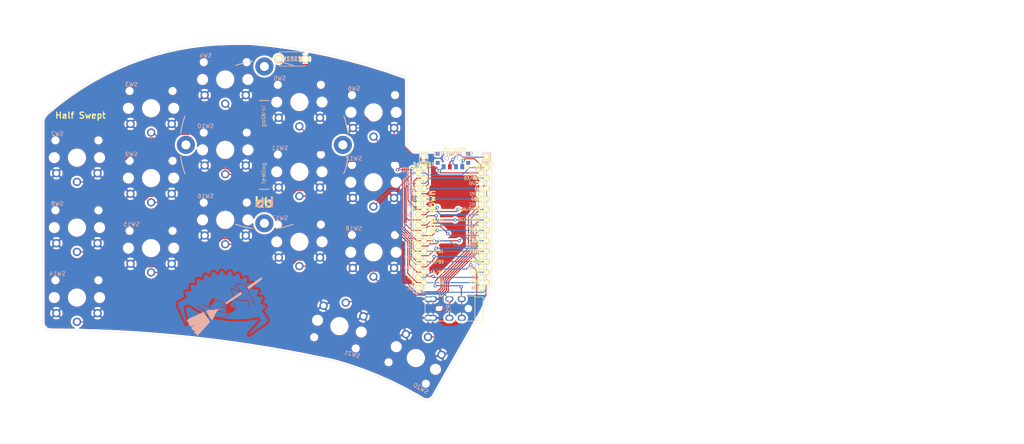
<source format=kicad_pcb>
(kicad_pcb (version 20171130) (host pcbnew 5.1.10)

  (general
    (thickness 1.6)
    (drawings 21)
    (tracks 593)
    (zones 0)
    (modules 26)
    (nets 25)
  )

  (page A4)
  (layers
    (0 F.Cu signal)
    (31 B.Cu signal)
    (32 B.Adhes user)
    (33 F.Adhes user)
    (34 B.Paste user)
    (35 F.Paste user)
    (36 B.SilkS user)
    (37 F.SilkS user)
    (38 B.Mask user)
    (39 F.Mask user)
    (40 Dwgs.User user)
    (41 Cmts.User user)
    (42 Eco1.User user)
    (43 Eco2.User user)
    (44 Edge.Cuts user)
    (45 Margin user)
    (46 B.CrtYd user)
    (47 F.CrtYd user)
    (48 B.Fab user)
    (49 F.Fab user)
  )

  (setup
    (last_trace_width 0.25)
    (trace_clearance 0.2)
    (zone_clearance 0.508)
    (zone_45_only no)
    (trace_min 0.2)
    (via_size 0.8)
    (via_drill 0.4)
    (via_min_size 0.4)
    (via_min_drill 0.3)
    (uvia_size 0.3)
    (uvia_drill 0.1)
    (uvias_allowed no)
    (uvia_min_size 0.2)
    (uvia_min_drill 0.1)
    (edge_width 0.05)
    (segment_width 0.2)
    (pcb_text_width 0.3)
    (pcb_text_size 1.5 1.5)
    (mod_edge_width 0.12)
    (mod_text_size 1 1)
    (mod_text_width 0.15)
    (pad_size 0.9 1.25)
    (pad_drill 0)
    (pad_to_mask_clearance 0)
    (aux_axis_origin 0 0)
    (visible_elements FFFFFF7F)
    (pcbplotparams
      (layerselection 0x010fc_ffffffff)
      (usegerberextensions false)
      (usegerberattributes true)
      (usegerberadvancedattributes true)
      (creategerberjobfile true)
      (excludeedgelayer true)
      (linewidth 0.100000)
      (plotframeref false)
      (viasonmask false)
      (mode 1)
      (useauxorigin false)
      (hpglpennumber 1)
      (hpglpenspeed 20)
      (hpglpendiameter 15.000000)
      (psnegative false)
      (psa4output false)
      (plotreference true)
      (plotvalue true)
      (plotinvisibletext false)
      (padsonsilk false)
      (subtractmaskfromsilk false)
      (outputformat 1)
      (mirror false)
      (drillshape 0)
      (scaleselection 1)
      (outputdirectory "sweep2gerber"))
  )

  (net 0 "")
  (net 1 gnd)
  (net 2 vcc)
  (net 3 Switch18)
  (net 4 reset)
  (net 5 Switch1)
  (net 6 Switch2)
  (net 7 Switch3)
  (net 8 Switch4)
  (net 9 Switch5)
  (net 10 Switch6)
  (net 11 Switch7)
  (net 12 Switch8)
  (net 13 Switch9)
  (net 14 Switch10)
  (net 15 Switch11)
  (net 16 Switch12)
  (net 17 Switch13)
  (net 18 Switch14)
  (net 19 Switch15)
  (net 20 Switch16)
  (net 21 Switch17)
  (net 22 raw)
  (net 23 BT+_r)
  (net 24 "Net-(SW_POWERR1-Pad1)")

  (net_class Default "This is the default net class."
    (clearance 0.2)
    (trace_width 0.25)
    (via_dia 0.8)
    (via_drill 0.4)
    (uvia_dia 0.3)
    (uvia_drill 0.1)
    (add_net BT+_r)
    (add_net "Net-(SW_POWERR1-Pad1)")
    (add_net Switch1)
    (add_net Switch10)
    (add_net Switch11)
    (add_net Switch12)
    (add_net Switch13)
    (add_net Switch14)
    (add_net Switch15)
    (add_net Switch16)
    (add_net Switch17)
    (add_net Switch18)
    (add_net Switch2)
    (add_net Switch3)
    (add_net Switch4)
    (add_net Switch5)
    (add_net Switch6)
    (add_net Switch7)
    (add_net Switch8)
    (add_net Switch9)
    (add_net gnd)
    (add_net raw)
    (add_net reset)
    (add_net vcc)
  )

  (module Kailh:ferris_broom (layer B.Cu) (tedit 5F180684) (tstamp 6109A4FF)
    (at 58.928 76.962 170)
    (fp_text reference G*** (at 0 0 170) (layer B.SilkS) hide
      (effects (font (size 1.524 1.524) (thickness 0.3)) (justify mirror))
    )
    (fp_text value LOGO (at 0.75 0 170) (layer B.SilkS) hide
      (effects (font (size 1.524 1.524) (thickness 0.3)) (justify mirror))
    )
    (fp_poly (pts (xy 1.415662 8.375391) (xy 1.468234 8.343101) (xy 1.508631 8.306409) (xy 1.5193 8.291973)
      (xy 1.537695 8.264293) (xy 1.562975 8.224735) (xy 1.5943 8.174662) (xy 1.63083 8.115438)
      (xy 1.671725 8.048428) (xy 1.716144 7.974996) (xy 1.763248 7.896506) (xy 1.812195 7.814321)
      (xy 1.823984 7.794435) (xy 1.872293 7.713038) (xy 1.918152 7.636099) (xy 1.960825 7.564833)
      (xy 1.999572 7.500457) (xy 2.033658 7.444187) (xy 2.062344 7.397237) (xy 2.084894 7.360824)
      (xy 2.100569 7.336164) (xy 2.108633 7.324472) (xy 2.109503 7.323666) (xy 2.116173 7.329809)
      (xy 2.133138 7.347528) (xy 2.159426 7.375756) (xy 2.194065 7.413428) (xy 2.236084 7.459478)
      (xy 2.28451 7.51284) (xy 2.338371 7.572448) (xy 2.396697 7.637237) (xy 2.458515 7.706141)
      (xy 2.472811 7.722108) (xy 2.536168 7.792691) (xy 2.59699 7.860051) (xy 2.654209 7.923031)
      (xy 2.706756 7.980474) (xy 2.753565 8.031222) (xy 2.793565 8.074119) (xy 2.82569 8.108007)
      (xy 2.848872 8.13173) (xy 2.862041 8.144129) (xy 2.86312 8.144964) (xy 2.887644 8.161593)
      (xy 2.911501 8.174531) (xy 2.937241 8.184226) (xy 2.967417 8.191128) (xy 3.004579 8.195684)
      (xy 3.051279 8.198343) (xy 3.110067 8.199554) (xy 3.174999 8.199775) (xy 3.237321 8.199615)
      (xy 3.285348 8.199131) (xy 3.321723 8.198107) (xy 3.349085 8.196325) (xy 3.370073 8.193568)
      (xy 3.387328 8.189621) (xy 3.403489 8.184265) (xy 3.414155 8.180127) (xy 3.472443 8.148309)
      (xy 3.524621 8.10332) (xy 3.566987 8.048751) (xy 3.585797 8.0137) (xy 3.593426 7.995163)
      (xy 3.606127 7.962244) (xy 3.623322 7.916521) (xy 3.644429 7.859575) (xy 3.66887 7.792984)
      (xy 3.696065 7.718329) (xy 3.725434 7.637188) (xy 3.756397 7.551141) (xy 3.788376 7.461768)
      (xy 3.789635 7.458237) (xy 3.966633 6.962042) (xy 3.997487 6.953769) (xy 4.028342 6.945497)
      (xy 4.431577 7.248248) (xy 4.517196 7.312279) (xy 4.595894 7.370631) (xy 4.666774 7.42266)
      (xy 4.728939 7.467721) (xy 4.78149 7.50517) (xy 4.823529 7.534362) (xy 4.854159 7.554653)
      (xy 4.872482 7.565398) (xy 4.874856 7.566449) (xy 4.889681 7.571434) (xy 4.906598 7.575237)
      (xy 4.92802 7.578013) (xy 4.956358 7.579913) (xy 4.994024 7.581092) (xy 5.04343 7.581702)
      (xy 5.106987 7.581897) (xy 5.1181 7.5819) (xy 5.3213 7.5819) (xy 5.374487 7.557339)
      (xy 5.426409 7.525853) (xy 5.473881 7.483087) (xy 5.512656 7.43352) (xy 5.536948 7.385896)
      (xy 5.542516 7.365765) (xy 5.550349 7.329211) (xy 5.560386 7.276581) (xy 5.572567 7.208225)
      (xy 5.58683 7.124492) (xy 5.603116 7.02573) (xy 5.621363 6.912288) (xy 5.641511 6.784514)
      (xy 5.641569 6.784143) (xy 5.728072 6.230813) (xy 5.780769 6.201605) (xy 5.833467 6.172398)
      (xy 6.251917 6.371208) (xy 6.331897 6.409005) (xy 6.408441 6.444787) (xy 6.479974 6.477846)
      (xy 6.544922 6.507471) (xy 6.601708 6.532953) (xy 6.648758 6.553582) (xy 6.684496 6.568646)
      (xy 6.707347 6.577437) (xy 6.713497 6.579269) (xy 6.738483 6.582453) (xy 6.778061 6.584708)
      (xy 6.829915 6.585964) (xy 6.891727 6.586157) (xy 6.936431 6.585676) (xy 6.996342 6.58465)
      (xy 7.042041 6.583519) (xy 7.07625 6.581979) (xy 7.101688 6.579727) (xy 7.121077 6.576462)
      (xy 7.137137 6.571878) (xy 7.152588 6.565675) (xy 7.164282 6.560308) (xy 7.226177 6.522225)
      (xy 7.277876 6.471798) (xy 7.317553 6.411406) (xy 7.343376 6.343429) (xy 7.34833 6.320928)
      (xy 7.351499 6.29844) (xy 7.353896 6.26905) (xy 7.355512 6.231721) (xy 7.356336 6.185412)
      (xy 7.356358 6.129085) (xy 7.355569 6.0617) (xy 7.353957 5.982218) (xy 7.351512 5.889601)
      (xy 7.348225 5.782808) (xy 7.344085 5.660801) (xy 7.341022 5.5753) (xy 7.325597 5.151967)
      (xy 7.377548 5.103785) (xy 7.404081 5.080007) (xy 7.42809 5.059941) (xy 7.445272 5.047146)
      (xy 7.448013 5.045492) (xy 7.454359 5.043655) (xy 7.464957 5.043431) (xy 7.481146 5.045106)
      (xy 7.504264 5.048966) (xy 7.53565 5.055297) (xy 7.576642 5.064386) (xy 7.628578 5.076519)
      (xy 7.692796 5.091981) (xy 7.770635 5.111059) (xy 7.863432 5.134039) (xy 7.871347 5.136006)
      (xy 8.276166 5.236633) (xy 8.691033 5.236633) (xy 8.741372 5.211917) (xy 8.802911 5.172471)
      (xy 8.853742 5.120175) (xy 8.892756 5.056299) (xy 8.919633 4.999567) (xy 8.924251 4.601633)
      (xy 8.823605 4.157903) (xy 8.72296 3.714173) (xy 8.834064 3.572815) (xy 8.898015 3.577196)
      (xy 8.937856 3.579551) (xy 8.990758 3.582109) (xy 9.054522 3.584807) (xy 9.126947 3.58758)
      (xy 9.205836 3.590365) (xy 9.288988 3.593097) (xy 9.374203 3.595714) (xy 9.459283 3.598151)
      (xy 9.542027 3.600345) (xy 9.620237 3.602231) (xy 9.691712 3.603746) (xy 9.754253 3.604825)
      (xy 9.805661 3.605406) (xy 9.843736 3.605423) (xy 9.859908 3.605116) (xy 9.906798 3.60323)
      (xy 9.941045 3.60077) (xy 9.966936 3.596973) (xy 9.988762 3.591079) (xy 10.01081 3.582324)
      (xy 10.025121 3.575762) (xy 10.087987 3.537184) (xy 10.139522 3.486114) (xy 10.179089 3.423187)
      (xy 10.180366 3.420533) (xy 10.206566 3.3655) (xy 10.206566 2.916766) (xy 10.009815 2.46867)
      (xy 9.813064 2.020573) (xy 9.843843 1.964903) (xy 9.858698 1.93806) (xy 9.869887 1.917887)
      (xy 9.875333 1.908133) (xy 9.87554 1.907776) (xy 9.883819 1.90615) (xy 9.907393 1.901951)
      (xy 9.944863 1.895418) (xy 9.994825 1.886793) (xy 10.055878 1.876315) (xy 10.12662 1.864225)
      (xy 10.20565 1.850764) (xy 10.291567 1.836171) (xy 10.382967 1.820688) (xy 10.409812 1.816148)
      (xy 10.526673 1.796287) (xy 10.627807 1.778862) (xy 10.714216 1.763683) (xy 10.7869 1.750559)
      (xy 10.846861 1.739298) (xy 10.8951 1.729709) (xy 10.932619 1.721602) (xy 10.960418 1.714785)
      (xy 10.9795 1.709068) (xy 10.987496 1.705945) (xy 11.035474 1.676749) (xy 11.081064 1.635265)
      (xy 11.119793 1.586009) (xy 11.138411 1.553525) (xy 11.1633 1.502833) (xy 11.1633 1.274233)
      (xy 11.163264 1.206071) (xy 11.163043 1.152606) (xy 11.16246 1.111603) (xy 11.161341 1.080827)
      (xy 11.159512 1.058042) (xy 11.156798 1.041013) (xy 11.153025 1.027503) (xy 11.148017 1.015278)
      (xy 11.142133 1.003168) (xy 11.133466 0.988436) (xy 11.116078 0.961197) (xy 11.09091 0.92285)
      (xy 11.058902 0.874796) (xy 11.020994 0.818434) (xy 10.978128 0.755163) (xy 10.931243 0.686384)
      (xy 10.88128 0.613496) (xy 10.842583 0.55731) (xy 10.791793 0.483602) (xy 10.74401 0.414045)
      (xy 10.700081 0.349888) (xy 10.660853 0.292376) (xy 10.627174 0.242758) (xy 10.599891 0.202281)
      (xy 10.57985 0.172193) (xy 10.5679 0.15374) (xy 10.564732 0.148154) (xy 10.57149 0.142542)
      (xy 10.591119 0.127483) (xy 10.62284 0.103555) (xy 10.665874 0.071333) (xy 10.719445 0.031395)
      (xy 10.782774 -0.015683) (xy 10.855083 -0.069324) (xy 10.935594 -0.12895) (xy 11.023529 -0.193986)
      (xy 11.118111 -0.263854) (xy 11.21856 -0.337978) (xy 11.3241 -0.415781) (xy 11.433953 -0.496686)
      (xy 11.507748 -0.550993) (xy 11.653686 -0.658439) (xy 11.786304 -0.75625) (xy 11.905998 -0.844724)
      (xy 12.013164 -0.924158) (xy 12.108196 -0.994851) (xy 12.19149 -1.057099) (xy 12.263441 -1.1112)
      (xy 12.324445 -1.157452) (xy 12.374897 -1.196152) (xy 12.415191 -1.227598) (xy 12.445724 -1.252088)
      (xy 12.466891 -1.269918) (xy 12.479086 -1.281387) (xy 12.481216 -1.283836) (xy 12.498635 -1.307322)
      (xy 12.512486 -1.330049) (xy 12.523166 -1.354297) (xy 12.531071 -1.382345) (xy 12.536598 -1.416471)
      (xy 12.540144 -1.458956) (xy 12.542105 -1.512077) (xy 12.542879 -1.578115) (xy 12.542916 -1.6383)
      (xy 12.542725 -1.705368) (xy 12.542317 -1.758114) (xy 12.541485 -1.799147) (xy 12.54002 -1.831078)
      (xy 12.537713 -1.856519) (xy 12.534357 -1.878079) (xy 12.529742 -1.898369) (xy 12.523659 -1.919999)
      (xy 12.519241 -1.934634) (xy 12.491238 -2.012685) (xy 12.451706 -2.101403) (xy 12.401229 -2.19962)
      (xy 12.340387 -2.306168) (xy 12.306056 -2.362531) (xy 12.251442 -2.449104) (xy 12.186917 -2.548959)
      (xy 12.112685 -2.661801) (xy 12.028953 -2.787333) (xy 11.935924 -2.925259) (xy 11.833805 -3.075282)
      (xy 11.7228 -3.237106) (xy 11.603115 -3.410435) (xy 11.474955 -3.594972) (xy 11.338525 -3.790422)
      (xy 11.19403 -3.996487) (xy 11.041675 -4.212871) (xy 10.881666 -4.439278) (xy 10.714209 -4.675413)
      (xy 10.539507 -4.920977) (xy 10.368657 -5.160433) (xy 10.314462 -5.236802) (xy 10.260332 -5.314039)
      (xy 10.207708 -5.390024) (xy 10.158034 -5.462637) (xy 10.11275 -5.529757) (xy 10.073299 -5.589266)
      (xy 10.041124 -5.639042) (xy 10.020239 -5.672667) (xy 9.948885 -5.79024) (xy 9.882872 -5.897238)
      (xy 9.822622 -5.993014) (xy 9.768552 -6.076923) (xy 9.721084 -6.148321) (xy 9.680636 -6.20656)
      (xy 9.647629 -6.250996) (xy 9.630784 -6.271683) (xy 9.59988 -6.307667) (xy 9.453361 -6.307667)
      (xy 9.4004 -6.307603) (xy 9.361939 -6.307206) (xy 9.335546 -6.306171) (xy 9.318787 -6.304193)
      (xy 9.309229 -6.300965) (xy 9.304439 -6.296183) (xy 9.301985 -6.289539) (xy 9.301736 -6.288617)
      (xy 9.299492 -6.271046) (xy 9.297901 -6.239627) (xy 9.296937 -6.197429) (xy 9.296574 -6.147525)
      (xy 9.296786 -6.092984) (xy 9.297549 -6.036879) (xy 9.298837 -5.982279) (xy 9.300623 -5.932256)
      (xy 9.302882 -5.88988) (xy 9.305309 -5.860716) (xy 9.312914 -5.803275) (xy 9.32427 -5.734163)
      (xy 9.33847 -5.657988) (xy 9.354608 -5.57936) (xy 9.371775 -5.502888) (xy 9.389064 -5.43318)
      (xy 9.390665 -5.427133) (xy 9.442691 -5.244594) (xy 9.500936 -5.065094) (xy 9.566561 -4.88562)
      (xy 9.64073 -4.70316) (xy 9.724603 -4.514703) (xy 9.816868 -4.322234) (xy 9.893853 -4.161803)
      (xy 9.972995 -3.987811) (xy 10.053098 -3.803293) (xy 10.132967 -3.611286) (xy 10.211407 -3.414826)
      (xy 10.287222 -3.216949) (xy 10.359216 -3.020692) (xy 10.426195 -2.829091) (xy 10.486962 -2.645183)
      (xy 10.524349 -2.525336) (xy 10.540427 -2.471301) (xy 10.556441 -2.415548) (xy 10.571752 -2.360509)
      (xy 10.585721 -2.30862) (xy 10.59771 -2.262317) (xy 10.607079 -2.224032) (xy 10.61319 -2.196202)
      (xy 10.615404 -2.181261) (xy 10.615093 -2.179472) (xy 10.609711 -2.184812) (xy 10.597825 -2.201537)
      (xy 10.581621 -2.226497) (xy 10.574686 -2.237649) (xy 10.539878 -2.293202) (xy 10.495719 -2.36188)
      (xy 10.442669 -2.443004) (xy 10.381189 -2.535896) (xy 10.311741 -2.63988) (xy 10.234783 -2.754278)
      (xy 10.150776 -2.878413) (xy 10.060182 -3.011606) (xy 9.96346 -3.153181) (xy 9.861071 -3.302459)
      (xy 9.753475 -3.458764) (xy 9.641133 -3.621418) (xy 9.524505 -3.789744) (xy 9.404052 -3.963063)
      (xy 9.321932 -4.080934) (xy 9.269964 -4.155844) (xy 9.218237 -4.231134) (xy 9.168111 -4.304778)
      (xy 9.120943 -4.374753) (xy 9.078089 -4.439032) (xy 9.040908 -4.495593) (xy 9.010757 -4.542409)
      (xy 8.988994 -4.577456) (xy 8.988681 -4.577976) (xy 8.958694 -4.627391) (xy 8.935772 -4.663643)
      (xy 8.918727 -4.688353) (xy 8.906366 -4.70314) (xy 8.8975 -4.709626) (xy 8.891834 -4.709827)
      (xy 8.877227 -4.702449) (xy 8.873066 -4.69887) (xy 8.864689 -4.691975) (xy 8.84483 -4.677242)
      (xy 8.81597 -4.656413) (xy 8.780587 -4.631231) (xy 8.741161 -4.60344) (xy 8.700173 -4.574782)
      (xy 8.660101 -4.547001) (xy 8.623426 -4.521839) (xy 8.592626 -4.501041) (xy 8.576733 -4.490557)
      (xy 8.548028 -4.471756) (xy 8.52323 -4.455236) (xy 8.507195 -4.444236) (xy 8.506033 -4.443398)
      (xy 8.501175 -4.438944) (xy 8.49849 -4.432609) (xy 8.498455 -4.422294) (xy 8.501553 -4.405903)
      (xy 8.508262 -4.381339) (xy 8.519064 -4.346503) (xy 8.534438 -4.299299) (xy 8.549316 -4.254343)
      (xy 8.587415 -4.142333) (xy 8.625338 -4.036998) (xy 8.664359 -3.935335) (xy 8.70575 -3.83434)
      (xy 8.750782 -3.731008) (xy 8.800729 -3.622337) (xy 8.856861 -3.50532) (xy 8.920452 -3.376956)
      (xy 8.923275 -3.371331) (xy 9.003042 -3.209527) (xy 9.080541 -3.046118) (xy 9.157708 -2.876896)
      (xy 9.236482 -2.697653) (xy 9.276846 -2.6035) (xy 9.300397 -2.547827) (xy 9.324459 -2.490368)
      (xy 9.348135 -2.433324) (xy 9.370529 -2.378898) (xy 9.390741 -2.329289) (xy 9.407875 -2.286701)
      (xy 9.421033 -2.253335) (xy 9.429318 -2.231392) (xy 9.431866 -2.223232) (xy 9.424984 -2.225995)
      (xy 9.406111 -2.23581) (xy 9.37791 -2.251241) (xy 9.343042 -2.270851) (xy 9.332383 -2.276931)
      (xy 9.268142 -2.312985) (xy 9.20356 -2.347942) (xy 9.141368 -2.380419) (xy 9.084298 -2.409029)
      (xy 9.03508 -2.432387) (xy 8.996446 -2.449106) (xy 8.983133 -2.454133) (xy 8.964862 -2.460621)
      (xy 8.9327 -2.472132) (xy 8.888682 -2.487936) (xy 8.834842 -2.507299) (xy 8.773214 -2.529489)
      (xy 8.705834 -2.553777) (xy 8.634736 -2.579428) (xy 8.619066 -2.585085) (xy 8.459882 -2.642425)
      (xy 8.314805 -2.694395) (xy 8.182099 -2.741596) (xy 8.060025 -2.784629) (xy 7.946847 -2.824095)
      (xy 7.840826 -2.860595) (xy 7.740224 -2.894731) (xy 7.643305 -2.927104) (xy 7.548331 -2.958315)
      (xy 7.453563 -2.988965) (xy 7.4295 -2.996674) (xy 7.341667 -3.024772) (xy 7.268145 -3.048282)
      (xy 7.207106 -3.067742) (xy 7.15672 -3.083693) (xy 7.115162 -3.096672) (xy 7.080601 -3.107218)
      (xy 7.05121 -3.115871) (xy 7.025161 -3.123169) (xy 7.000627 -3.129651) (xy 6.975778 -3.135856)
      (xy 6.948787 -3.142322) (xy 6.917826 -3.149589) (xy 6.8834 -3.157648) (xy 6.835102 -3.16905)
      (xy 6.792189 -3.179306) (xy 6.757519 -3.187723) (xy 6.73395 -3.193608) (xy 6.724642 -3.196149)
      (xy 6.713919 -3.192852) (xy 6.693152 -3.181033) (xy 6.665578 -3.162678) (xy 6.641433 -3.145104)
      (xy 6.611119 -3.122712) (xy 6.585606 -3.104743) (xy 6.567988 -3.093325) (xy 6.561713 -3.090334)
      (xy 6.552114 -3.084022) (xy 6.551788 -3.083303) (xy 6.544093 -3.075209) (xy 6.525832 -3.05947)
      (xy 6.500069 -3.038493) (xy 6.469865 -3.014687) (xy 6.438282 -2.990458) (xy 6.408381 -2.968215)
      (xy 6.407468 -2.967567) (xy 6.951133 -2.967567) (xy 6.955366 -2.9718) (xy 6.9596 -2.967567)
      (xy 6.955366 -2.963334) (xy 6.951133 -2.967567) (xy 6.407468 -2.967567) (xy 6.383225 -2.950364)
      (xy 6.379621 -2.947926) (xy 6.351113 -2.928223) (xy 6.32041 -2.906035) (xy 6.290792 -2.883857)
      (xy 6.26554 -2.864187) (xy 6.247933 -2.84952) (xy 6.241344 -2.842684) (xy 6.231657 -2.836406)
      (xy 6.230403 -2.836334) (xy 6.217335 -2.831336) (xy 6.212059 -2.827473) (xy 6.190378 -2.810382)
      (xy 6.158256 -2.787141) (xy 6.119675 -2.760468) (xy 6.07862 -2.73308) (xy 6.039075 -2.707694)
      (xy 6.013178 -2.691826) (xy 5.947154 -2.655061) (xy 5.889905 -2.628497) (xy 5.842339 -2.612435)
      (xy 5.805364 -2.607172) (xy 5.779885 -2.613009) (xy 5.778008 -2.614213) (xy 5.769573 -2.622325)
      (xy 5.75182 -2.640901) (xy 5.726723 -2.66779) (xy 5.696259 -2.70084) (xy 5.662406 -2.7379)
      (xy 5.627139 -2.77682) (xy 5.592436 -2.815447) (xy 5.571066 -2.839437) (xy 5.552137 -2.860034)
      (xy 5.525457 -2.888124) (xy 5.495277 -2.919258) (xy 5.47767 -2.937135) (xy 5.453134 -2.962172)
      (xy 5.419625 -2.996792) (xy 5.379778 -3.038249) (xy 5.336227 -3.083797) (xy 5.291609 -3.130691)
      (xy 5.270236 -3.153242) (xy 5.223542 -3.202347) (xy 5.174256 -3.25377) (xy 5.125638 -3.304138)
      (xy 5.080947 -3.350079) (xy 5.043442 -3.388221) (xy 5.032625 -3.399095) (xy 4.938683 -3.493139)
      (xy 4.545791 -3.550053) (xy 4.466242 -3.56156) (xy 4.391885 -3.572284) (xy 4.324385 -3.581989)
      (xy 4.265407 -3.590435) (xy 4.216616 -3.597385) (xy 4.179679 -3.602601) (xy 4.156259 -3.605845)
      (xy 4.148052 -3.606883) (xy 4.1515 -3.601269) (xy 4.164645 -3.586176) (xy 4.185225 -3.564117)
      (xy 4.203298 -3.545417) (xy 4.230628 -3.517085) (xy 4.265623 -3.480196) (xy 4.304548 -3.438719)
      (xy 4.34367 -3.39662) (xy 4.360545 -3.378312) (xy 4.397151 -3.338505) (xy 4.433855 -3.298636)
      (xy 4.467378 -3.262266) (xy 4.494439 -3.232956) (xy 4.504875 -3.221678) (xy 4.535477 -3.188065)
      (xy 4.573866 -3.144994) (xy 4.616955 -3.095985) (xy 4.661656 -3.044558) (xy 4.704879 -2.994234)
      (xy 4.719243 -2.977349) (xy 4.74127 -2.951519) (xy 4.761925 -2.92753) (xy 4.773203 -2.914599)
      (xy 4.798957 -2.884708) (xy 4.831757 -2.845619) (xy 4.868641 -2.800965) (xy 4.906647 -2.754379)
      (xy 4.942812 -2.709494) (xy 4.974173 -2.669944) (xy 4.997767 -2.639361) (xy 4.999264 -2.637367)
      (xy 5.010409 -2.622825) (xy 5.028569 -2.599496) (xy 5.050247 -2.571868) (xy 5.055345 -2.5654)
      (xy 5.09716 -2.510184) (xy 5.135663 -2.455122) (xy 5.169522 -2.402468) (xy 5.197403 -2.354474)
      (xy 5.208373 -2.332567) (xy 8.805333 -2.332567) (xy 8.809566 -2.3368) (xy 8.8138 -2.332567)
      (xy 8.809566 -2.328334) (xy 8.805333 -2.332567) (xy 5.208373 -2.332567) (xy 5.217975 -2.313394)
      (xy 5.226631 -2.290234) (xy 8.89 -2.290234) (xy 8.894233 -2.294467) (xy 8.898466 -2.290234)
      (xy 8.894233 -2.286) (xy 8.89 -2.290234) (xy 5.226631 -2.290234) (xy 5.229904 -2.28148)
      (xy 5.231226 -2.2733) (xy 8.898466 -2.2733) (xy 8.9027 -2.277534) (xy 8.906933 -2.2733)
      (xy 8.9027 -2.269067) (xy 8.898466 -2.2733) (xy 5.231226 -2.2733) (xy 5.2324 -2.266043)
      (xy 5.228439 -2.243231) (xy 5.223701 -2.230967) (xy 7.687733 -2.230967) (xy 7.691966 -2.2352)
      (xy 7.6962 -2.230967) (xy 7.691966 -2.226734) (xy 7.687733 -2.230967) (xy 5.223701 -2.230967)
      (xy 5.220473 -2.222613) (xy 5.20692 -2.203214) (xy 5.187199 -2.182186) (xy 5.166037 -2.163855)
      (xy 5.165056 -2.163234) (xy 10.6172 -2.163234) (xy 10.621433 -2.167467) (xy 10.625666 -2.163234)
      (xy 10.621433 -2.159) (xy 10.6172 -2.163234) (xy 5.165056 -2.163234) (xy 5.148159 -2.152544)
      (xy 5.142088 -2.150878) (xy 5.130603 -2.145768) (xy 5.129388 -2.14385) (xy 5.11894 -2.133505)
      (xy 5.095492 -2.117943) (xy 5.061654 -2.098504) (xy 5.020037 -2.076531) (xy 4.973252 -2.053365)
      (xy 4.923909 -2.030348) (xy 4.874619 -2.008822) (xy 4.837056 -1.993606) (xy 4.804326 -1.980729)
      (xy 4.774357 -1.968656) (xy 4.754033 -1.960167) (xy 4.703621 -1.93983) (xy 4.639964 -1.916707)
      (xy 4.566312 -1.891836) (xy 4.485916 -1.86626) (xy 4.402024 -1.841018) (xy 4.317889 -1.817152)
      (xy 4.2545 -1.800241) (xy 4.169938 -1.782234) (xy 10.600266 -1.782234) (xy 10.6045 -1.786467)
      (xy 10.608733 -1.782234) (xy 10.6045 -1.778) (xy 10.600266 -1.782234) (xy 4.169938 -1.782234)
      (xy 4.166148 -1.781427) (xy 4.069418 -1.768781) (xy 3.961538 -1.76202) (xy 3.869266 -1.760644)
      (xy 3.771466 -1.759385) (xy 3.689906 -1.755054) (xy 3.624163 -1.747597) (xy 3.573816 -1.736959)
      (xy 3.538443 -1.723086) (xy 3.528183 -1.71646) (xy 3.499598 -1.697723) (xy 3.458654 -1.675054)
      (xy 3.408938 -1.650227) (xy 3.354032 -1.625018) (xy 3.297522 -1.601202) (xy 3.287031 -1.597033)
      (xy 3.225471 -1.572293) (xy 3.175814 -1.550746) (xy 3.133939 -1.530116) (xy 3.095724 -1.508125)
      (xy 3.057046 -1.482497) (xy 3.013785 -1.450956) (xy 2.990312 -1.433147) (xy 2.970247 -1.41716)
      (xy 2.956331 -1.405352) (xy 2.928757 -1.382886) (xy 2.905254 -1.367591) (xy 2.888791 -1.361181)
      (xy 2.882994 -1.36298) (xy 2.870786 -1.368645) (xy 2.845277 -1.371429) (xy 2.809804 -1.371601)
      (xy 2.767707 -1.369426) (xy 2.722322 -1.365172) (xy 2.676987 -1.359106) (xy 2.63504 -1.351493)
      (xy 2.599818 -1.342601) (xy 2.590799 -1.339631) (xy 2.560602 -1.325852) (xy 2.532177 -1.308126)
      (xy 2.52568 -1.302987) (xy 2.502274 -1.285801) (xy 2.471928 -1.267118) (xy 2.453714 -1.257327)
      (xy 2.427018 -1.243115) (xy 2.405308 -1.230091) (xy 2.396066 -1.223377) (xy 2.382179 -1.213722)
      (xy 2.35845 -1.199777) (xy 2.332566 -1.185893) (xy 2.30369 -1.170088) (xy 2.266293 -1.148234)
      (xy 2.225961 -1.123645) (xy 2.199567 -1.106963) (xy 2.161958 -1.082784) (xy 2.125134 -1.059122)
      (xy 2.104131 -1.045634) (xy 4.529666 -1.045634) (xy 4.5339 -1.049867) (xy 4.538133 -1.045634)
      (xy 4.5339 -1.0414) (xy 4.529666 -1.045634) (xy 2.104131 -1.045634) (xy 2.094023 -1.039143)
      (xy 2.077745 -1.0287) (xy 2.064182 -1.020234) (xy 4.5212 -1.020234) (xy 4.525433 -1.024467)
      (xy 4.529666 -1.020234) (xy 4.525433 -1.016) (xy 4.5212 -1.020234) (xy 2.064182 -1.020234)
      (xy 2.054152 -1.013974) (xy 2.02723 -0.998051) (xy 1.994399 -0.979487) (xy 1.953075 -0.956834)
      (xy 1.900677 -0.928646) (xy 1.866899 -0.910632) (xy 1.790699 -0.870078) (xy 1.990627 -1.072156)
      (xy 2.04332 -1.125527) (xy 2.096573 -1.179666) (xy 2.148067 -1.232203) (xy 2.195482 -1.280765)
      (xy 2.236501 -1.322979) (xy 2.268803 -1.356474) (xy 2.278494 -1.366615) (xy 2.312156 -1.401949)
      (xy 2.344243 -1.435577) (xy 2.371732 -1.464336) (xy 2.391599 -1.48506) (xy 2.396066 -1.489699)
      (xy 2.419474 -1.515392) (xy 2.444768 -1.545245) (xy 2.455114 -1.558185) (xy 2.471966 -1.579587)
      (xy 2.484541 -1.595107) (xy 2.488981 -1.6002) (xy 2.509601 -1.623259) (xy 2.535759 -1.657552)
      (xy 2.565027 -1.699369) (xy 2.594979 -1.744999) (xy 2.623188 -1.790732) (xy 2.647228 -1.832858)
      (xy 2.664672 -1.867668) (xy 2.666187 -1.871134) (xy 2.675232 -1.89228) (xy 2.682805 -1.910345)
      (xy 2.689747 -1.927699) (xy 2.696902 -1.946712) (xy 2.705113 -1.969754) (xy 2.715223 -1.999195)
      (xy 2.728076 -2.037405) (xy 2.744513 -2.086754) (xy 2.765378 -2.149612) (xy 2.767277 -2.155335)
      (xy 2.79547 -2.239012) (xy 2.819709 -2.307903) (xy 2.840648 -2.363518) (xy 2.858937 -2.407367)
      (xy 2.875227 -2.440961) (xy 2.89017 -2.465808) (xy 2.904417 -2.483419) (xy 2.911698 -2.490161)
      (xy 2.924037 -2.502392) (xy 2.934069 -2.517875) (xy 2.942227 -2.538695) (xy 2.948946 -2.566937)
      (xy 2.95466 -2.604686) (xy 2.959803 -2.654024) (xy 2.96481 -2.717037) (xy 2.967712 -2.759011)
      (xy 2.971487 -2.813306) (xy 2.975245 -2.863265) (xy 2.978738 -2.905894) (xy 2.981718 -2.938201)
      (xy 2.983938 -2.95719) (xy 2.984264 -2.9591) (xy 2.988243 -2.979584) (xy 2.994298 -3.010581)
      (xy 3.001237 -3.045988) (xy 3.002463 -3.052234) (xy 3.010879 -3.087925) (xy 3.024338 -3.136387)
      (xy 3.041832 -3.194576) (xy 3.062352 -3.259449) (xy 3.084889 -3.327962) (xy 3.108433 -3.397071)
      (xy 3.131977 -3.463733) (xy 3.154511 -3.524904) (xy 3.175026 -3.57754) (xy 3.183041 -3.596948)
      (xy 3.199046 -3.635455) (xy 3.212033 -3.667894) (xy 3.220872 -3.691345) (xy 3.224429 -3.702887)
      (xy 3.224363 -3.703568) (xy 3.213164 -3.706176) (xy 3.186805 -3.709221) (xy 3.147054 -3.712598)
      (xy 3.095675 -3.716201) (xy 3.034434 -3.719928) (xy 2.965098 -3.723672) (xy 2.889432 -3.72733)
      (xy 2.809201 -3.730796) (xy 2.726172 -3.733966) (xy 2.691384 -3.735167) (xy 2.639488 -3.736745)
      (xy 2.584622 -3.738085) (xy 2.525735 -3.739188) (xy 2.461778 -3.740053) (xy 2.391701 -3.740681)
      (xy 2.314455 -3.741071) (xy 2.228991 -3.741223) (xy 2.134258 -3.741137) (xy 2.029207 -3.740813)
      (xy 1.912788 -3.740252) (xy 1.783953 -3.739453) (xy 1.64165 -3.738416) (xy 1.484832 -3.737141)
      (xy 1.312447 -3.735628) (xy 1.257299 -3.735125) (xy 1.08675 -3.733538) (xy 0.931905 -3.732044)
      (xy 0.791537 -3.730616) (xy 0.664418 -3.729229) (xy 0.54932 -3.727857) (xy 0.445016 -3.726473)
      (xy 0.350277 -3.725051) (xy 0.263875 -3.723566) (xy 0.184583 -3.721992) (xy 0.111173 -3.720302)
      (xy 0.042416 -3.71847) (xy -0.022916 -3.716471) (xy -0.086049 -3.714279) (xy -0.148213 -3.711868)
      (xy -0.210635 -3.70921) (xy -0.274543 -3.706282) (xy -0.341165 -3.703056) (xy -0.402167 -3.699993)
      (xy -0.952938 -3.666902) (xy -1.48999 -3.624301) (xy -2.013648 -3.572143) (xy -2.524237 -3.510378)
      (xy -3.022079 -3.43896) (xy -3.507501 -3.357841) (xy -3.980826 -3.266973) (xy -4.442379 -3.166309)
      (xy -4.76907 -3.0861) (xy -1.583267 -3.0861) (xy -1.579034 -3.090334) (xy -1.5748 -3.0861)
      (xy -1.579034 -3.081867) (xy -1.583267 -3.0861) (xy -4.76907 -3.0861) (xy -4.803552 -3.077634)
      (xy -1.642534 -3.077634) (xy -1.6383 -3.081867) (xy -1.634067 -3.077634) (xy -1.6383 -3.0734)
      (xy -1.642534 -3.077634) (xy -4.803552 -3.077634) (xy -4.892483 -3.0558) (xy -5.037667 -3.017404)
      (xy -5.209823 -2.967919) (xy -5.392625 -2.909492) (xy -5.583084 -2.843224) (xy -5.778212 -2.770212)
      (xy -5.975017 -2.691555) (xy -6.170513 -2.608353) (xy -6.264749 -2.566336) (xy -6.304902 -2.548453)
      (xy -6.339277 -2.53371) (xy -6.365098 -2.523254) (xy -6.379588 -2.518231) (xy -6.381678 -2.518055)
      (xy -6.378766 -2.526131) (xy -6.368853 -2.547326) (xy -6.352884 -2.57981) (xy -6.331808 -2.621749)
      (xy -6.306572 -2.671313) (xy -6.278123 -2.72667) (xy -6.247408 -2.785988) (xy -6.215376 -2.847435)
      (xy -6.182974 -2.909179) (xy -6.151148 -2.96939) (xy -6.120847 -3.026235) (xy -6.093017 -3.077883)
      (xy -6.075656 -3.109706) (xy -6.045516 -3.163712) (xy -6.011353 -3.223499) (xy -5.976767 -3.282853)
      (xy -5.945356 -3.335556) (xy -5.936215 -3.350568) (xy -5.853264 -3.49052) (xy -5.773571 -3.634143)
      (xy -5.698089 -3.779334) (xy -5.62777 -3.92399) (xy -5.563569 -4.066008) (xy -5.506437 -4.203286)
      (xy -5.457327 -4.333721) (xy -5.417192 -4.45521) (xy -5.388517 -4.5593) (xy -5.380831 -4.592859)
      (xy -5.375297 -4.623304) (xy -5.371574 -4.654574) (xy -5.369324 -4.690609) (xy -5.368206 -4.735348)
      (xy -5.36788 -4.792731) (xy -5.367878 -4.798483) (xy -5.367867 -4.953) (xy -5.653278 -4.953)
      (xy -5.695132 -4.90855) (xy -5.723108 -4.876733) (xy -5.759336 -4.832113) (xy -5.802786 -4.776049)
      (xy -5.852427 -4.709898) (xy -5.907228 -4.63502) (xy -5.966158 -4.552771) (xy -5.979519 -4.5339)
      (xy -6.004973 -4.499059) (xy -6.039567 -4.453478) (xy -6.081545 -4.399378) (xy -6.129153 -4.338983)
      (xy -6.180633 -4.274514) (xy -6.234232 -4.208194) (xy -6.288194 -4.142246) (xy -6.30386 -4.123267)
      (xy -6.475556 -3.915334) (xy -6.63856 -3.7172) (xy -6.792701 -3.52908) (xy -6.937806 -3.351189)
      (xy -7.073705 -3.183742) (xy -7.200226 -3.026956) (xy -7.317197 -2.881046) (xy -7.424448 -2.746226)
      (xy -7.521806 -2.622713) (xy -7.609101 -2.510721) (xy -7.686161 -2.410467) (xy -7.752814 -2.322166)
      (xy -7.808889 -2.246033) (xy -7.854215 -2.182283) (xy -7.887025 -2.1336) (xy -7.909179 -2.099502)
      (xy -7.927883 -2.070834) (xy -7.941276 -2.05044) (xy -7.947496 -2.041163) (xy -7.947641 -2.040971)
      (xy -7.955003 -2.043161) (xy -7.964418 -2.051056) (xy -7.970774 -2.059108) (xy -7.972767 -2.0691)
      (xy -7.96991 -2.084905) (xy -7.961719 -2.110399) (xy -7.954392 -2.130985) (xy -7.920929 -2.217384)
      (xy -7.878516 -2.316212) (xy -7.827899 -2.426014) (xy -7.769825 -2.545336) (xy -7.705039 -2.672725)
      (xy -7.634288 -2.806726) (xy -7.558318 -2.945886) (xy -7.477876 -3.08875) (xy -7.393708 -3.233865)
      (xy -7.353332 -3.302) (xy -7.250857 -3.471773) (xy -7.15027 -3.634513) (xy -7.052442 -3.788885)
      (xy -6.958246 -3.933552) (xy -6.868554 -4.067179) (xy -6.784237 -4.188429) (xy -6.70617 -4.295966)
      (xy -6.692846 -4.313767) (xy -6.643966 -4.380198) (xy -6.589887 -4.456215) (xy -6.533021 -4.538241)
      (xy -6.475782 -4.622698) (xy -6.420582 -4.706009) (xy -6.369835 -4.784595) (xy -6.325954 -4.854879)
      (xy -6.309734 -4.881765) (xy -6.24015 -5.002254) (xy -6.173494 -5.124746) (xy -6.110566 -5.24742)
      (xy -6.05217 -5.368457) (xy -5.999106 -5.486037) (xy -5.952176 -5.598339) (xy -5.912183 -5.703545)
      (xy -5.879928 -5.799834) (xy -5.856212 -5.885387) (xy -5.845619 -5.935133) (xy -5.841824 -5.964389)
      (xy -5.838671 -6.004463) (xy -5.836237 -6.051643) (xy -5.834594 -6.102213) (xy -5.833818 -6.152461)
      (xy -5.833984 -6.198672) (xy -5.835165 -6.237132) (xy -5.837436 -6.264127) (xy -5.83887 -6.271683)
      (xy -5.841283 -6.278718) (xy -5.845824 -6.283765) (xy -5.854996 -6.287155) (xy -5.871297 -6.289217)
      (xy -5.897227 -6.29028) (xy -5.935287 -6.290676) (xy -5.983245 -6.290733) (xy -6.043029 -6.290094)
      (xy -6.090119 -6.288234) (xy -6.123129 -6.285237) (xy -6.140672 -6.28119) (xy -6.141007 -6.28102)
      (xy -6.166756 -6.263622) (xy -6.202737 -6.233091) (xy -6.248976 -6.189399) (xy -6.305499 -6.13252)
      (xy -6.372335 -6.062425) (xy -6.44951 -5.979086) (xy -6.537051 -5.882475) (xy -6.634985 -5.772564)
      (xy -6.678309 -5.723467) (xy -6.733855 -5.66188) (xy -6.799338 -5.59186) (xy -6.872035 -5.516221)
      (xy -6.949226 -5.437776) (xy -7.028187 -5.35934) (xy -7.071021 -5.317574) (xy -7.216094 -5.176839)
      (xy -7.364286 -5.032561) (xy -7.514732 -4.885603) (xy -7.666564 -4.73683) (xy -7.818916 -4.587104)
      (xy -7.970922 -4.437289) (xy -8.121715 -4.288249) (xy -8.270428 -4.140847) (xy -8.416196 -3.995946)
      (xy -8.558152 -3.854411) (xy -8.695429 -3.717104) (xy -8.827161 -3.584889) (xy -8.952481 -3.458629)
      (xy -9.070523 -3.339188) (xy -9.180421 -3.22743) (xy -9.281307 -3.124217) (xy -9.372317 -3.030415)
      (xy -9.452582 -2.946884) (xy -9.501333 -2.8956) (xy -9.591852 -2.799001) (xy -9.670888 -2.71265)
      (xy -9.739376 -2.635279) (xy -9.798248 -2.565624) (xy -9.848438 -2.502417) (xy -9.890881 -2.444394)
      (xy -9.92651 -2.390287) (xy -9.95626 -2.33883) (xy -9.981063 -2.288758) (xy -10.001855 -2.238804)
      (xy -10.016546 -2.1971) (xy -10.022982 -2.175918) (xy -10.027929 -2.154965) (xy -10.031644 -2.131442)
      (xy -10.034383 -2.102551) (xy -10.036402 -2.065491) (xy -10.037957 -2.017464) (xy -10.039304 -1.955671)
      (xy -10.039479 -1.946384) (xy -10.040373 -1.868968) (xy -10.039664 -1.806015) (xy -10.037038 -1.755107)
      (xy -10.032182 -1.71382) (xy -10.024781 -1.679736) (xy -10.014523 -1.650434) (xy -10.001094 -1.623493)
      (xy -9.996668 -1.615952) (xy -9.988156 -1.605254) (xy -9.98744 -1.604434) (xy -7.239 -1.604434)
      (xy -7.234767 -1.608667) (xy -7.230534 -1.604434) (xy -7.234767 -1.6002) (xy -7.239 -1.604434)
      (xy -9.98744 -1.604434) (xy -9.972647 -1.5875) (xy -7.281334 -1.5875) (xy -7.2771 -1.591734)
      (xy -7.272867 -1.5875) (xy -7.2771 -1.583267) (xy -7.281334 -1.5875) (xy -9.972647 -1.5875)
      (xy -9.968883 -1.583192) (xy -9.93972 -1.55071) (xy -9.901537 -1.508752) (xy -9.855205 -1.458262)
      (xy -9.849457 -1.452034) (xy -0.897467 -1.452034) (xy -0.893234 -1.456267) (xy -0.889 -1.452034)
      (xy -0.893234 -1.4478) (xy -0.897467 -1.452034) (xy -9.849457 -1.452034) (xy -9.801593 -1.400182)
      (xy -9.741573 -1.335455) (xy -9.676016 -1.265027) (xy -9.60579 -1.189838) (xy -9.531768 -1.110834)
      (xy -9.465734 -1.040556) (xy -9.381157 -0.950656) (xy -9.293778 -0.857768) (xy -9.205158 -0.763555)
      (xy -9.116859 -0.669675) (xy -9.030443 -0.577789) (xy -8.947471 -0.489559) (xy -8.869505 -0.406643)
      (xy -8.798107 -0.330704) (xy -8.734838 -0.263402) (xy -8.681259 -0.206397) (xy -8.670681 -0.19514)
      (xy -8.612738 -0.133506) (xy -8.556899 -0.074163) (xy -8.504526 -0.018554) (xy -8.475059 0.0127)
      (xy -1.532467 0.0127) (xy -1.528234 0.008466) (xy -1.524 0.0127) (xy -1.528234 0.016933)
      (xy -1.532467 0.0127) (xy -8.475059 0.0127) (xy -8.456977 0.031878) (xy -8.443112 0.046566)
      (xy -1.2954 0.046566) (xy -1.291167 0.042333) (xy -1.286934 0.046566) (xy -1.291167 0.0508)
      (xy -1.2954 0.046566) (xy -8.443112 0.046566) (xy -8.415615 0.075693) (xy -8.381799 0.111446)
      (xy -8.379092 0.1143) (xy -0.364067 0.1143) (xy -0.359834 0.110067) (xy -0.3556 0.1143)
      (xy -0.359834 0.118533) (xy -0.364067 0.1143) (xy -8.379092 0.1143) (xy -8.363025 0.131233)
      (xy -1.3208 0.131233) (xy -1.316567 0.127) (xy -1.312334 0.131233) (xy -1.316567 0.135467)
      (xy -1.3208 0.131233) (xy -8.363025 0.131233) (xy -8.356891 0.137697) (xy -8.342515 0.152729)
      (xy -8.297168 0.199625) (xy -8.372682 0.309033) (xy -1.3462 0.309033) (xy -1.341967 0.3048)
      (xy -1.337734 0.309033) (xy -1.341967 0.313267) (xy -1.3462 0.309033) (xy -8.372682 0.309033)
      (xy -8.495401 0.486833) (xy -1.337734 0.486833) (xy -1.3335 0.4826) (xy -1.329267 0.486833)
      (xy -1.3335 0.491067) (xy -1.337734 0.486833) (xy -8.495401 0.486833) (xy -8.567771 0.591684)
      (xy -8.58881 0.6223) (xy -0.372534 0.6223) (xy -0.3683 0.618067) (xy -0.364067 0.6223)
      (xy -0.3683 0.626533) (xy -0.372534 0.6223) (xy -8.58881 0.6223) (xy -8.589391 0.623145)
      (xy -1.299735 0.623145) (xy -1.295238 0.630432) (xy -1.288251 0.6477) (xy -1.275846 0.678107)
      (xy -1.259415 0.714825) (xy -1.250993 0.732367) (xy -0.414867 0.732367) (xy -0.410634 0.728133)
      (xy -0.4064 0.732367) (xy -0.410634 0.7366) (xy -0.414867 0.732367) (xy -1.250993 0.732367)
      (xy -1.244895 0.745067) (xy -1.224892 0.781859) (xy -1.201301 0.820748) (xy -1.183886 0.846667)
      (xy -1.150411 0.893233) (xy -1.181245 0.859367) (xy -1.198457 0.836525) (xy -1.219303 0.803057)
      (xy -1.241555 0.763263) (xy -1.262987 0.721448) (xy -1.281371 0.681914) (xy -1.294479 0.648963)
      (xy -1.29958 0.630767) (xy -1.299735 0.623145) (xy -8.589391 0.623145) (xy -8.632413 0.685747)
      (xy -8.689552 0.769736) (xy -8.738823 0.843095) (xy -8.779858 0.905264) (xy -8.812293 0.955686)
      (xy -8.835761 0.993802) (xy -8.849896 1.019056) (xy -8.853604 1.027388) (xy -8.854002 1.0287)
      (xy -0.719667 1.0287) (xy -0.715434 1.024467) (xy -0.7112 1.0287) (xy -0.715434 1.032933)
      (xy -0.719667 1.0287) (xy -8.854002 1.0287) (xy -8.858501 1.043514) (xy -8.862246 1.061856)
      (xy -8.864987 1.084829) (xy -8.86687 1.114846) (xy -8.868041 1.15432) (xy -8.868646 1.205666)
      (xy -8.868833 1.271297) (xy -8.868834 1.278467) (xy -8.86876 1.343534) (xy -8.86841 1.394146)
      (xy -8.867595 1.432778) (xy -8.866121 1.46191) (xy -8.8638 1.484017) (xy -8.860439 1.501576)
      (xy -8.855848 1.517066) (xy -8.849836 1.532962) (xy -8.849066 1.534876) (xy -8.821838 1.585245)
      (xy -8.783471 1.633259) (xy -8.738432 1.674186) (xy -8.69119 1.703294) (xy -8.689188 1.704204)
      (xy -8.675444 1.70944) (xy -8.655921 1.715242) (xy -8.629446 1.721836) (xy -8.594848 1.72945)
      (xy -8.550953 1.738309) (xy -8.496589 1.748641) (xy -8.430584 1.760673) (xy -8.351763 1.774632)
      (xy -8.258956 1.790744) (xy -8.15099 1.809236) (xy -8.111797 1.815905) (xy -8.01939 1.831645)
      (xy -7.931963 1.846605) (xy -7.850938 1.860537) (xy -7.77774 1.873192) (xy -7.71379 1.884324)
      (xy -7.660512 1.893684) (xy -7.619328 1.901024) (xy -7.591663 1.906096) (xy -7.578937 1.908653)
      (xy -7.578269 1.908861) (xy -7.572403 1.917502) (xy -7.561546 1.937474) (xy -7.547862 1.96476)
      (xy -7.545386 1.969887) (xy -7.517595 2.027766) (xy -7.704976 2.455333) (xy -7.740599 2.536988)
      (xy -7.774467 2.615332) (xy -7.805902 2.688748) (xy -7.834225 2.755619) (xy -7.858758 2.814326)
      (xy -7.878823 2.863252) (xy -7.89374 2.900778) (xy -7.902831 2.925287) (xy -7.90504 2.932384)
      (xy -7.909494 2.954027) (xy -7.912668 2.980612) (xy -7.914667 3.014639) (xy -7.915596 3.058609)
      (xy -7.915557 3.115021) (xy -7.914912 3.169924) (xy -7.912571 3.326547) (xy -2.586087 3.326547)
      (xy -2.259412 3.003123) (xy -2.165283 2.910087) (xy -2.070468 2.816666) (xy -1.976462 2.724321)
      (xy -1.884762 2.634511) (xy -1.796864 2.548695) (xy -1.714263 2.468334) (xy -1.638457 2.394886)
      (xy -1.57094 2.329811) (xy -1.51321 2.274569) (xy -1.490134 2.252655) (xy -1.458198 2.222359)
      (xy -1.420523 2.186529) (xy -1.3836 2.151339) (xy -1.371263 2.13956) (xy -1.335238 2.10546)
      (xy -1.293912 2.066863) (xy -1.250223 2.026461) (xy -1.207109 1.986947) (xy -1.167508 1.951012)
      (xy -1.134356 1.921349) (xy -1.110729 1.900767) (xy -1.08785 1.880357) (xy -1.060437 1.854489)
      (xy -1.042025 1.836363) (xy -1.025702 1.820447) (xy -0.998926 1.794961) (xy -0.963711 1.761794)
      (xy -0.922072 1.722834) (xy -0.876021 1.679972) (xy -0.827573 1.635096) (xy -0.821267 1.62927)
      (xy -0.735543 1.549913) (xy -0.647302 1.467856) (xy -0.558762 1.385182) (xy -0.472145 1.303975)
      (xy -0.389669 1.226322) (xy -0.313554 1.154304) (xy -0.24602 1.090008) (xy -0.201233 1.047044)
      (xy -0.173114 1.020564) (xy -0.147407 0.997437) (xy -0.127916 0.981039) (xy -0.121392 0.97622)
      (xy -0.106895 0.964317) (xy -0.1016 0.955759) (xy -0.108185 0.949659) (xy -0.122035 0.948671)
      (xy -0.134294 0.952727) (xy -0.136878 0.956027) (xy -0.146257 0.961438) (xy -0.168848 0.968415)
      (xy -0.201094 0.976171) (xy -0.239438 0.983918) (xy -0.280322 0.990868) (xy -0.316457 0.995802)
      (xy -0.365298 1.001543) (xy -0.33139 0.947388) (xy -0.312981 0.918818) (xy -0.296326 0.894408)
      (xy -0.284814 0.879108) (xy -0.284208 0.878417) (xy -0.273699 0.862995) (xy -0.270934 0.854153)
      (xy -0.268133 0.839094) (xy -0.261145 0.816954) (xy -0.252092 0.793186) (xy -0.243096 0.773243)
      (xy -0.236278 0.76258) (xy -0.23508 0.762) (xy -0.230324 0.754702) (xy -0.2286 0.739376)
      (xy -0.227059 0.720631) (xy -0.222965 0.690864) (xy -0.21711 0.655652) (xy -0.215252 0.645519)
      (xy -0.211415 0.615865) (xy -0.208483 0.574349) (xy -0.206415 0.52323) (xy -0.20517 0.464773)
      (xy -0.204705 0.401238) (xy -0.20498 0.334889) (xy -0.205954 0.267987) (xy -0.207585 0.202794)
      (xy -0.209831 0.141573) (xy -0.212651 0.086586) (xy -0.216004 0.040095) (xy -0.219849 0.004362)
      (xy -0.224143 -0.01835) (xy -0.227528 -0.0254) (xy -0.233039 -0.035137) (xy -0.241652 -0.055936)
      (xy -0.249017 -0.0762) (xy -0.290189 -0.174601) (xy -0.342179 -0.2611) (xy -0.406279 -0.337792)
      (xy -0.416538 -0.348107) (xy -0.456082 -0.38181) (xy -0.502294 -0.413009) (xy -0.550158 -0.438852)
      (xy -0.594661 -0.45649) (xy -0.616544 -0.46177) (xy -0.643034 -0.467782) (xy -0.665302 -0.475479)
      (xy -0.666556 -0.47607) (xy -0.680449 -0.478674) (xy -0.707545 -0.480394) (xy -0.744884 -0.481299)
      (xy -0.789504 -0.481458) (xy -0.838444 -0.480939) (xy -0.888741 -0.479813) (xy -0.937434 -0.478149)
      (xy -0.981563 -0.476016) (xy -1.018165 -0.473483) (xy -1.044279 -0.470619) (xy -1.056943 -0.467495)
      (xy -1.057558 -0.466923) (xy -1.068452 -0.460334) (xy -1.089366 -0.453983) (xy -1.096453 -0.452523)
      (xy -1.118773 -0.447239) (xy -1.132875 -0.441715) (xy -1.134534 -0.440311) (xy -1.143642 -0.432702)
      (xy -1.16226 -0.419833) (xy -1.175716 -0.411183) (xy -1.244857 -0.358214) (xy -1.258989 -0.3429)
      (xy -0.8128 -0.3429) (xy -0.808567 -0.347134) (xy -0.804334 -0.3429) (xy -0.808567 -0.338667)
      (xy -0.8128 -0.3429) (xy -1.258989 -0.3429) (xy -1.266802 -0.334434) (xy -0.922867 -0.334434)
      (xy -0.918634 -0.338667) (xy -0.9144 -0.334434) (xy -0.918634 -0.3302) (xy -0.922867 -0.334434)
      (xy -1.266802 -0.334434) (xy -1.290243 -0.309034) (xy -0.999067 -0.309034) (xy -0.994834 -0.313267)
      (xy -0.9906 -0.309034) (xy -0.994834 -0.3048) (xy -0.999067 -0.309034) (xy -1.290243 -0.309034)
      (xy -1.307516 -0.290318) (xy -1.362738 -0.208578) (xy -1.375876 -0.184972) (xy -1.402641 -0.134878)
      (xy -1.412381 -0.179623) (xy -1.42749 -0.260105) (xy -1.436009 -0.331557) (xy -1.437646 -0.391253)
      (xy -1.436756 -0.4064) (xy -1.432913 -0.437781) (xy -1.42658 -0.474424) (xy -1.418629 -0.512702)
      (xy -1.409934 -0.548985) (xy -1.401367 -0.579644) (xy -1.393801 -0.601051) (xy -1.388109 -0.609577)
      (xy -1.387878 -0.6096) (xy -1.382143 -0.617046) (xy -1.376723 -0.63552) (xy -1.375651 -0.64135)
      (xy -1.369288 -0.669003) (xy -1.359972 -0.696904) (xy -1.349659 -0.720308) (xy -1.340302 -0.734467)
      (xy -1.336448 -0.7366) (xy -1.330558 -0.743683) (xy -1.329267 -0.75308) (xy -1.323791 -0.77474)
      (xy -1.3085 -0.806376) (xy -1.285104 -0.845555) (xy -1.255312 -0.889843) (xy -1.220833 -0.936809)
      (xy -1.183376 -0.984019) (xy -1.144649 -1.029041) (xy -1.108611 -1.067197) (xy -1.071128 -1.102666)
      (xy -1.02805 -1.140002) (xy -0.981714 -1.17752) (xy -0.934457 -1.213536) (xy -0.888618 -1.246365)
      (xy -0.846532 -1.274321) (xy -0.810538 -1.295719) (xy -0.782973 -1.308875) (xy -0.768569 -1.312334)
      (xy -0.755881 -1.316528) (xy -0.753534 -1.321352) (xy -0.746236 -1.32851) (xy -0.72655 -1.340446)
      (xy -0.69779 -1.355596) (xy -0.663271 -1.372397) (xy -0.626306 -1.389285) (xy -0.590209 -1.404698)
      (xy -0.558293 -1.417071) (xy -0.534539 -1.424671) (xy -0.510624 -1.431629) (xy -0.494449 -1.437776)
      (xy -0.491067 -1.439923) (xy -0.478645 -1.447255) (xy -0.456468 -1.455238) (xy -0.431488 -1.461762)
      (xy -0.410656 -1.464715) (xy -0.40937 -1.464734) (xy -0.394074 -1.467798) (xy -0.389467 -1.4732)
      (xy -0.381718 -1.478882) (xy -0.360601 -1.481197) (xy -0.32931 -1.480302) (xy -0.29104 -1.476354)
      (xy -0.248985 -1.469512) (xy -0.2286 -1.465291) (xy -0.182296 -1.454082) (xy -0.134074 -1.440856)
      (xy -0.087197 -1.426679) (xy -0.044926 -1.412616) (xy -0.010523 -1.399733) (xy 0.012751 -1.389095)
      (xy 0.020256 -1.384) (xy 0.036818 -1.373618) (xy 0.046243 -1.3716) (xy 0.060911 -1.367961)
      (xy 0.084522 -1.35857) (xy 0.103998 -1.349391) (xy 0.196699 -1.295614) (xy 0.288274 -1.229084)
      (xy 0.37421 -1.153586) (xy 0.44999 -1.072909) (xy 0.482645 -1.031833) (xy 0.511152 -0.991791)
      (xy 0.537933 -0.950907) (xy 0.561211 -0.912236) (xy 0.57921 -0.878834) (xy 0.58401 -0.867834)
      (xy 4.461933 -0.867834) (xy 4.466166 -0.872067) (xy 4.4704 -0.867834) (xy 4.466166 -0.8636)
      (xy 4.461933 -0.867834) (xy 0.58401 -0.867834) (xy 0.590153 -0.853758) (xy 0.592666 -0.84257)
      (xy 0.598325 -0.825237) (xy 0.605366 -0.815824) (xy 0.615501 -0.797482) (xy 0.618066 -0.782562)
      (xy 0.620913 -0.76694) (xy 0.626164 -0.762) (xy 0.63285 -0.754308) (xy 0.641996 -0.733581)
      (xy 0.652528 -0.703348) (xy 0.663374 -0.667134) (xy 0.67346 -0.628467) (xy 0.681711 -0.590872)
      (xy 0.683571 -0.579967) (xy 0.838199 -0.579967) (xy 0.842433 -0.5842) (xy 0.846666 -0.579967)
      (xy 0.842433 -0.575734) (xy 0.838199 -0.579967) (xy 0.683571 -0.579967) (xy 0.686107 -0.5651)
      (xy 0.690997 -0.532533) (xy 0.695669 -0.504615) (xy 0.699071 -0.487572) (xy 0.699966 -0.47948)
      (xy 0.696085 -0.473381) (xy 0.684691 -0.468196) (xy 0.663045 -0.462849) (xy 0.655603 -0.461434)
      (xy 4.284133 -0.461434) (xy 4.288366 -0.465667) (xy 4.2926 -0.461434) (xy 4.288366 -0.4572)
      (xy 4.284133 -0.461434) (xy 0.655603 -0.461434) (xy 0.628412 -0.456264) (xy 0.612148 -0.453366)
      (xy 0.549526 -0.444711) (xy 0.470976 -0.438106) (xy 0.37612 -0.433521) (xy 0.338666 -0.43238)
      (xy 0.156633 -0.427567) (xy 0.156498 -0.4191) (xy 4.258733 -0.4191) (xy 4.262966 -0.423334)
      (xy 4.2672 -0.4191) (xy 4.262966 -0.414867) (xy 4.258733 -0.4191) (xy 0.156498 -0.4191)
      (xy 0.155012 -0.325967) (xy 4.207933 -0.325967) (xy 4.212166 -0.3302) (xy 4.2164 -0.325967)
      (xy 4.212166 -0.321734) (xy 4.207933 -0.325967) (xy 0.155012 -0.325967) (xy 0.154321 -0.28267)
      (xy 0.15201 -0.137774) (xy 0.181273 -0.115454) (xy 0.201064 -0.101713) (xy 0.21583 -0.093851)
      (xy 0.218862 -0.093134) (xy 0.229398 -0.087134) (xy 0.230011 -0.085881) (xy 0.238341 -0.077808)
      (xy 0.246077 -0.071967) (xy 4.047066 -0.071967) (xy 4.051299 -0.0762) (xy 4.055533 -0.071967)
      (xy 4.051299 -0.067734) (xy 4.047066 -0.071967) (xy 0.246077 -0.071967) (xy 0.258957 -0.062244)
      (xy 0.289778 -0.040661) (xy 0.328722 -0.014531) (xy 0.357466 0.004233) (xy 0.394294 0.028711)
      (xy 0.427124 0.051777) (xy 0.452978 0.071238) (xy 0.468883 0.0849) (xy 0.47208 0.088703)
      (xy 0.481125 0.098347) (xy 0.500329 0.115505) (xy 0.519136 0.131233) (xy 3.886199 0.131233)
      (xy 3.890433 0.127) (xy 3.894666 0.131233) (xy 3.890433 0.135467) (xy 3.886199 0.131233)
      (xy 0.519136 0.131233) (xy 0.526447 0.137347) (xy 0.543983 0.15144) (xy 0.574127 0.175727)
      (xy 0.593281 0.19299) (xy 0.603924 0.206469) (xy 0.608535 0.219403) (xy 0.609594 0.23503)
      (xy 0.609599 0.237168) (xy 0.6106 0.258348) (xy 0.613097 0.270093) (xy 0.614092 0.270933)
      (xy 0.621831 0.265136) (xy 0.636357 0.250429) (xy 0.644856 0.241011) (xy 0.661704 0.223311)
      (xy 0.672734 0.217174) (xy 0.682276 0.220609) (xy 0.684814 0.222626) (xy 0.699432 0.232149)
      (xy 0.723894 0.245471) (xy 0.749299 0.257985) (xy 0.778525 0.272754) (xy 0.803533 0.287251)
      (xy 0.817033 0.296842) (xy 0.833971 0.307479) (xy 0.860779 0.319849) (xy 0.885926 0.329272)
      (xy 0.914465 0.339833) (xy 0.948501 0.353933) (xy 0.984663 0.369978) (xy 1.01958 0.386373)
      (xy 1.049882 0.401523) (xy 1.072198 0.413833) (xy 1.083158 0.421707) (xy 1.083733 0.422879)
      (xy 1.077976 0.429925) (xy 1.061553 0.447662) (xy 1.03574 0.47477) (xy 1.00181 0.509931)
      (xy 0.961036 0.551829) (xy 0.914692 0.599143) (xy 0.900224 0.613833) (xy 3.776133 0.613833)
      (xy 3.780366 0.6096) (xy 3.784599 0.613833) (xy 3.780366 0.618067) (xy 3.776133 0.613833)
      (xy 0.900224 0.613833) (xy 0.864053 0.650556) (xy 0.848783 0.666007) (xy 0.786262 0.729383)
      (xy 0.783331 0.732367) (xy 3.733799 0.732367) (xy 3.738033 0.728133) (xy 3.742266 0.732367)
      (xy 3.738033 0.7366) (xy 3.733799 0.732367) (xy 0.783331 0.732367) (xy 0.718275 0.798582)
      (xy 0.696138 0.82119) (xy 2.895335 0.82119) (xy 2.895493 0.819092) (xy 2.896218 0.818369)
      (xy 2.908454 0.810425) (xy 2.925238 0.801616) (xy 2.937994 0.796362) (xy 2.939359 0.796124)
      (xy 2.9468 0.80252) (xy 2.958906 0.818934) (xy 2.96444 0.827617) (xy 3.002187 0.879022)
      (xy 3.049862 0.928376) (xy 3.102921 0.971737) (xy 3.125037 0.985453) (xy 3.79705 0.985453)
      (xy 3.803227 0.975783) (xy 3.814272 0.960341) (xy 3.829329 0.936079) (xy 3.840522 0.916525)
      (xy 3.854508 0.892934) (xy 3.865926 0.876816) (xy 3.871383 0.872075) (xy 3.876706 0.865027)
      (xy 3.877733 0.856641) (xy 3.880359 0.839675) (xy 3.886953 0.815139) (xy 3.895587 0.788837)
      (xy 3.904334 0.766573) (xy 3.911265 0.754152) (xy 3.911975 0.753533) (xy 3.916898 0.743752)
      (xy 3.921267 0.721043) (xy 3.925161 0.684548) (xy 3.928657 0.633413) (xy 3.931833 0.56678)
      (xy 3.933841 0.512414) (xy 3.938968 0.360194) (xy 3.980998 0.316555) (xy 4.004675 0.291488)
      (xy 4.025699 0.268392) (xy 4.039014 0.252875) (xy 4.050532 0.238427) (xy 4.069843 0.214196)
      (xy 4.094187 0.183643) (xy 4.119079 0.1524) (xy 4.180978 0.069828) (xy 4.245542 -0.025275)
      (xy 4.310518 -0.129235) (xy 4.373655 -0.238381) (xy 4.432699 -0.349039) (xy 4.459195 -0.402167)
      (xy 4.477454 -0.43935) (xy 4.493644 -0.471704) (xy 4.506006 -0.495751) (xy 4.51277 -0.508)
      (xy 4.551305 -0.581399) (xy 4.572631 -0.643467) (xy 4.587343 -0.694852) (xy 4.599377 -0.73098)
      (xy 4.608563 -0.751402) (xy 4.614731 -0.755674) (xy 4.615041 -0.755362) (xy 4.621036 -0.744331)
      (xy 4.630079 -0.723574) (xy 4.634226 -0.713145) (xy 4.642921 -0.686061) (xy 4.647809 -0.661927)
      (xy 4.6482 -0.655995) (xy 4.651119 -0.640166) (xy 4.656666 -0.635) (xy 4.662262 -0.627557)
      (xy 4.66506 -0.609256) (xy 4.665133 -0.605367) (xy 4.667042 -0.585777) (xy 4.671735 -0.575988)
      (xy 4.67273 -0.575734) (xy 4.678932 -0.567806) (xy 4.685013 -0.546174) (xy 4.69052 -0.514063)
      (xy 4.694999 -0.474699) (xy 4.697995 -0.431306) (xy 4.699055 -0.388773) (xy 4.69807 -0.347433)
      (xy 4.695339 -0.304362) (xy 4.694969 -0.300567) (xy 4.834466 -0.300567) (xy 4.8387 -0.3048)
      (xy 4.842933 -0.300567) (xy 4.8387 -0.296334) (xy 4.834466 -0.300567) (xy 4.694969 -0.300567)
      (xy 4.691287 -0.262871) (xy 4.686335 -0.226275) (xy 4.680907 -0.197887) (xy 4.675425 -0.18102)
      (xy 4.672135 -0.1778) (xy 4.667892 -0.170247) (xy 4.665405 -0.151214) (xy 4.665133 -0.14111)
      (xy 4.66281 -0.118538) (xy 4.656344 -0.084763) (xy 4.646488 -0.042312) (xy 4.633995 0.006287)
      (xy 4.619617 0.058509) (xy 4.604107 0.111826) (xy 4.588218 0.163712) (xy 4.572704 0.21164)
      (xy 4.558317 0.253082) (xy 4.54581 0.285513) (xy 4.535935 0.306406) (xy 4.529743 0.313267)
      (xy 4.524534 0.320732) (xy 4.519342 0.339356) (xy 4.518044 0.346532) (xy 4.511463 0.371377)
      (xy 4.502018 0.390182) (xy 4.500029 0.392494) (xy 4.489377 0.410046) (xy 4.487211 0.420612)
      (xy 4.483625 0.434231) (xy 4.474008 0.459178) (xy 4.459917 0.491642) (xy 4.446355 0.5207)
      (xy 4.428643 0.556377) (xy 4.412827 0.58425) (xy 4.395808 0.608372) (xy 4.374484 0.6328)
      (xy 4.345758 0.661587) (xy 4.319705 0.686391) (xy 4.281125 0.721614) (xy 4.23963 0.757587)
      (xy 4.200208 0.790087) (xy 4.167905 0.814853) (xy 4.12808 0.842074) (xy 4.08524 0.868924)
      (xy 4.042495 0.893704) (xy 4.002954 0.91472) (xy 3.969729 0.930273) (xy 3.945928 0.938668)
      (xy 3.939116 0.939658) (xy 3.924242 0.942833) (xy 3.920066 0.947926) (xy 3.912715 0.953586)
      (xy 3.893872 0.962097) (xy 3.868357 0.971756) (xy 3.840988 0.980859) (xy 3.816583 0.987705)
      (xy 3.799962 0.99059) (xy 3.799329 0.9906) (xy 3.79705 0.985453) (xy 3.125037 0.985453)
      (xy 3.156822 1.005165) (xy 3.182684 1.016929) (xy 3.202244 1.025473) (xy 3.210739 1.031087)
      (xy 3.208866 1.032351) (xy 3.187285 1.027758) (xy 3.156387 1.013099) (xy 3.115391 0.987909)
      (xy 3.063513 0.951721) (xy 3.023348 0.9219) (xy 2.978151 0.887696) (xy 2.944768 0.862306)
      (xy 2.921496 0.844347) (xy 2.906635 0.832432) (xy 2.898481 0.825175) (xy 2.895335 0.82119)
      (xy 0.696138 0.82119) (xy 0.647932 0.870419) (xy 0.578343 0.941712) (xy 0.512618 1.009275)
      (xy 0.453867 1.069925) (xy 0.444636 1.0795) (xy 4.055533 1.0795) (xy 4.059766 1.075267)
      (xy 4.063999 1.0795) (xy 4.059766 1.083733) (xy 4.055533 1.0795) (xy 0.444636 1.0795)
      (xy 0.423333 1.101594) (xy 0.372079 1.154693) (xy 0.311758 1.216883) (xy 0.245232 1.285232)
      (xy 0.175359 1.356811) (xy 0.104999 1.42869) (xy 0.037014 1.497937) (xy -0.017848 1.55363)
      (xy -0.118103 1.655344) (xy -0.207908 1.746742) (xy -0.288832 1.829433) (xy -0.362444 1.905027)
      (xy -0.430315 1.975134) (xy -0.494015 2.041363) (xy -0.522016 2.070621) (xy -0.556087 2.106134)
      (xy -0.600036 2.151717) (xy -0.651892 2.205344) (xy -0.709682 2.264985) (xy -0.771436 2.328615)
      (xy -0.835184 2.394205) (xy -0.898954 2.459729) (xy -0.960774 2.523158) (xy -1.018675 2.582465)
      (xy -1.070684 2.635623) (xy -1.114831 2.680605) (xy -1.1303 2.696313) (xy -1.286599 2.855473)
      (xy -1.453832 3.027017) (xy -1.631711 3.210648) (xy -1.7526 3.336033) (xy -1.806044 3.391509)
      (xy -1.863165 3.450715) (xy -1.920846 3.510425) (xy -1.975966 3.567411) (xy -2.025407 3.618447)
      (xy -2.063918 3.658113) (xy -2.193202 3.791064) (xy -2.233251 3.749342) (xy -2.262347 3.719179)
      (xy -2.294476 3.686084) (xy -2.313584 3.666518) (xy -2.340394 3.63724) (xy -2.369773 3.602263)
      (xy -2.391883 3.573774) (xy -2.410973 3.549034) (xy -2.426749 3.53076) (xy -2.436245 3.522341)
      (xy -2.437037 3.522133) (xy -2.444652 3.515295) (xy -2.456854 3.497639) (xy -2.467027 3.480148)
      (xy -2.48348 3.453567) (xy -2.500645 3.431366) (xy -2.509362 3.422837) (xy -2.528212 3.403526)
      (xy -2.539714 3.386506) (xy -2.553934 3.364087) (xy -2.568335 3.346023) (xy -2.586087 3.326547)
      (xy -7.912571 3.326547) (xy -7.9121 3.357981) (xy -7.880161 3.422571) (xy -7.840038 3.486834)
      (xy -7.790051 3.537347) (xy -7.730263 3.574061) (xy -7.660741 3.596925) (xy -7.652085 3.598671)
      (xy -7.629858 3.601759) (xy -7.599473 3.60401) (xy -7.559956 3.605411) (xy -7.510335 3.605953)
      (xy -7.449637 3.605624) (xy -7.376889 3.604412) (xy -7.291118 3.602307) (xy -7.191352 3.599297)
      (xy -7.076617 3.59537) (xy -6.9469 3.590554) (xy -6.855534 3.587221) (xy -6.772979 3.584537)
      (xy -6.700463 3.582526) (xy -6.639213 3.581211) (xy -6.590456 3.580615) (xy -6.55542 3.580762)
      (xy -6.535332 3.581676) (xy -6.530959 3.582606) (xy -6.521826 3.592392) (xy -6.505364 3.612228)
      (xy -6.484422 3.638633) (xy -6.473503 3.652767) (xy -6.425589 3.715323) (xy -6.52464 4.150012)
      (xy -6.623691 4.5847) (xy -6.627332 4.748158) (xy -6.628189 4.818205) (xy -6.627517 4.879132)
      (xy -6.625384 4.928464) (xy -6.62186 4.963725) (xy -6.621278 4.967293) (xy -6.600717 5.040288)
      (xy -6.566547 5.104593) (xy -6.5199 5.158684) (xy -6.461907 5.201039) (xy -6.4389 5.21292)
      (xy -6.422053 5.220584) (xy -6.406918 5.226423) (xy -6.390874 5.230722) (xy -6.3713 5.233768)
      (xy -6.345574 5.235847) (xy -6.311073 5.237243) (xy -6.265176 5.238245) (xy -6.205262 5.239137)
      (xy -6.1976 5.239242) (xy -6.007101 5.241851) (xy -5.591146 5.139759) (xy -5.509796 5.119839)
      (xy -5.433325 5.101203) (xy -5.36333 5.084233) (xy -5.301405 5.069314) (xy -5.249148 5.056827)
      (xy -5.208154 5.047154) (xy -5.18002 5.04068) (xy -5.166341 5.037786) (xy -5.165379 5.037667)
      (xy -5.155013 5.042803) (xy -5.135161 5.05661) (xy -5.109148 5.076687) (xy -5.092384 5.090395)
      (xy -5.063046 5.115372) (xy -5.044518 5.133172) (xy -5.034342 5.147136) (xy -5.030056 5.160603)
      (xy -5.0292 5.176176) (xy -5.029504 5.196) (xy -5.030357 5.230091) (xy -5.031667 5.275799)
      (xy -5.033346 5.330468) (xy -5.035303 5.391447) (xy -5.03745 5.456081) (xy -5.039695 5.521719)
      (xy -5.041949 5.585707) (xy -5.044123 5.645393) (xy -5.046126 5.698122) (xy -5.047869 5.741242)
      (xy -5.049262 5.7721) (xy -5.049593 5.778478) (xy -5.053286 5.84619) (xy -4.962927 5.752332)
      (xy -4.921509 5.709233) (xy -4.874061 5.65974) (xy -4.826214 5.609732) (xy -4.783602 5.565091)
      (xy -4.780517 5.561853) (xy -4.755905 5.536191) (xy -4.721045 5.500095) (xy -4.677549 5.45522)
      (xy -4.627024 5.40322) (xy -4.571082 5.345753) (xy -4.511332 5.284471) (xy -4.449384 5.221031)
      (xy -4.386848 5.157087) (xy -4.385979 5.1562) (xy -4.324313 5.093182) (xy -4.263904 5.031418)
      (xy -4.206249 4.972439) (xy -4.152846 4.917777) (xy -4.10519 4.868966) (xy -4.064778 4.827537)
      (xy -4.033106 4.795024) (xy -4.011672 4.772958) (xy -4.010495 4.771741) (xy -3.979709 4.740385)
      (xy -3.958402 4.720095) (xy -3.944644 4.709425) (xy -3.936508 4.706926) (xy -3.932064 4.711151)
      (xy -3.931522 4.712474) (xy -3.922858 4.728245) (xy -3.907419 4.750477) (xy -3.897406 4.763372)
      (xy -3.881436 4.78499) (xy -3.87124 4.802446) (xy -3.869267 4.808805) (xy -3.86432 4.820154)
      (xy -3.851208 4.840604) (xy -3.832527 4.866182) (xy -3.827844 4.872209) (xy -3.805944 4.901202)
      (xy -3.786713 4.928638) (xy -3.773968 4.949048) (xy -3.773114 4.950653) (xy -3.759381 4.971977)
      (xy -3.739296 4.997491) (xy -3.727753 5.010426) (xy -3.704211 5.036341) (xy -3.680128 5.064999)
      (xy -3.652733 5.099847) (xy -3.619254 5.144333) (xy -3.609326 5.157747) (xy -3.573751 5.205938)
      (xy -3.850626 5.487625) (xy -3.92083 5.559002) (xy -3.999611 5.639016) (xy -4.083625 5.724276)
      (xy -4.169529 5.811393) (xy -4.253979 5.896976) (xy -4.333633 5.977634) (xy -4.405147 6.049978)
      (xy -4.408439 6.053306) (xy -4.507855 6.153929) (xy -4.595361 6.242765) (xy -4.671081 6.319941)
      (xy -4.735138 6.385586) (xy -4.787656 6.439827) (xy -4.828756 6.48279) (xy -4.858563 6.514604)
      (xy -4.877201 6.535396) (xy -4.884791 6.545293) (xy -4.884994 6.545931) (xy -4.878122 6.55219)
      (xy -4.860393 6.561851) (xy -4.849284 6.566932) (xy -4.825904 6.573125) (xy -4.788913 6.578271)
      (xy -4.741604 6.582311) (xy -4.687271 6.585186) (xy -4.629207 6.586837) (xy -4.570706 6.587203)
      (xy -4.515062 6.586228) (xy -4.465567 6.58385) (xy -4.425515 6.580011) (xy -4.399406 6.575013)
      (xy -4.383099 6.568874) (xy -4.353136 6.556144) (xy -4.311126 6.537559) (xy -4.25868 6.513855)
      (xy -4.197408 6.485767) (xy -4.128919 6.45403) (xy -4.054825 6.419379) (xy -3.976735 6.382551)
      (xy -3.94453 6.367274) (xy -3.535189 6.172772) (xy -3.488445 6.198818) (xy -3.462926 6.213409)
      (xy -3.443368 6.225274) (xy -3.434932 6.231124) (xy -3.432481 6.240366) (xy -3.427691 6.264924)
      (xy -3.420799 6.303378) (xy -3.412042 6.354305) (xy -3.401657 6.416286) (xy -3.389882 6.4879)
      (xy -3.376954 6.567726) (xy -3.36311 6.654344) (xy -3.348588 6.746334) (xy -3.344227 6.774175)
      (xy -3.329405 6.868637) (xy -3.315119 6.95905) (xy -3.301619 7.043873) (xy -3.289156 7.121564)
      (xy -3.277979 7.190583) (xy -3.268338 7.249386) (xy -3.260483 7.296434) (xy -3.254664 7.330184)
      (xy -3.251131 7.349094) (xy -3.25067 7.351174) (xy -3.234199 7.39561) (xy -3.207175 7.442627)
      (xy -3.173646 7.486226) (xy -3.137657 7.520412) (xy -3.135232 7.522237) (xy -3.104539 7.541105)
      (xy -3.066712 7.559176) (xy -3.037762 7.569931) (xy -3.017484 7.575799) (xy -2.997847 7.580135)
      (xy -2.976017 7.583115) (xy -2.949161 7.584911) (xy -2.914445 7.585699) (xy -2.869035 7.585651)
      (xy -2.810097 7.584942) (xy -2.796462 7.584736) (xy -2.735676 7.583726) (xy -2.689161 7.582617)
      (xy -2.654254 7.581125) (xy -2.628295 7.57896) (xy -2.608621 7.575838) (xy -2.592571 7.57147)
      (xy -2.577483 7.56557) (xy -2.564733 7.559748) (xy -2.549333 7.550634) (xy -2.521812 7.532284)
      (xy -2.483547 7.505687) (xy -2.435913 7.471834) (xy -2.380286 7.431717) (xy -2.318042 7.386326)
      (xy -2.250555 7.336651) (xy -2.179202 7.283683) (xy -2.122116 7.240996) (xy -1.726733 6.944395)
      (xy -1.697706 6.953303) (xy -1.671162 6.968104) (xy -1.660729 6.984189) (xy -1.656518 6.995887)
      (xy -1.647099 7.022092) (xy -1.632986 7.061374) (xy -1.614691 7.112303) (xy -1.592729 7.173449)
      (xy -1.567614 7.243381) (xy -1.539859 7.32067) (xy -1.509977 7.403886) (xy -1.478483 7.491597)
      (xy -1.473984 7.504127) (xy -1.442101 7.592708) (xy -1.411527 7.677243) (xy -1.3828 7.756265)
      (xy -1.356461 7.828308) (xy -1.33305 7.891905) (xy -1.313106 7.945592) (xy -1.297171 7.9879)
      (xy -1.285783 8.017365) (xy -1.279482 8.03252) (xy -1.279101 8.033294) (xy -1.240719 8.089792)
      (xy -1.189996 8.136442) (xy -1.129487 8.171438) (xy -1.061752 8.192976) (xy -1.049582 8.195189)
      (xy -1.012244 8.199331) (xy -0.962757 8.202122) (xy -0.905854 8.203563) (xy -0.846266 8.203655)
      (xy -0.788725 8.202395) (xy -0.737962 8.199786) (xy -0.698708 8.195827) (xy -0.694552 8.195189)
      (xy -0.672258 8.191429) (xy -0.652186 8.187247) (xy -0.633336 8.181738) (xy -0.614707 8.173998)
      (xy -0.595299 8.163123) (xy -0.574112 8.148206) (xy -0.550146 8.128344) (xy -0.522401 8.102631)
      (xy -0.489875 8.070163) (xy -0.45157 8.030034) (xy -0.406484 7.981341) (xy -0.353618 7.923178)
      (xy -0.291971 7.85464) (xy -0.220543 7.774822) (xy -0.181242 7.730842) (xy -0.118399 7.660649)
      (xy -0.058731 7.594278) (xy -0.003214 7.532799) (xy 0.047173 7.477279) (xy 0.091456 7.428788)
      (xy 0.128656 7.388394) (xy 0.157797 7.357165) (xy 0.177903 7.336171) (xy 0.187996 7.32648)
      (xy 0.188871 7.325941) (xy 0.194797 7.332702) (xy 0.208548 7.352873) (xy 0.229384 7.385252)
      (xy 0.256567 7.428639) (xy 0.289361 7.481834) (xy 0.327026 7.543636) (xy 0.368825 7.612846)
      (xy 0.414019 7.688262) (xy 0.461871 7.768684) (xy 0.482523 7.803562) (xy 0.551431 7.919696)
      (xy 0.612101 8.021073) (xy 0.664551 8.107721) (xy 0.708796 8.179667) (xy 0.744854 8.236939)
      (xy 0.772743 8.279566) (xy 0.79248 8.307574) (xy 0.802241 8.319305) (xy 0.831157 8.343882)
      (xy 0.866113 8.367719) (xy 0.886984 8.379316) (xy 0.935566 8.403167) (xy 1.359228 8.403167)
      (xy 1.415662 8.375391)) (layer B.Mask) (width 0.01))
    (fp_poly (pts (xy 5.648817 0.459609) (xy 5.662625 0.444111) (xy 5.672666 0.4318) (xy 5.687015 0.412751)
      (xy 5.694852 0.400466) (xy 5.695256 0.397934) (xy 5.688049 0.403992) (xy 5.674241 0.41949)
      (xy 5.6642 0.4318) (xy 5.64985 0.45085) (xy 5.642014 0.463135) (xy 5.64161 0.465667)
      (xy 5.648817 0.459609)) (layer B.Mask) (width 0.01))
    (fp_poly (pts (xy 5.615516 0.500175) (xy 5.633209 0.483627) (xy 5.638702 0.475592) (xy 5.636042 0.474134)
      (xy 5.629235 0.479813) (xy 5.615951 0.493833) (xy 5.612759 0.497417) (xy 5.592233 0.5207)
      (xy 5.615516 0.500175)) (layer B.Mask) (width 0.01))
    (fp_poly (pts (xy 5.838157 -2.611419) (xy 5.884706 -2.626417) (xy 5.941029 -2.651945) (xy 6.006218 -2.687706)
      (xy 6.013178 -2.691826) (xy 6.049051 -2.713989) (xy 6.089376 -2.740161) (xy 6.130168 -2.767625)
      (xy 6.167445 -2.793663) (xy 6.19722 -2.815557) (xy 6.212059 -2.827473) (xy 6.225834 -2.835441)
      (xy 6.230403 -2.836334) (xy 6.240827 -2.841728) (xy 6.241344 -2.842684) (xy 6.249339 -2.850763)
      (xy 6.267912 -2.866079) (xy 6.293783 -2.886133) (xy 6.32367 -2.90843) (xy 6.354296 -2.930473)
      (xy 6.379621 -2.947926) (xy 6.403659 -2.964785) (xy 6.432965 -2.986448) (xy 6.464478 -3.010507)
      (xy 6.495135 -3.034557) (xy 6.521874 -3.056188) (xy 6.541635 -3.072993) (xy 6.551354 -3.082565)
      (xy 6.551788 -3.083303) (xy 6.561416 -3.090294) (xy 6.562244 -3.090334) (xy 6.572017 -3.095182)
      (xy 6.591509 -3.108118) (xy 6.617156 -3.126724) (xy 6.627783 -3.134784) (xy 6.658525 -3.158319)
      (xy 6.687862 -3.180674) (xy 6.710392 -3.197732) (xy 6.713944 -3.2004) (xy 6.733184 -3.214893)
      (xy 6.761725 -3.236486) (xy 6.795402 -3.262016) (xy 6.830045 -3.288323) (xy 6.861489 -3.312243)
      (xy 6.885565 -3.330615) (xy 6.887633 -3.332199) (xy 6.894059 -3.337066) (xy 6.902642 -3.343431)
      (xy 6.914988 -3.352451) (xy 6.932701 -3.365287) (xy 6.957386 -3.383098) (xy 6.990647 -3.407044)
      (xy 7.03409 -3.438284) (xy 7.08932 -3.477978) (xy 7.103639 -3.488267) (xy 7.142584 -3.516373)
      (xy 7.183802 -3.546319) (xy 7.220973 -3.573505) (xy 7.23713 -3.585412) (xy 7.263108 -3.604291)
      (xy 7.299444 -3.630223) (xy 7.342546 -3.660666) (xy 7.388818 -3.693081) (xy 7.425266 -3.71842)
      (xy 7.467008 -3.747379) (xy 7.504184 -3.773258) (xy 7.534457 -3.794425) (xy 7.55549 -3.809244)
      (xy 7.564946 -3.816082) (xy 7.564966 -3.816098) (xy 7.584325 -3.830646) (xy 7.614255 -3.85202)
      (xy 7.651171 -3.877756) (xy 7.691487 -3.905391) (xy 7.731617 -3.932459) (xy 7.767975 -3.956499)
      (xy 7.789333 -3.97025) (xy 7.844878 -4.005677) (xy 7.896551 -4.039123) (xy 7.942538 -4.069375)
      (xy 7.981028 -4.095218) (xy 8.010207 -4.115438) (xy 8.028263 -4.128822) (xy 8.033455 -4.133728)
      (xy 8.043203 -4.139741) (xy 8.047566 -4.1402) (xy 8.059835 -4.144341) (xy 8.061677 -4.146763)
      (xy 8.069619 -4.1538) (xy 8.088754 -4.167499) (xy 8.115871 -4.185622) (xy 8.136466 -4.198847)
      (xy 8.176442 -4.224331) (xy 8.218762 -4.251646) (xy 8.260924 -4.279137) (xy 8.300426 -4.305152)
      (xy 8.334765 -4.328036) (xy 8.361438 -4.346135) (xy 8.377943 -4.357797) (xy 8.382 -4.361101)
      (xy 8.390279 -4.367267) (xy 8.410139 -4.380799) (xy 8.438912 -4.399913) (xy 8.47393 -4.422826)
      (xy 8.487833 -4.431843) (xy 8.522697 -4.454401) (xy 8.55022 -4.472265) (xy 8.573169 -4.487316)
      (xy 8.594313 -4.501433) (xy 8.616417 -4.516496) (xy 8.642251 -4.534384) (xy 8.67458 -4.556977)
      (xy 8.716174 -4.586155) (xy 8.7503 -4.610112) (xy 8.789423 -4.637859) (xy 8.823439 -4.662525)
      (xy 8.850016 -4.682375) (xy 8.866824 -4.695675) (xy 8.871655 -4.700392) (xy 8.881336 -4.707345)
      (xy 8.882953 -4.707467) (xy 8.892824 -4.712361) (xy 8.912206 -4.725258) (xy 8.93747 -4.743482)
      (xy 8.964986 -4.764356) (xy 8.991125 -4.785201) (xy 9.009215 -4.8006) (xy 9.023822 -4.813111)
      (xy 9.045624 -4.831249) (xy 9.059891 -4.842933) (xy 9.093058 -4.871926) (xy 9.131459 -4.908646)
      (xy 9.171616 -4.949443) (xy 9.210047 -4.990669) (xy 9.243272 -5.028673) (xy 9.26781 -5.059807)
      (xy 9.270851 -5.06413) (xy 9.316556 -5.138919) (xy 9.348611 -5.209882) (xy 9.366596 -5.275794)
      (xy 9.370093 -5.335429) (xy 9.368566 -5.349827) (xy 9.364027 -5.381009) (xy 9.359655 -5.410584)
      (xy 9.358626 -5.417439) (xy 9.351358 -5.448939) (xy 9.338601 -5.489292) (xy 9.322544 -5.532729)
      (xy 9.305374 -5.573477) (xy 9.289278 -5.605767) (xy 9.283878 -5.614649) (xy 9.255785 -5.649475)
      (xy 9.224985 -5.670134) (xy 9.187069 -5.678768) (xy 9.152177 -5.678698) (xy 9.112826 -5.673665)
      (xy 9.075515 -5.66248) (xy 9.035299 -5.644297) (xy 8.997669 -5.624023) (xy 8.955025 -5.5989)
      (xy 8.912936 -5.57239) (xy 8.87697 -5.547957) (xy 8.860366 -5.535513) (xy 8.850937 -5.52802)
      (xy 8.830909 -5.512117) (xy 8.802947 -5.489919) (xy 8.769716 -5.463543) (xy 8.758766 -5.454852)
      (xy 8.723981 -5.427235) (xy 8.69319 -5.402772) (xy 8.669214 -5.383705) (xy 8.654874 -5.372276)
      (xy 8.652933 -5.370721) (xy 8.619918 -5.345014) (xy 8.58042 -5.315574) (xy 8.537561 -5.284589)
      (xy 8.494464 -5.254244) (xy 8.454252 -5.226729) (xy 8.420048 -5.204229) (xy 8.394974 -5.188932)
      (xy 8.388308 -5.185373) (xy 8.382087 -5.18461) (xy 8.386766 -5.193255) (xy 8.400522 -5.209538)
      (xy 8.421531 -5.231691) (xy 8.447972 -5.257944) (xy 8.478022 -5.286529) (xy 8.509858 -5.315678)
      (xy 8.541658 -5.343621) (xy 8.571599 -5.368591) (xy 8.597859 -5.388817) (xy 8.598158 -5.389033)
      (xy 8.619827 -5.405293) (xy 8.653157 -5.43109) (xy 8.696672 -5.465276) (xy 8.7376 -5.497711)
      (xy 8.752529 -5.508907) (xy 8.773891 -5.524214) (xy 8.779933 -5.528446) (xy 8.799243 -5.542411)
      (xy 8.811932 -5.552541) (xy 8.8138 -5.554408) (xy 8.822298 -5.561225) (xy 8.841468 -5.574978)
      (xy 8.867878 -5.593231) (xy 8.881533 -5.60248) (xy 8.918254 -5.627841) (xy 8.958648 -5.656767)
      (xy 8.998261 -5.685974) (xy 9.03264 -5.712179) (xy 9.056859 -5.731699) (xy 9.07116 -5.739563)
      (xy 9.075909 -5.7404) (xy 9.084428 -5.745606) (xy 9.084733 -5.747436) (xy 9.09138 -5.756146)
      (xy 9.10545 -5.76556) (xy 9.122434 -5.777716) (xy 9.130544 -5.788052) (xy 9.126033 -5.797122)
      (xy 9.110853 -5.816524) (xy 9.086449 -5.844764) (xy 9.054268 -5.880346) (xy 9.015758 -5.921774)
      (xy 8.972366 -5.967553) (xy 8.925537 -6.016186) (xy 8.87672 -6.066178) (xy 8.82736 -6.116034)
      (xy 8.778905 -6.164257) (xy 8.732801 -6.209352) (xy 8.690495 -6.249823) (xy 8.653435 -6.284175)
      (xy 8.633114 -6.302279) (xy 8.600798 -6.331559) (xy 8.577812 -6.356587) (xy 8.562368 -6.381426)
      (xy 8.552682 -6.410141) (xy 8.546966 -6.446795) (xy 8.543435 -6.495452) (xy 8.542794 -6.507768)
      (xy 8.539281 -6.562114) (xy 8.534243 -6.601632) (xy 8.526518 -6.628421) (xy 8.514946 -6.644582)
      (xy 8.498365 -6.652215) (xy 8.475615 -6.653422) (xy 8.462852 -6.652406) (xy 8.423178 -6.64348)
      (xy 8.374157 -6.623617) (xy 8.343112 -6.608078) (xy 8.283335 -6.576136) (xy 8.238461 -6.551171)
      (xy 8.208074 -6.53294) (xy 8.191759 -6.521201) (xy 8.188677 -6.517531) (xy 8.179019 -6.51092)
      (xy 8.178007 -6.510867) (xy 8.167366 -6.50632) (xy 8.147733 -6.494521) (xy 8.128171 -6.481354)
      (xy 8.106066 -6.465867) (xy 8.080337 -6.447948) (xy 8.048603 -6.425949) (xy 8.008481 -6.398217)
      (xy 7.957591 -6.363105) (xy 7.9375 -6.349253) (xy 7.909481 -6.329262) (xy 7.87105 -6.300882)
      (xy 7.825041 -6.266275) (xy 7.774287 -6.227603) (xy 7.72162 -6.187026) (xy 7.669875 -6.146708)
      (xy 7.621883 -6.108809) (xy 7.611138 -6.100233) (xy 7.577343 -6.072755) (xy 7.537961 -6.040013)
      (xy 7.49485 -6.003626) (xy 7.449869 -5.965215) (xy 7.404876 -5.926398) (xy 7.36173 -5.888796)
      (xy 7.322288 -5.854026) (xy 7.288409 -5.823709) (xy 7.261951 -5.799464) (xy 7.244774 -5.782911)
      (xy 7.238733 -5.775711) (xy 7.232387 -5.76736) (xy 7.217276 -5.754604) (xy 7.21545 -5.753256)
      (xy 7.192433 -5.736478) (xy 7.211962 -5.761722) (xy 7.223903 -5.775769) (xy 7.245336 -5.799615)
      (xy 7.274034 -5.830836) (xy 7.30777 -5.86701) (xy 7.344115 -5.9055) (xy 7.381041 -5.944591)
      (xy 7.415519 -5.981511) (xy 7.445216 -6.013729) (xy 7.467798 -6.038713) (xy 7.480717 -6.053667)
      (xy 7.496659 -6.072386) (xy 7.520568 -6.099283) (xy 7.548757 -6.130249) (xy 7.568698 -6.151754)
      (xy 7.624124 -6.212166) (xy 7.686831 -6.282461) (xy 7.753752 -6.359119) (xy 7.821821 -6.43862)
      (xy 7.887971 -6.517442) (xy 7.903633 -6.536366) (xy 7.926056 -6.563538) (xy 7.942093 -6.582939)
      (xy 7.95564 -6.599262) (xy 7.970596 -6.617198) (xy 7.99086 -6.641437) (xy 8.002036 -6.6548)
      (xy 8.039546 -6.702093) (xy 8.072137 -6.747927) (xy 8.097909 -6.78934) (xy 8.114961 -6.823367)
      (xy 8.12028 -6.839274) (xy 8.122033 -6.871866) (xy 8.116025 -6.910751) (xy 8.104064 -6.948309)
      (xy 8.087959 -6.976922) (xy 8.087467 -6.977518) (xy 8.053785 -7.017367) (xy 8.026223 -7.048404)
      (xy 8.000437 -7.075134) (xy 7.972087 -7.10206) (xy 7.937418 -7.133167) (xy 7.85375 -7.203464)
      (xy 7.767189 -7.269443) (xy 7.68031 -7.329443) (xy 7.595689 -7.381804) (xy 7.5159 -7.424865)
      (xy 7.443519 -7.456966) (xy 7.424309 -7.463979) (xy 7.321989 -7.493161) (xy 7.225875 -7.507491)
      (xy 7.133889 -7.506888) (xy 7.043953 -7.49127) (xy 6.953989 -7.460554) (xy 6.917266 -7.443894)
      (xy 6.883206 -7.427409) (xy 6.854565 -7.413574) (xy 6.834939 -7.404123) (xy 6.828367 -7.400988)
      (xy 6.826746 -7.401913) (xy 6.831837 -7.409867) (xy 6.844679 -7.426148) (xy 6.86631 -7.452051)
      (xy 6.897768 -7.488876) (xy 6.911327 -7.504626) (xy 6.931232 -7.528387) (xy 6.94719 -7.548649)
      (xy 6.954735 -7.559445) (xy 6.964337 -7.571941) (xy 6.983686 -7.59403) (xy 7.010559 -7.623327)
      (xy 7.042736 -7.657445) (xy 7.077997 -7.693998) (xy 7.112765 -7.729244) (xy 7.147883 -7.765347)
      (xy 7.182998 -7.803096) (xy 7.216147 -7.840195) (xy 7.245366 -7.874347) (xy 7.26869 -7.903256)
      (xy 7.284156 -7.924627) (xy 7.289799 -7.936163) (xy 7.2898 -7.936202) (xy 7.287997 -7.948305)
      (xy 7.286189 -7.9502) (xy 7.276871 -7.95171) (xy 7.254658 -7.95578) (xy 7.223271 -7.961717)
      (xy 7.199405 -7.966311) (xy 7.158847 -7.974004) (xy 7.119945 -7.981103) (xy 7.088717 -7.986519)
      (xy 7.078133 -7.988215) (xy 7.024952 -7.998284) (xy 6.963066 -8.013138) (xy 6.899368 -8.030972)
      (xy 6.840751 -8.049983) (xy 6.836833 -8.051377) (xy 6.7691 -8.075645) (xy 6.570133 -8.271027)
      (xy 6.371166 -8.46641) (xy 6.316094 -8.466538) (xy 6.261021 -8.466667) (xy 6.231427 -8.428203)
      (xy 6.210774 -8.401694) (xy 6.185004 -8.369072) (xy 6.159672 -8.337373) (xy 6.159523 -8.337187)
      (xy 6.13882 -8.311343) (xy 6.122039 -8.290158) (xy 6.112206 -8.277458) (xy 6.111264 -8.276167)
      (xy 6.102659 -8.265208) (xy 6.087201 -8.246506) (xy 6.076503 -8.233833) (xy 6.056025 -8.20895)
      (xy 6.031417 -8.177805) (xy 6.004695 -8.143108) (xy 5.977877 -8.107566) (xy 5.952982 -8.073885)
      (xy 5.932027 -8.044774) (xy 5.917029 -8.02294) (xy 5.910008 -8.01109) (xy 5.909733 -8.010059)
      (xy 5.903621 -7.999934) (xy 5.90289 -7.999589) (xy 5.894827 -7.991541) (xy 5.88088 -7.973536)
      (xy 5.867465 -7.954433) (xy 5.851371 -7.931214) (xy 5.83877 -7.914156) (xy 5.83333 -7.907867)
      (xy 5.826422 -7.89917) (xy 5.812163 -7.878823) (xy 5.792139 -7.849263) (xy 5.767938 -7.812927)
      (xy 5.741145 -7.77225) (xy 5.713347 -7.729669) (xy 5.686133 -7.687621) (xy 5.661087 -7.648542)
      (xy 5.639797 -7.614869) (xy 5.623849 -7.589037) (xy 5.614831 -7.573483) (xy 5.6134 -7.570169)
      (xy 5.60795 -7.559803) (xy 5.60705 -7.559322) (xy 5.59724 -7.550056) (xy 5.583845 -7.532339)
      (xy 5.571131 -7.512507) (xy 5.563366 -7.496892) (xy 5.5626 -7.493343) (xy 5.557068 -7.484838)
      (xy 5.55512 -7.484533) (xy 5.546494 -7.477649) (xy 5.542655 -7.469717) (xy 5.536026 -7.456275)
      (xy 5.522482 -7.432774) (xy 5.504419 -7.403299) (xy 5.495101 -7.388625) (xy 5.476477 -7.358836)
      (xy 5.461989 -7.334157) (xy 5.453705 -7.318183) (xy 5.452533 -7.314541) (xy 5.446423 -7.306866)
      (xy 5.445054 -7.306733) (xy 5.436249 -7.299891) (xy 5.432143 -7.291917) (xy 5.425869 -7.277753)
      (xy 5.415051 -7.258329) (xy 5.397878 -7.230566) (xy 5.377993 -7.199732) (xy 5.36066 -7.172513)
      (xy 5.338014 -7.136103) (xy 5.312814 -7.095027) (xy 5.287816 -7.053812) (xy 5.265778 -7.016983)
      (xy 5.249459 -6.989066) (xy 5.247151 -6.985) (xy 5.218959 -6.935348) (xy 5.198529 -6.90034)
      (xy 5.18593 -6.880093) (xy 5.182006 -6.874933) (xy 5.178124 -6.870259) (xy 5.171745 -6.860212)
      (xy 5.161312 -6.842128) (xy 5.145269 -6.813346) (xy 5.132908 -6.790934) (xy 5.116613 -6.761756)
      (xy 5.096863 -6.726975) (xy 5.083085 -6.70303) (xy 5.068698 -6.677715) (xy 5.058458 -6.658745)
      (xy 5.0546 -6.650278) (xy 5.050387 -6.641841) (xy 5.039378 -6.623327) (xy 5.024966 -6.600338)
      (xy 5.009748 -6.575801) (xy 4.999056 -6.557134) (xy 4.995333 -6.548782) (xy 4.990948 -6.539343)
      (xy 4.979749 -6.521004) (xy 4.971233 -6.508159) (xy 4.959529 -6.490134) (xy 4.940896 -6.460464)
      (xy 4.917096 -6.422041) (xy 4.889889 -6.377754) (xy 4.861037 -6.330492) (xy 4.8323 -6.283147)
      (xy 4.805439 -6.238609) (xy 4.782215 -6.199766) (xy 4.764389 -6.16951) (xy 4.756222 -6.155267)
      (xy 4.742757 -6.132734) (xy 4.730828 -6.115134) (xy 4.729092 -6.112933) (xy 4.721627 -6.102198)
      (xy 4.706719 -6.079379) (xy 4.685844 -6.046787) (xy 4.660478 -6.006732) (xy 4.632097 -5.961524)
      (xy 4.622001 -5.945355) (xy 4.586896 -5.889051) (xy 4.559379 -5.844949) (xy 4.53807 -5.810889)
      (xy 4.521588 -5.78471) (xy 4.508553 -5.764252) (xy 4.497583 -5.747354) (xy 4.487297 -5.731855)
      (xy 4.476316 -5.715596) (xy 4.463258 -5.696416) (xy 4.4577 -5.688256) (xy 4.438251 -5.65946)
      (xy 4.422457 -5.635628) (xy 4.412775 -5.620484) (xy 4.411133 -5.617633) (xy 4.40302 -5.603745)
      (xy 4.390555 -5.584424) (xy 4.377954 -5.565993) (xy 4.369429 -5.554771) (xy 4.3688 -5.554133)
      (xy 4.359885 -5.542834) (xy 4.345473 -5.521518) (xy 4.328526 -5.494835) (xy 4.312005 -5.467436)
      (xy 4.300042 -5.446183) (xy 4.289886 -5.431774) (xy 4.282774 -5.427133) (xy 4.275824 -5.420695)
      (xy 4.275666 -5.418989) (xy 4.271074 -5.40905) (xy 4.258669 -5.388627) (xy 4.240513 -5.360995)
      (xy 4.224866 -5.338233) (xy 4.203892 -5.307853) (xy 4.187132 -5.282812) (xy 4.176622 -5.2662)
      (xy 4.174066 -5.261147) (xy 4.169397 -5.252229) (xy 4.157726 -5.235365) (xy 4.1529 -5.228919)
      (xy 4.139663 -5.210471) (xy 4.132284 -5.19806) (xy 4.131733 -5.196216) (xy 4.127408 -5.187181)
      (xy 4.116046 -5.168139) (xy 4.100062 -5.143131) (xy 4.099307 -5.141982) (xy 4.079874 -5.111711)
      (xy 4.061809 -5.082339) (xy 4.050624 -5.063067) (xy 4.039196 -5.043201) (xy 4.030965 -5.030595)
      (xy 4.029753 -5.0292) (xy 4.023061 -5.020076) (xy 4.010016 -5.000227) (xy 3.992989 -4.973443)
      (xy 3.974353 -4.943509) (xy 3.956479 -4.914215) (xy 3.941741 -4.889348) (xy 3.937379 -4.881709)
      (xy 3.904939 -4.821779) (xy 3.88204 -4.77434) (xy 3.868171 -4.738258) (xy 3.863322 -4.7175)
      (xy 3.862176 -4.703198) (xy 3.864102 -4.690163) (xy 3.870737 -4.675402) (xy 3.883718 -4.655923)
      (xy 3.90468 -4.628734) (xy 3.927056 -4.600947) (xy 3.955217 -4.566382) (xy 3.981625 -4.534257)
      (xy 4.003325 -4.508147) (xy 4.017367 -4.491625) (xy 4.017418 -4.491567) (xy 4.068086 -4.433917)
      (xy 4.10832 -4.388503) (xy 4.137874 -4.355604) (xy 4.144433 -4.348421) (xy 4.163555 -4.326984)
      (xy 4.187702 -4.299106) (xy 4.207933 -4.275236) (xy 4.244392 -4.232879) (xy 4.287449 -4.184705)
      (xy 4.332231 -4.136045) (xy 4.373863 -4.092228) (xy 4.393714 -4.072063) (xy 4.41509 -4.050127)
      (xy 4.443838 -4.019799) (xy 4.476008 -3.985279) (xy 4.504266 -3.95449) (xy 4.536725 -3.919074)
      (xy 4.569783 -3.88342) (xy 4.599265 -3.852009) (xy 4.618566 -3.831816) (xy 4.636007 -3.813714)
      (xy 4.663 -3.785523) (xy 4.697448 -3.749444) (xy 4.73725 -3.707676) (xy 4.78031 -3.662419)
      (xy 4.817361 -3.623422) (xy 4.864004 -3.574455) (xy 4.911462 -3.524914) (xy 4.957086 -3.477547)
      (xy 4.998224 -3.435099) (xy 5.032225 -3.400317) (xy 5.050194 -3.382169) (xy 5.078692 -3.353276)
      (xy 5.115892 -3.31502) (xy 5.158917 -3.270392) (xy 5.204887 -3.222382) (xy 5.250926 -3.17398)
      (xy 5.270236 -3.153569) (xy 5.31439 -3.106951) (xy 5.358764 -3.060347) (xy 5.400728 -3.016503)
      (xy 5.437651 -2.978161) (xy 5.466903 -2.948068) (xy 5.47767 -2.937135) (xy 5.507923 -2.906285)
      (xy 5.53717 -2.875871) (xy 5.561157 -2.850343) (xy 5.571066 -2.839437) (xy 5.604339 -2.802157)
      (xy 5.639463 -2.763184) (xy 5.674462 -2.724668) (xy 5.707359 -2.68876) (xy 5.736177 -2.657613)
      (xy 5.758939 -2.633376) (xy 5.773671 -2.618202) (xy 5.778008 -2.614213) (xy 5.802288 -2.607251)
      (xy 5.838157 -2.611419)) (layer B.SilkS) (width 0.01))
    (fp_poly (pts (xy 1.866899 -0.910632) (xy 1.926345 -0.942406) (xy 1.973323 -0.967865) (xy 2.010416 -0.988456)
      (xy 2.040205 -1.005624) (xy 2.065273 -1.020816) (xy 2.077745 -1.0287) (xy 2.10157 -1.043988)
      (xy 2.134707 -1.065272) (xy 2.172228 -1.089385) (xy 2.199567 -1.106963) (xy 2.238689 -1.131513)
      (xy 2.278697 -1.155595) (xy 2.314005 -1.175895) (xy 2.332566 -1.185893) (xy 2.360612 -1.200991)
      (xy 2.383743 -1.214707) (xy 2.396066 -1.223377) (xy 2.410405 -1.233331) (xy 2.43407 -1.247029)
      (xy 2.453714 -1.257327) (xy 2.484113 -1.274279) (xy 2.512753 -1.29302) (xy 2.52568 -1.302987)
      (xy 2.551384 -1.320665) (xy 2.58223 -1.336291) (xy 2.590799 -1.339631) (xy 2.623263 -1.348865)
      (xy 2.663484 -1.356902) (xy 2.708127 -1.363476) (xy 2.753853 -1.368319) (xy 2.797325 -1.371166)
      (xy 2.835205 -1.371749) (xy 2.864155 -1.369802) (xy 2.880837 -1.365057) (xy 2.882994 -1.36298)
      (xy 2.892634 -1.362015) (xy 2.911428 -1.371158) (xy 2.936406 -1.388692) (xy 2.956331 -1.405352)
      (xy 2.974278 -1.420457) (xy 2.990312 -1.433147) (xy 3.037216 -1.468315) (xy 3.077568 -1.496482)
      (xy 3.115489 -1.519925) (xy 3.155103 -1.540921) (xy 3.20053 -1.561747) (xy 3.255892 -1.584678)
      (xy 3.287031 -1.597033) (xy 3.343443 -1.62039) (xy 3.398923 -1.645473) (xy 3.449887 -1.670507)
      (xy 3.492749 -1.693716) (xy 3.523926 -1.713326) (xy 3.528183 -1.71646) (xy 3.557548 -1.731674)
      (xy 3.601714 -1.74363) (xy 3.661103 -1.752382) (xy 3.736136 -1.757986) (xy 3.827237 -1.760496)
      (xy 3.869266 -1.760644) (xy 3.987606 -1.763075) (xy 4.092663 -1.771171) (xy 4.187211 -1.785217)
      (xy 4.2545 -1.800241) (xy 4.336585 -1.822324) (xy 4.420949 -1.846589) (xy 4.50434 -1.871996)
      (xy 4.583508 -1.897504) (xy 4.655204 -1.922074) (xy 4.716177 -1.944664) (xy 4.754033 -1.960167)
      (xy 4.774907 -1.96888) (xy 4.805 -1.980997) (xy 4.837056 -1.993606) (xy 4.88443 -2.012979)
      (xy 4.93394 -2.034913) (xy 4.982978 -2.058068) (xy 5.028931 -2.081101) (xy 5.069189 -2.102672)
      (xy 5.101142 -2.121437) (xy 5.122178 -2.136055) (xy 5.129388 -2.14385) (xy 5.139158 -2.150502)
      (xy 5.142088 -2.150878) (xy 5.156677 -2.157234) (xy 5.176839 -2.172705) (xy 5.197848 -2.192968)
      (xy 5.214978 -2.213696) (xy 5.220473 -2.222613) (xy 5.229329 -2.246472) (xy 5.2324 -2.266043)
      (xy 5.227177 -2.290357) (xy 5.212396 -2.325385) (xy 5.189391 -2.368874) (xy 5.159493 -2.41857)
      (xy 5.124036 -2.472222) (xy 5.084352 -2.527574) (xy 5.055345 -2.5654) (xy 5.033354 -2.593381)
      (xy 5.014078 -2.618092) (xy 5.001016 -2.635044) (xy 4.999264 -2.637367) (xy 4.976436 -2.667055)
      (xy 4.945599 -2.706007) (xy 4.909716 -2.750592) (xy 4.87175 -2.797176) (xy 4.834663 -2.842124)
      (xy 4.801417 -2.881805) (xy 4.774975 -2.912585) (xy 4.773203 -2.914599) (xy 4.757142 -2.933062)
      (xy 4.735625 -2.958114) (xy 4.719243 -2.977349) (xy 4.677282 -3.026439) (xy 4.632751 -3.077878)
      (xy 4.588739 -3.128145) (xy 4.548333 -3.17372) (xy 4.514622 -3.211084) (xy 4.504875 -3.221678)
      (xy 4.482477 -3.245901) (xy 4.451905 -3.279034) (xy 4.41644 -3.31752) (xy 4.379362 -3.357798)
      (xy 4.360494 -3.378312) (xy 4.327461 -3.413708) (xy 4.286825 -3.456399) (xy 4.240144 -3.504816)
      (xy 4.188975 -3.557394) (xy 4.134878 -3.612566) (xy 4.079409 -3.668766) (xy 4.024127 -3.724427)
      (xy 3.97059 -3.777982) (xy 3.920355 -3.827866) (xy 3.874981 -3.872511) (xy 3.836026 -3.910352)
      (xy 3.805047 -3.939821) (xy 3.783602 -3.959352) (xy 3.777688 -3.964314) (xy 3.748341 -3.988172)
      (xy 3.71791 -4.013681) (xy 3.704166 -4.025535) (xy 3.684316 -4.042193) (xy 3.669792 -4.053033)
      (xy 3.665266 -4.055371) (xy 3.656272 -4.060571) (xy 3.640249 -4.07327) (xy 3.635633 -4.077276)
      (xy 3.606707 -4.099717) (xy 3.573737 -4.12057) (xy 3.541536 -4.137218) (xy 3.514917 -4.147042)
      (xy 3.504559 -4.148587) (xy 3.48301 -4.142479) (xy 3.465729 -4.129617) (xy 3.451507 -4.111733)
      (xy 3.433393 -4.086277) (xy 3.413851 -4.05708) (xy 3.395343 -4.027972) (xy 3.380332 -4.002782)
      (xy 3.371281 -3.985342) (xy 3.369733 -3.980312) (xy 3.365252 -3.971303) (xy 3.363333 -3.970867)
      (xy 3.356062 -3.963907) (xy 3.346517 -3.946809) (xy 3.344961 -3.94335) (xy 3.335622 -3.923817)
      (xy 3.328511 -3.912204) (xy 3.327905 -3.9116) (xy 3.320546 -3.900547) (xy 3.307583 -3.875748)
      (xy 3.289896 -3.8391) (xy 3.268367 -3.792497) (xy 3.243879 -3.737836) (xy 3.217312 -3.677012)
      (xy 3.199927 -3.636434) (xy 3.175853 -3.577572) (xy 3.150019 -3.510463) (xy 3.123419 -3.43805)
      (xy 3.097047 -3.363276) (xy 3.071898 -3.289083) (xy 3.048967 -3.218414) (xy 3.029248 -3.154212)
      (xy 3.013737 -3.09942) (xy 3.003427 -3.056981) (xy 3.002463 -3.052234) (xy 2.995492 -3.016682)
      (xy 2.989194 -2.984464) (xy 2.984763 -2.961681) (xy 2.984264 -2.9591) (xy 2.982223 -2.943084)
      (xy 2.979373 -2.913162) (xy 2.975961 -2.872327) (xy 2.972236 -2.823574) (xy 2.968444 -2.769896)
      (xy 2.967712 -2.759011) (xy 2.962592 -2.687442) (xy 2.957579 -2.630714) (xy 2.952238 -2.586741)
      (xy 2.946134 -2.55344) (xy 2.938834 -2.528726) (xy 2.929904 -2.510516) (xy 2.918908 -2.496723)
      (xy 2.911698 -2.490161) (xy 2.897555 -2.475689) (xy 2.883052 -2.454758) (xy 2.867537 -2.425859)
      (xy 2.850359 -2.387481) (xy 2.830867 -2.338116) (xy 2.808409 -2.276253) (xy 2.782335 -2.200382)
      (xy 2.767277 -2.155335) (xy 2.746019 -2.091286) (xy 2.729256 -2.040937) (xy 2.716146 -2.001918)
      (xy 2.705846 -1.971858) (xy 2.697513 -1.948388) (xy 2.690304 -1.929138) (xy 2.683376 -1.911738)
      (xy 2.675886 -1.893818) (xy 2.666991 -1.873007) (xy 2.666187 -1.871134) (xy 2.649686 -1.837436)
      (xy 2.626301 -1.795983) (xy 2.598459 -1.750483) (xy 2.568587 -1.704647) (xy 2.539111 -1.662185)
      (xy 2.512458 -1.626807) (xy 2.491055 -1.602224) (xy 2.488981 -1.6002) (xy 2.481698 -1.59166)
      (xy 2.467591 -1.574079) (xy 2.455114 -1.558185) (xy 2.431793 -1.529681) (xy 2.406469 -1.500825)
      (xy 2.396066 -1.489699) (xy 2.379466 -1.472415) (xy 2.354221 -1.446023) (xy 2.323353 -1.41369)
      (xy 2.289886 -1.378579) (xy 2.278494 -1.366615) (xy 2.250198 -1.337142) (xy 2.212287 -1.29803)
      (xy 2.167078 -1.25165) (xy 2.116892 -1.200374) (xy 2.064046 -1.146575) (xy 2.01086 -1.092624)
      (xy 1.990627 -1.072156) (xy 1.790699 -0.870078) (xy 1.866899 -0.910632)) (layer B.SilkS) (width 0.01))
    (fp_poly (pts (xy -6.479652 8.101472) (xy -6.465347 8.098355) (xy -6.449998 8.090928) (xy -6.43159 8.077849)
      (xy -6.40811 8.057779) (xy -6.377543 8.029377) (xy -6.337876 7.991304) (xy -6.3119 7.966191)
      (xy -6.289491 7.944325) (xy -6.256934 7.912277) (xy -6.215308 7.871124) (xy -6.165692 7.821943)
      (xy -6.109163 7.765811) (xy -6.046802 7.703805) (xy -5.979686 7.637002) (xy -5.908893 7.566479)
      (xy -5.835503 7.493312) (xy -5.760594 7.418579) (xy -5.685244 7.343357) (xy -5.610532 7.268722)
      (xy -5.537537 7.195752) (xy -5.467337 7.125523) (xy -5.401011 7.059112) (xy -5.339637 6.997596)
      (xy -5.284294 6.942052) (xy -5.23606 6.893558) (xy -5.196014 6.853189) (xy -5.165234 6.822023)
      (xy -5.1448 6.801138) (xy -5.138434 6.7945) (xy -5.110935 6.765771) (xy -5.084814 6.739248)
      (xy -5.064225 6.71912) (xy -5.058001 6.71338) (xy -5.045844 6.701767) (xy -5.023648 6.679765)
      (xy -4.993159 6.649138) (xy -4.956127 6.611652) (xy -4.914301 6.569072) (xy -4.86943 6.523164)
      (xy -4.860902 6.514413) (xy -4.816908 6.469343) (xy -4.763343 6.414619) (xy -4.702546 6.352623)
      (xy -4.636858 6.285736) (xy -4.568619 6.216341) (xy -4.500167 6.146819) (xy -4.433844 6.079553)
      (xy -4.407935 6.053306) (xy -4.336986 5.981422) (xy -4.257713 5.901047) (xy -4.173464 5.815576)
      (xy -4.087582 5.728406) (xy -4.003416 5.642932) (xy -3.92431 5.562552) (xy -3.85361 5.490661)
      (xy -3.850626 5.487625) (xy -3.573751 5.205938) (xy -3.609326 5.157747) (xy -3.644817 5.110227)
      (xy -3.673512 5.07323) (xy -3.698182 5.04331) (xy -3.721598 5.017018) (xy -3.727753 5.010426)
      (xy -3.748865 4.985834) (xy -3.766773 4.961284) (xy -3.773114 4.950653) (xy -3.784898 4.931367)
      (xy -3.803593 4.904445) (xy -3.825384 4.875355) (xy -3.827844 4.872209) (xy -3.847416 4.846028)
      (xy -3.862001 4.824084) (xy -3.869002 4.810351) (xy -3.869267 4.808805) (xy -3.874309 4.796703)
      (xy -3.887273 4.777) (xy -3.8989 4.761947) (xy -3.915331 4.740433) (xy -3.926092 4.723537)
      (xy -3.928534 4.717125) (xy -3.931031 4.707502) (xy -3.939359 4.707465) (xy -3.954773 4.717863)
      (xy -3.978528 4.739545) (xy -4.01188 4.773359) (xy -4.012238 4.773733) (xy -4.035794 4.79812)
      (xy -4.069139 4.832428) (xy -4.110179 4.874512) (xy -4.156821 4.922229) (xy -4.20697 4.973436)
      (xy -4.258533 5.02599) (xy -4.282914 5.050804) (xy -4.35764 5.126995) (xy -4.441318 5.212626)
      (xy -4.53167 5.305344) (xy -4.626415 5.402797) (xy -4.723275 5.502632) (xy -4.819968 5.602498)
      (xy -4.914216 5.700041) (xy -5.003739 5.792909) (xy -5.086257 5.878749) (xy -5.159491 5.955211)
      (xy -5.168901 5.965062) (xy -5.181816 5.97858) (xy -5.204469 6.002286) (xy -5.234899 6.034124)
      (xy -5.271141 6.072041) (xy -5.311234 6.113984) (xy -5.339273 6.143315) (xy -5.381122 6.187197)
      (xy -5.420643 6.228832) (xy -5.455816 6.266078) (xy -5.484619 6.296789) (xy -5.505031 6.318821)
      (xy -5.51284 6.327469) (xy -5.529541 6.346222) (xy -5.548553 6.367054) (xy -5.571543 6.391732)
      (xy -5.600179 6.422022) (xy -5.636127 6.459692) (xy -5.681056 6.506509) (xy -5.718373 6.545287)
      (xy -5.77631 6.605574) (xy -5.834236 6.666093) (xy -5.890723 6.725333) (xy -5.944345 6.781785)
      (xy -5.993674 6.833939) (xy -6.037283 6.880285) (xy -6.073746 6.919314) (xy -6.101634 6.949516)
      (xy -6.119521 6.96938) (xy -6.122045 6.9723) (xy -6.151291 7.005625) (xy -6.187639 7.045634)
      (xy -6.226217 7.087038) (xy -6.262152 7.124548) (xy -6.265601 7.128075) (xy -6.28004 7.143307)
      (xy -6.3041 7.169274) (xy -6.336085 7.204113) (xy -6.374301 7.245959) (xy -6.417055 7.292951)
      (xy -6.462652 7.343224) (xy -6.509398 7.394915) (xy -6.555599 7.446161) (xy -6.59956 7.495097)
      (xy -6.6167 7.514237) (xy -6.64277 7.543768) (xy -6.665568 7.570305) (xy -6.682049 7.590265)
      (xy -6.688008 7.598126) (xy -6.70024 7.613899) (xy -6.719347 7.636341) (xy -6.73546 7.654304)
      (xy -6.771652 7.696142) (xy -6.796072 7.730966) (xy -6.810445 7.761991) (xy -6.816495 7.792431)
      (xy -6.816964 7.806339) (xy -6.808727 7.855838) (xy -6.786413 7.906507) (xy -6.752497 7.955949)
      (xy -6.709457 8.001771) (xy -6.659769 8.041576) (xy -6.605909 8.07297) (xy -6.550354 8.093558)
      (xy -6.513185 8.100135) (xy -6.494926 8.101619) (xy -6.479652 8.101472)) (layer B.SilkS) (width 0.01))
    (fp_poly (pts (xy -2.063918 3.658113) (xy -2.02266 3.615614) (xy -1.972791 3.564131) (xy -1.91743 3.506891)
      (xy -1.859695 3.447121) (xy -1.802706 3.388047) (xy -1.7526 3.336033) (xy -1.567973 3.144723)
      (xy -1.393804 2.965309) (xy -1.230383 2.798085) (xy -1.1303 2.696313) (xy -1.089973 2.655298)
      (xy -1.040971 2.60527) (xy -0.985263 2.548255) (xy -0.924822 2.486282) (xy -0.861618 2.421377)
      (xy -0.797622 2.355569) (xy -0.734806 2.290884) (xy -0.675141 2.22935) (xy -0.620596 2.172995)
      (xy -0.573145 2.123846) (xy -0.534757 2.08393) (xy -0.522016 2.070621) (xy -0.459693 2.005623)
      (xy -0.393913 1.937478) (xy -0.323105 1.864578) (xy -0.245699 1.785313) (xy -0.160126 1.698073)
      (xy -0.064816 1.601247) (xy -0.017848 1.55363) (xy 0.04576 1.489042) (xy 0.114223 1.419279)
      (xy 0.184682 1.347272) (xy 0.254277 1.275952) (xy 0.320147 1.208248) (xy 0.379433 1.147092)
      (xy 0.423333 1.101594) (xy 0.476423 1.046603) (xy 0.538349 0.982794) (xy 0.605999 0.913351)
      (xy 0.676265 0.841457) (xy 0.746035 0.770296) (xy 0.812201 0.703053) (xy 0.848783 0.666007)
      (xy 0.900427 0.613654) (xy 0.948144 0.565019) (xy 0.99066 0.521419) (xy 1.026702 0.484173)
      (xy 1.054994 0.454599) (xy 1.074265 0.434016) (xy 1.083238 0.423741) (xy 1.083733 0.422879)
      (xy 1.07647 0.416497) (xy 1.056927 0.405243) (xy 1.028477 0.390712) (xy 0.994488 0.374499)
      (xy 0.958332 0.358199) (xy 0.923379 0.343408) (xy 0.893 0.33172) (xy 0.885926 0.329272)
      (xy 0.85578 0.317745) (xy 0.830206 0.305457) (xy 0.817033 0.296842) (xy 0.800514 0.285369)
      (xy 0.77455 0.270625) (xy 0.749299 0.257985) (xy 0.720889 0.24393) (xy 0.697393 0.231004)
      (xy 0.685141 0.222923) (xy 0.676669 0.218613) (xy 0.66648 0.221499) (xy 0.651418 0.233426)
      (xy 0.628443 0.256124) (xy 0.604817 0.279772) (xy 0.573023 0.310797) (xy 0.537321 0.345076)
      (xy 0.503808 0.376767) (xy 0.466462 0.411974) (xy 0.427147 0.449378) (xy 0.390875 0.484189)
      (xy 0.365772 0.508567) (xy 0.343764 0.529867) (xy 0.311811 0.560429) (xy 0.27234 0.597949)
      (xy 0.227778 0.640126) (xy 0.18055 0.684658) (xy 0.143933 0.719068) (xy 0.096648 0.76356)
      (xy 0.050495 0.807226) (xy 0.007822 0.847825) (xy -0.029022 0.883116) (xy -0.057687 0.910859)
      (xy -0.072972 0.925934) (xy -0.100301 0.952822) (xy -0.135422 0.986626) (xy -0.173624 1.022842)
      (xy -0.207092 1.0541) (xy -0.242831 1.087321) (xy -0.278713 1.120911) (xy -0.310489 1.150879)
      (xy -0.333288 1.172633) (xy -0.367705 1.205567) (xy -0.412696 1.248196) (xy -0.466369 1.298752)
      (xy -0.526835 1.355467) (xy -0.592205 1.416572) (xy -0.660588 1.480298) (xy -0.730094 1.544879)
      (xy -0.798835 1.608544) (xy -0.821267 1.62927) (xy -0.869877 1.674269) (xy -0.916349 1.717496)
      (xy -0.95867 1.757064) (xy -0.994824 1.791083) (xy -1.022799 1.817664) (xy -1.04058 1.834917)
      (xy -1.042025 1.836363) (xy -1.06826 1.861994) (xy -1.095118 1.886999) (xy -1.110729 1.900767)
      (xy -1.134576 1.921544) (xy -1.167788 1.951265) (xy -1.207427 1.987237) (xy -1.250556 2.026768)
      (xy -1.294238 2.067167) (xy -1.335535 2.10574) (xy -1.371263 2.13956) (xy -1.406228 2.172915)
      (xy -1.444382 2.209229) (xy -1.479233 2.242326) (xy -1.490134 2.252655) (xy -1.549435 2.309146)
      (xy -1.619288 2.376296) (xy -1.69831 2.452755) (xy -1.785117 2.537171) (xy -1.878325 2.628193)
      (xy -1.97655 2.72447) (xy -2.078409 2.82465) (xy -2.182518 2.927382) (xy -2.287278 3.031103)
      (xy -2.370199 3.113574) (xy -2.441264 3.184769) (xy -2.50087 3.245102) (xy -2.549412 3.294985)
      (xy -2.587287 3.334831) (xy -2.61489 3.365054) (xy -2.632618 3.386067) (xy -2.640867 3.398283)
      (xy -2.6416 3.400819) (xy -2.637158 3.414435) (xy -2.621585 3.42588) (xy -2.6035 3.433683)
      (xy -2.581273 3.443659) (xy -2.567545 3.452683) (xy -2.5654 3.456097) (xy -2.558216 3.462858)
      (xy -2.538955 3.474433) (xy -2.511055 3.488853) (xy -2.494604 3.496669) (xy -2.457885 3.514645)
      (xy -2.432159 3.530521) (xy -2.41251 3.548001) (xy -2.394023 3.570787) (xy -2.391372 3.574438)
      (xy -2.367343 3.605405) (xy -2.338251 3.639558) (xy -2.316119 3.663502) (xy -2.286743 3.693788)
      (xy -2.254798 3.726871) (xy -2.233251 3.749284) (xy -2.193202 3.791064) (xy -2.063918 3.658113)) (layer B.SilkS) (width 0.01))
    (fp_poly (pts (xy -0.761144 1.032642) (xy -0.688709 1.008644) (xy -0.619188 0.970622) (xy -0.554768 0.920001)
      (xy -0.497637 0.858202) (xy -0.453968 0.7937) (xy -0.437483 0.766692) (xy -0.423416 0.746579)
      (xy -0.414329 0.736954) (xy -0.413252 0.7366) (xy -0.408833 0.731565) (xy -0.409736 0.729585)
      (xy -0.40904 0.718656) (xy -0.402935 0.697092) (xy -0.39386 0.672435) (xy -0.369521 0.596952)
      (xy -0.351987 0.510702) (xy -0.341678 0.418605) (xy -0.339017 0.32558) (xy -0.344425 0.236545)
      (xy -0.352075 0.18519) (xy -0.377889 0.081805) (xy -0.41398 -0.0129) (xy -0.459406 -0.097763)
      (xy -0.513225 -0.171624) (xy -0.574496 -0.233322) (xy -0.642278 -0.281697) (xy -0.715627 -0.315587)
      (xy -0.770126 -0.330135) (xy -0.812297 -0.336403) (xy -0.84915 -0.337012) (xy -0.888665 -0.331696)
      (xy -0.918634 -0.325158) (xy -0.947744 -0.318386) (xy -0.971301 -0.313186) (xy -0.982134 -0.311051)
      (xy -0.996128 -0.306431) (xy -0.999067 -0.304242) (xy -1.00783 -0.297463) (xy -1.026684 -0.284345)
      (xy -1.050959 -0.268116) (xy -1.110231 -0.221059) (xy -1.166285 -0.161274) (xy -1.215754 -0.092966)
      (xy -1.255272 -0.02034) (xy -1.262352 -0.004066) (xy -1.273749 0.020663) (xy -1.283702 0.037495)
      (xy -1.288991 0.042333) (xy -1.29308 0.047331) (xy -1.292297 0.048972) (xy -1.29238 0.059871)
      (xy -1.296468 0.082275) (xy -1.303688 0.111476) (xy -1.304231 0.113444) (xy -1.327325 0.227527)
      (xy -1.335016 0.34511) (xy -1.327592 0.463403) (xy -1.305338 0.579617) (xy -1.268541 0.690962)
      (xy -1.238078 0.757245) (xy -1.212207 0.803246) (xy -1.184334 0.842806) (xy -1.149579 0.88249)
      (xy -1.130553 0.901979) (xy -1.06388 0.960545) (xy -0.99682 1.002787) (xy -0.928123 1.029293)
      (xy -0.856537 1.040651) (xy -0.834305 1.041193) (xy -0.761144 1.032642)) (layer B.Cu) (width 0.01))
    (fp_poly (pts (xy 0.052888 4.087984) (xy 0.067946 4.079375) (xy 0.071756 4.073128) (xy 0.07085 4.059512)
      (xy 0.064982 4.03481) (xy 0.055664 4.003581) (xy 0.04441 3.970386) (xy 0.03273 3.939783)
      (xy 0.02214 3.916334) (xy 0.016767 3.907366) (xy 0.010832 3.893836) (xy 0.004762 3.872028)
      (xy 0.004159 3.869266) (xy -0.003308 3.842764) (xy -0.014528 3.811802) (xy -0.018829 3.801533)
      (xy -0.03027 3.775245) (xy -0.039771 3.753029) (xy -0.042495 3.7465) (xy -0.04953 3.730048)
      (xy -0.060889 3.704188) (xy -0.072213 3.678766) (xy -0.086497 3.646732) (xy -0.100004 3.616147)
      (xy -0.107773 3.598333) (xy -0.137922 3.531005) (xy -0.174157 3.454212) (xy -0.214352 3.372161)
      (xy -0.256382 3.289058) (xy -0.298121 3.209106) (xy -0.337444 3.136512) (xy -0.370957 3.077633)
      (xy -0.391222 3.043677) (xy -0.413332 3.007382) (xy -0.435134 2.972196) (xy -0.454476 2.941566)
      (xy -0.469206 2.918939) (xy -0.476711 2.9083) (xy -0.48595 2.895421) (xy -0.497936 2.877082)
      (xy -0.513303 2.853756) (xy -0.533916 2.824013) (xy -0.557709 2.79065) (xy -0.582619 2.756464)
      (xy -0.606581 2.724252) (xy -0.627533 2.696811) (xy -0.643408 2.676938) (xy -0.652144 2.66743)
      (xy -0.652973 2.667) (xy -0.660355 2.660075) (xy -0.664298 2.651123) (xy -0.673008 2.635835)
      (xy -0.689343 2.61518) (xy -0.698736 2.604976) (xy -0.715673 2.586607) (xy -0.726298 2.573295)
      (xy -0.728134 2.56965) (xy -0.733627 2.561506) (xy -0.748032 2.545003) (xy -0.768237 2.523705)
      (xy -0.76835 2.523589) (xy -0.794189 2.496813) (xy -0.819673 2.469716) (xy -0.835159 2.452748)
      (xy -0.86175 2.422912) (xy -1.158369 2.724873) (xy -1.219019 2.786647) (xy -1.278002 2.846784)
      (xy -1.333865 2.903799) (xy -1.385155 2.956205) (xy -1.430418 3.002516) (xy -1.468201 3.041247)
      (xy -1.49705 3.070911) (xy -1.515514 3.090024) (xy -1.51581 3.090333) (xy -1.56207 3.138555)
      (xy -1.611662 3.190118) (xy -1.663079 3.243469) (xy -1.714819 3.297056) (xy -1.765376 3.349325)
      (xy -1.813246 3.398726) (xy -1.856925 3.443704) (xy -1.894908 3.482708) (xy -1.92569 3.514185)
      (xy -1.947768 3.536582) (xy -1.959637 3.548348) (xy -1.959727 3.548433) (xy -1.9759 3.565761)
      (xy -1.978192 3.576207) (xy -1.965537 3.581956) (xy -1.942011 3.584799) (xy -1.91354 3.58933)
      (xy -1.880453 3.597637) (xy -1.868196 3.601528) (xy -1.82972 3.613943) (xy -1.786833 3.626519)
      (xy -1.744246 3.638004) (xy -1.706667 3.647148) (xy -1.678803 3.652702) (xy -1.672167 3.653571)
      (xy -1.653829 3.656896) (xy -1.623755 3.664005) (xy -1.58642 3.673788) (xy -1.553634 3.682993)
      (xy -1.510782 3.695357) (xy -1.479633 3.704135) (xy -1.455635 3.710481) (xy -1.434232 3.715547)
      (xy -1.410872 3.720485) (xy -1.385129 3.72563) (xy -1.355075 3.732541) (xy -1.317487 3.742489)
      (xy -1.283529 3.752409) (xy -1.251355 3.761857) (xy -1.223427 3.769199) (xy -1.205497 3.772929)
      (xy -1.204841 3.773008) (xy -1.181435 3.778879) (xy -1.169414 3.784057) (xy -1.147629 3.79112)
      (xy -1.130044 3.793066) (xy -1.107168 3.795689) (xy -1.075265 3.802379) (xy -1.041202 3.811367)
      (xy -1.011848 3.820886) (xy -0.997065 3.827303) (xy -0.975917 3.83424) (xy -0.964759 3.8354)
      (xy -0.942082 3.839439) (xy -0.931763 3.843637) (xy -0.916052 3.848932) (xy -0.889144 3.855136)
      (xy -0.856636 3.860974) (xy -0.854003 3.861381) (xy -0.819323 3.867642) (xy -0.787922 3.874987)
      (xy -0.7665 3.881844) (xy -0.766234 3.881959) (xy -0.743653 3.890216) (xy -0.710769 3.900366)
      (xy -0.67269 3.911045) (xy -0.634522 3.920888) (xy -0.601371 3.928531) (xy -0.578345 3.93261)
      (xy -0.575734 3.932855) (xy -0.557083 3.934882) (xy -0.548217 3.936735) (xy -0.535517 3.940906)
      (xy -0.522538 3.945174) (xy -0.516467 3.947345) (xy -0.502069 3.951826) (xy -0.476921 3.958971)
      (xy -0.448734 3.966623) (xy -0.416124 3.975439) (xy -0.3866 3.983671) (xy -0.369154 3.988759)
      (xy -0.341596 3.994399) (xy -0.31793 3.996266) (xy -0.296675 3.998551) (xy -0.283211 4.004005)
      (xy -0.269512 4.010381) (xy -0.249767 4.014268) (xy -0.228754 4.017909) (xy -0.2159 4.022617)
      (xy -0.203902 4.027361) (xy -0.180333 4.034346) (xy -0.150148 4.042109) (xy -0.148167 4.042584)
      (xy -0.116958 4.050284) (xy -0.09127 4.057076) (xy -0.076484 4.061535) (xy -0.0762 4.061643)
      (xy -0.053269 4.06856) (xy -0.024518 4.072745) (xy -0.009989 4.073958) (xy 0.010378 4.077186)
      (xy 0.021933 4.082265) (xy 0.02226 4.082704) (xy 0.034915 4.089624) (xy 0.052888 4.087984)) (layer B.Cu) (width 0.01))
    (fp_poly (pts (xy 2.497362 -1.60812) (xy 2.516201 -1.630541) (xy 2.539606 -1.66204) (xy 2.565698 -1.699782)
      (xy 2.5926 -1.740931) (xy 2.618435 -1.782653) (xy 2.641323 -1.822112) (xy 2.659388 -1.856474)
      (xy 2.666144 -1.871134) (xy 2.675174 -1.8922) (xy 2.682735 -1.910202) (xy 2.689668 -1.927504)
      (xy 2.696814 -1.946474) (xy 2.705016 -1.969476) (xy 2.715116 -1.998877) (xy 2.727955 -2.037044)
      (xy 2.744376 -2.086341) (xy 2.76522 -2.149136) (xy 2.767277 -2.155335) (xy 2.79547 -2.239012)
      (xy 2.819709 -2.307903) (xy 2.840648 -2.363518) (xy 2.858937 -2.407367) (xy 2.875227 -2.440961)
      (xy 2.89017 -2.465808) (xy 2.904417 -2.483419) (xy 2.911698 -2.490161) (xy 2.924037 -2.502392)
      (xy 2.934069 -2.517875) (xy 2.942227 -2.538695) (xy 2.948946 -2.566937) (xy 2.95466 -2.604686)
      (xy 2.959803 -2.654024) (xy 2.96481 -2.717037) (xy 2.967712 -2.759011) (xy 2.971473 -2.813088)
      (xy 2.975206 -2.862625) (xy 2.978665 -2.904682) (xy 2.981607 -2.936322) (xy 2.983786 -2.954605)
      (xy 2.984118 -2.956442) (xy 2.985216 -2.974616) (xy 2.981467 -2.983758) (xy 2.97033 -2.98773)
      (xy 2.946718 -2.994554) (xy 2.91464 -3.003205) (xy 2.878104 -3.012654) (xy 2.841119 -3.021876)
      (xy 2.807693 -3.029842) (xy 2.781834 -3.035526) (xy 2.772833 -3.037218) (xy 2.740017 -3.043049)
      (xy 2.723886 -3.046878) (xy 2.722033 -3.048) (xy 2.719498 -3.049406) (xy 2.709937 -3.051762)
      (xy 2.690419 -3.055686) (xy 2.658012 -3.061798) (xy 2.645833 -3.064058) (xy 2.614701 -3.069857)
      (xy 2.587473 -3.074983) (xy 2.574205 -3.077523) (xy 2.535792 -3.084308) (xy 2.495217 -3.090398)
      (xy 2.461515 -3.094444) (xy 2.459566 -3.094623) (xy 2.441732 -3.096694) (xy 2.434168 -3.098528)
      (xy 2.434166 -3.098549) (xy 2.428371 -3.100759) (xy 2.410016 -3.103448) (xy 2.377646 -3.106789)
      (xy 2.330536 -3.110895) (xy 2.295418 -3.114121) (xy 2.26487 -3.117492) (xy 2.244401 -3.120386)
      (xy 2.241636 -3.120933) (xy 2.228674 -3.122143) (xy 2.20227 -3.123376) (xy 2.165199 -3.124589)
      (xy 2.120237 -3.125741) (xy 2.070161 -3.126787) (xy 2.017746 -3.127685) (xy 1.965769 -3.128391)
      (xy 1.917005 -3.128864) (xy 1.874231 -3.129059) (xy 1.840222 -3.128935) (xy 1.817755 -3.128447)
      (xy 1.80964 -3.127619) (xy 1.80059 -3.125979) (xy 1.778374 -3.123731) (xy 1.746735 -3.12122)
      (xy 1.722759 -3.119603) (xy 1.686698 -3.117077) (xy 1.657337 -3.114552) (xy 1.638536 -3.112386)
      (xy 1.633822 -3.111349) (xy 1.623392 -3.108867) (xy 1.601612 -3.105606) (xy 1.582881 -3.103358)
      (xy 1.546821 -3.098908) (xy 1.506196 -3.093174) (xy 1.485899 -3.090012) (xy 1.46071 -3.085747)
      (xy 1.438737 -3.081498) (xy 1.415266 -3.076189) (xy 1.385583 -3.068743) (xy 1.344976 -3.058082)
      (xy 1.337733 -3.056161) (xy 1.310785 -3.049549) (xy 1.288338 -3.04495) (xy 1.282699 -3.044111)
      (xy 1.268811 -3.040638) (xy 1.242749 -3.032461) (xy 1.207278 -3.020578) (xy 1.165163 -3.00599)
      (xy 1.119166 -2.989694) (xy 1.072051 -2.972691) (xy 1.026583 -2.95598) (xy 0.985526 -2.940559)
      (xy 0.951642 -2.927428) (xy 0.927696 -2.917587) (xy 0.916451 -2.912034) (xy 0.915969 -2.911525)
      (xy 0.906915 -2.904901) (xy 0.887855 -2.896703) (xy 0.882536 -2.894864) (xy 0.856579 -2.884295)
      (xy 0.826 -2.869128) (xy 0.812405 -2.861501) (xy 0.786428 -2.847093) (xy 0.763679 -2.835999)
      (xy 0.754822 -2.832509) (xy 0.740471 -2.824911) (xy 0.736599 -2.81883) (xy 0.729994 -2.811342)
      (xy 0.726931 -2.810934) (xy 0.715304 -2.806599) (xy 0.694376 -2.795414) (xy 0.668528 -2.780109)
      (xy 0.642141 -2.763411) (xy 0.619594 -2.748049) (xy 0.605269 -2.736753) (xy 0.602544 -2.733446)
      (xy 0.592812 -2.726882) (xy 0.587727 -2.726267) (xy 0.576921 -2.721463) (xy 0.575733 -2.7178)
      (xy 0.568927 -2.710172) (xy 0.563738 -2.709334) (xy 0.551083 -2.705332) (xy 0.548922 -2.702629)
      (xy 0.541052 -2.694877) (xy 0.522821 -2.680502) (xy 0.497894 -2.662369) (xy 0.493183 -2.659069)
      (xy 0.4679 -2.640575) (xy 0.449192 -2.625202) (xy 0.440501 -2.61582) (xy 0.440266 -2.614973)
      (xy 0.433535 -2.608275) (xy 0.429435 -2.607734) (xy 0.41654 -2.601481) (xy 0.406399 -2.5908)
      (xy 0.394653 -2.5778) (xy 0.38761 -2.573867) (xy 0.37716 -2.567735) (xy 0.35603 -2.549803)
      (xy 0.324968 -2.520768) (xy 0.284721 -2.481324) (xy 0.243269 -2.439543) (xy 0.200625 -2.396038)
      (xy 0.168553 -2.3631) (xy 0.145693 -2.339286) (xy 0.130682 -2.323149) (xy 0.122159 -2.313245)
      (xy 0.118763 -2.308128) (xy 0.118533 -2.307167) (xy 0.113341 -2.298552) (xy 0.103716 -2.287517)
      (xy 0.068061 -2.246664) (xy 0.027102 -2.193418) (xy -0.01726 -2.130707) (xy -0.063123 -2.061461)
      (xy -0.108585 -1.98861) (xy -0.151744 -1.915084) (xy -0.190698 -1.843812) (xy -0.213309 -1.799167)
      (xy -0.227323 -1.770672) (xy -0.239308 -1.746713) (xy -0.246044 -1.733665) (xy -0.254676 -1.710404)
      (xy -0.250171 -1.697466) (xy -0.232965 -1.695051) (xy -0.203494 -1.703358) (xy -0.191057 -1.708529)
      (xy -0.16592 -1.718676) (xy -0.130742 -1.731634) (xy -0.089245 -1.746166) (xy -0.045154 -1.761038)
      (xy -0.002192 -1.775015) (xy 0.035916 -1.786862) (xy 0.065447 -1.795346) (xy 0.082368 -1.799191)
      (xy 0.105754 -1.804583) (xy 0.133385 -1.813948) (xy 0.138498 -1.816027) (xy 0.159574 -1.823658)
      (xy 0.173255 -1.826288) (xy 0.175247 -1.825708) (xy 0.185013 -1.825688) (xy 0.204421 -1.830614)
      (xy 0.211666 -1.833034) (xy 0.232914 -1.839241) (xy 0.246536 -1.840829) (xy 0.248276 -1.840169)
      (xy 0.258089 -1.840286) (xy 0.269603 -1.845022) (xy 0.289423 -1.852355) (xy 0.315497 -1.858293)
      (xy 0.319012 -1.85884) (xy 0.345005 -1.86279) (xy 0.366233 -1.866313) (xy 0.368299 -1.86669)
      (xy 0.387676 -1.870099) (xy 0.41382 -1.874466) (xy 0.419099 -1.875324) (xy 0.4454 -1.879667)
      (xy 0.466971 -1.883378) (xy 0.469899 -1.883907) (xy 0.578494 -1.899685) (xy 0.592666 -1.901216)
      (xy 0.624265 -1.904568) (xy 0.653064 -1.907712) (xy 0.664633 -1.90902) (xy 0.738092 -1.915835)
      (xy 0.821895 -1.920746) (xy 0.912209 -1.92375) (xy 1.005203 -1.924846) (xy 1.097047 -1.92403)
      (xy 1.183908 -1.921302) (xy 1.261954 -1.916658) (xy 1.327355 -1.910096) (xy 1.332521 -1.909407)
      (xy 1.363658 -1.905282) (xy 1.404638 -1.90003) (xy 1.448491 -1.894538) (xy 1.473199 -1.891507)
      (xy 1.51003 -1.886694) (xy 1.547579 -1.881227) (xy 1.581788 -1.875764) (xy 1.6086 -1.870962)
      (xy 1.623959 -1.86748) (xy 1.625778 -1.866761) (xy 1.636135 -1.863985) (xy 1.657116 -1.86013)
      (xy 1.667933 -1.858434) (xy 1.691797 -1.854382) (xy 1.707867 -1.850745) (xy 1.7108 -1.849637)
      (xy 1.721917 -1.846141) (xy 1.74216 -1.841855) (xy 1.744459 -1.841443) (xy 1.767325 -1.836627)
      (xy 1.801107 -1.828566) (xy 1.841425 -1.818409) (xy 1.883898 -1.807306) (xy 1.924146 -1.796408)
      (xy 1.957788 -1.786865) (xy 1.980444 -1.779825) (xy 1.983894 -1.778585) (xy 2.000008 -1.774158)
      (xy 2.006599 -1.77567) (xy 2.01129 -1.775791) (xy 2.016759 -1.771227) (xy 2.033216 -1.762793)
      (xy 2.044982 -1.761067) (xy 2.062222 -1.758569) (xy 2.068933 -1.755177) (xy 2.081869 -1.748744)
      (xy 2.088182 -1.747327) (xy 2.103303 -1.7433) (xy 2.127646 -1.735091) (xy 2.145087 -1.728621)
      (xy 2.171173 -1.71865) (xy 2.207754 -1.704745) (xy 2.249475 -1.68894) (xy 2.281766 -1.676741)
      (xy 2.32495 -1.660031) (xy 2.368146 -1.642607) (xy 2.405518 -1.626857) (xy 2.425699 -1.617821)
      (xy 2.452829 -1.606183) (xy 2.47426 -1.598931) (xy 2.484966 -1.597611) (xy 2.497362 -1.60812)) (layer B.Cu) (width 0.01))
    (fp_poly (pts (xy 1.18609 8.26694) (xy 1.214188 8.264416) (xy 1.237977 8.258478) (xy 1.263762 8.247824)
      (xy 1.28018 8.239924) (xy 1.332822 8.207593) (xy 1.373164 8.170943) (xy 1.383832 8.156508)
      (xy 1.402225 8.12883) (xy 1.427504 8.089272) (xy 1.458829 8.039199) (xy 1.495361 7.979973)
      (xy 1.536259 7.912958) (xy 1.580683 7.839518) (xy 1.627793 7.761017) (xy 1.676751 7.678817)
      (xy 1.688673 7.658705) (xy 1.749686 7.555933) (xy 1.802685 7.467207) (xy 1.848074 7.391879)
      (xy 1.886258 7.329302) (xy 1.917639 7.278828) (xy 1.942624 7.239812) (xy 1.961614 7.211605)
      (xy 1.975016 7.193561) (xy 1.983232 7.185032) (xy 1.985006 7.184165) (xy 1.99968 7.182101)
      (xy 2.027464 7.178955) (xy 2.064598 7.175126) (xy 2.107324 7.171015) (xy 2.114947 7.170311)
      (xy 2.161716 7.166274) (xy 2.194493 7.164243) (xy 2.216106 7.164256) (xy 2.229381 7.166351)
      (xy 2.237146 7.170565) (xy 2.238569 7.171966) (xy 2.24602 7.180248) (xy 2.26376 7.200056)
      (xy 2.290799 7.230284) (xy 2.326148 7.269825) (xy 2.368819 7.317574) (xy 2.417823 7.372423)
      (xy 2.472171 7.433267) (xy 2.530876 7.498999) (xy 2.592947 7.568512) (xy 2.606265 7.583428)
      (xy 2.669458 7.654042) (xy 2.729997 7.721376) (xy 2.786832 7.784281) (xy 2.838912 7.84161)
      (xy 2.885185 7.892213) (xy 2.924601 7.934941) (xy 2.956108 7.968647) (xy 2.978657 7.992182)
      (xy 2.991195 8.004397) (xy 2.99226 8.005268) (xy 3.046465 8.036544) (xy 3.108708 8.055594)
      (xy 3.17475 8.061852) (xy 3.240349 8.054752) (xy 3.278688 8.043487) (xy 3.335647 8.013629)
      (xy 3.387009 7.970326) (xy 3.429288 7.916938) (xy 3.45033 7.878233) (xy 3.457965 7.859688)
      (xy 3.470674 7.826764) (xy 3.487877 7.78104) (xy 3.508994 7.724098) (xy 3.533443 7.657519)
      (xy 3.560645 7.582884) (xy 3.590019 7.501775) (xy 3.620985 7.415771) (xy 3.652961 7.326455)
      (xy 3.653977 7.323608) (xy 3.830783 6.828249) (xy 3.957129 6.788924) (xy 4.083474 6.7496)
      (xy 4.522832 7.079603) (xy 4.599843 7.137265) (xy 4.673782 7.192281) (xy 4.74339 7.243735)
      (xy 4.807407 7.290713) (xy 4.864574 7.332298) (xy 4.913631 7.367577) (xy 4.953318 7.395635)
      (xy 4.982376 7.415555) (xy 4.999546 7.426424) (xy 5.002045 7.427717) (xy 5.051638 7.442567)
      (xy 5.109023 7.447434) (xy 5.168424 7.442465) (xy 5.224067 7.42781) (xy 5.239021 7.421613)
      (xy 5.291008 7.390283) (xy 5.338536 7.347533) (xy 5.377344 7.297853) (xy 5.401481 7.250429)
      (xy 5.40705 7.230297) (xy 5.414883 7.193742) (xy 5.424921 7.141113) (xy 5.437101 7.072759)
      (xy 5.451364 6.98903) (xy 5.467648 6.890276) (xy 5.485893 6.776845) (xy 5.506038 6.649087)
      (xy 5.506066 6.648906) (xy 5.592534 6.095805) (xy 5.706144 6.032403) (xy 5.74553 6.010535)
      (xy 5.779427 5.991931) (xy 5.805217 5.978008) (xy 5.820283 5.970187) (xy 5.823042 5.969)
      (xy 5.831055 5.972538) (xy 5.853067 5.982745) (xy 5.887788 5.999012) (xy 5.933927 6.020731)
      (xy 5.990193 6.047291) (xy 6.055298 6.078083) (xy 6.127949 6.112498) (xy 6.206858 6.149927)
      (xy 6.290733 6.189761) (xy 6.315956 6.201749) (xy 6.405535 6.244151) (xy 6.490678 6.284101)
      (xy 6.570042 6.32099) (xy 6.642284 6.35421) (xy 6.706061 6.383152) (xy 6.76003 6.407205)
      (xy 6.802848 6.425761) (xy 6.833171 6.438211) (xy 6.849658 6.443945) (xy 6.850123 6.444051)
      (xy 6.916044 6.449981) (xy 6.980538 6.440513) (xy 7.041451 6.417163) (xy 7.096626 6.381452)
      (xy 7.143907 6.334896) (xy 7.181138 6.279016) (xy 7.206163 6.215328) (xy 7.212072 6.189133)
      (xy 7.21374 6.172468) (xy 7.214712 6.144306) (xy 7.214975 6.103965) (xy 7.214516 6.050757)
      (xy 7.213325 5.983999) (xy 7.211389 5.903004) (xy 7.208695 5.807088) (xy 7.205232 5.695566)
      (xy 7.201405 5.580011) (xy 7.182328 5.017456) (xy 7.20826 4.995811) (xy 7.225251 4.981431)
      (xy 7.251215 4.959223) (xy 7.282336 4.932458) (xy 7.308678 4.909707) (xy 7.383165 4.845248)
      (xy 7.630699 4.906618) (xy 7.763975 4.939661) (xy 7.881838 4.968867) (xy 7.985311 4.994467)
      (xy 8.075417 5.016692) (xy 8.15318 5.035774) (xy 8.219624 5.051945) (xy 8.275773 5.065434)
      (xy 8.322649 5.076474) (xy 8.361277 5.085295) (xy 8.39268 5.092129) (xy 8.417882 5.097207)
      (xy 8.437906 5.100761) (xy 8.453777 5.103021) (xy 8.466517 5.104219) (xy 8.477151 5.104586)
      (xy 8.486701 5.104353) (xy 8.496192 5.103751) (xy 8.501635 5.103356) (xy 8.568814 5.090472)
      (xy 8.630181 5.063019) (xy 8.683935 5.022877) (xy 8.728277 4.971929) (xy 8.761406 4.912057)
      (xy 8.78152 4.845142) (xy 8.786398 4.805777) (xy 8.786878 4.792512) (xy 8.786526 4.777746)
      (xy 8.785086 4.760185) (xy 8.782302 4.738534) (xy 8.777919 4.711497) (xy 8.771679 4.677779)
      (xy 8.763328 4.636086) (xy 8.752609 4.585123) (xy 8.739266 4.523594) (xy 8.723044 4.450205)
      (xy 8.703686 4.363661) (xy 8.680937 4.262667) (xy 8.665967 4.196425) (xy 8.644825 4.102516)
      (xy 8.624943 4.013351) (xy 8.606618 3.930319) (xy 8.590147 3.854812) (xy 8.575829 3.788222)
      (xy 8.563962 3.731938) (xy 8.554843 3.687353) (xy 8.548771 3.655858) (xy 8.546044 3.638842)
      (xy 8.545991 3.636268) (xy 8.552537 3.626005) (xy 8.5677 3.605183) (xy 8.589497 3.576443)
      (xy 8.615939 3.542428) (xy 8.628283 3.526788) (xy 8.706346 3.428326) (xy 8.808756 3.433426)
      (xy 8.885198 3.437049) (xy 8.967802 3.440636) (xy 9.054858 3.444138) (xy 9.144657 3.447505)
      (xy 9.235491 3.450689) (xy 9.325651 3.45364) (xy 9.413427 3.456311) (xy 9.497111 3.458653)
      (xy 9.574994 3.460615) (xy 9.645367 3.46215) (xy 9.706521 3.463208) (xy 9.756747 3.463741)
      (xy 9.794335 3.4637) (xy 9.817578 3.463036) (xy 9.823327 3.462447) (xy 9.887625 3.442064)
      (xy 9.946287 3.406957) (xy 9.996952 3.359018) (xy 10.037258 3.300135) (xy 10.044899 3.285066)
      (xy 10.056891 3.258492) (xy 10.064547 3.236084) (xy 10.068827 3.212567) (xy 10.070692 3.18267)
      (xy 10.0711 3.141133) (xy 10.0711 3.052233) (xy 9.842993 2.532114) (xy 9.614887 2.011995)
      (xy 9.671649 1.901348) (xy 9.692212 1.861424) (xy 9.710353 1.826499) (xy 9.724522 1.799534)
      (xy 9.733172 1.783488) (xy 9.734753 1.780767) (xy 9.744091 1.777568) (xy 9.768869 1.771868)
      (xy 9.807815 1.763905) (xy 9.859658 1.753913) (xy 9.923128 1.742129) (xy 9.996952 1.728787)
      (xy 10.07986 1.714125) (xy 10.17058 1.698378) (xy 10.267841 1.681781) (xy 10.274397 1.680672)
      (xy 10.391253 1.660812) (xy 10.492382 1.643389) (xy 10.578785 1.62821) (xy 10.651464 1.615087)
      (xy 10.71142 1.603826) (xy 10.759654 1.594238) (xy 10.797169 1.586132) (xy 10.824964 1.579316)
      (xy 10.844042 1.573599) (xy 10.852029 1.570478) (xy 10.900007 1.541283) (xy 10.945597 1.499799)
      (xy 10.984327 1.450543) (xy 11.002944 1.418058) (xy 11.014083 1.39403) (xy 11.021301 1.37321)
      (xy 11.025438 1.350745) (xy 11.027333 1.32178) (xy 11.027828 1.28146) (xy 11.027833 1.274233)
      (xy 11.027456 1.231658) (xy 11.0258 1.201283) (xy 11.022072 1.178383) (xy 11.015482 1.158231)
      (xy 11.005239 1.136101) (xy 11.004454 1.134533) (xy 10.995572 1.119455) (xy 10.977908 1.09181)
      (xy 10.952358 1.052924) (xy 10.919816 1.004128) (xy 10.881178 0.946748) (xy 10.837339 0.882113)
      (xy 10.789193 0.811552) (xy 10.737636 0.736392) (xy 10.683564 0.657961) (xy 10.672504 0.641967)
      (xy 10.363933 0.195968) (xy 10.416997 0.016328) (xy 11.373047 -0.687879) (xy 11.517954 -0.794687)
      (xy 11.649596 -0.891872) (xy 11.768408 -0.979764) (xy 11.874825 -1.05869) (xy 11.969284 -1.128979)
      (xy 12.052218 -1.190959) (xy 12.124065 -1.244957) (xy 12.185259 -1.291304) (xy 12.236237 -1.330326)
      (xy 12.277433 -1.362353) (xy 12.309283 -1.387712) (xy 12.332224 -1.406732) (xy 12.346689 -1.419742)
      (xy 12.352629 -1.426293) (xy 12.3775 -1.467951) (xy 12.393927 -1.510333) (xy 12.403148 -1.558229)
      (xy 12.406405 -1.616427) (xy 12.406426 -1.634067) (xy 12.404693 -1.67839) (xy 12.399809 -1.722739)
      (xy 12.39125 -1.768149) (xy 12.378496 -1.815655) (xy 12.361022 -1.866293) (xy 12.338307 -1.921099)
      (xy 12.309828 -1.981108) (xy 12.275061 -2.047354) (xy 12.233484 -2.120875) (xy 12.184575 -2.202705)
      (xy 12.127811 -2.29388) (xy 12.06267 -2.395435) (xy 11.988628 -2.508406) (xy 11.905162 -2.633828)
      (xy 11.891448 -2.6543) (xy 11.789672 -2.805308) (xy 11.679257 -2.967586) (xy 11.560048 -3.141355)
      (xy 11.431891 -3.326833) (xy 11.294634 -3.524242) (xy 11.148121 -3.733801) (xy 10.992199 -3.95573)
      (xy 10.826715 -4.190249) (xy 10.651514 -4.437578) (xy 10.466443 -4.697936) (xy 10.271348 -4.971544)
      (xy 10.23319 -5.024967) (xy 10.178995 -5.101336) (xy 10.124865 -5.178573) (xy 10.072242 -5.254558)
      (xy 10.022567 -5.32717) (xy 9.977283 -5.394291) (xy 9.937833 -5.453799) (xy 9.905657 -5.503575)
      (xy 9.884772 -5.5372) (xy 9.807572 -5.664384) (xy 9.737578 -5.777688) (xy 9.674879 -5.876983)
      (xy 9.619561 -5.96214) (xy 9.571714 -6.033029) (xy 9.531424 -6.089522) (xy 9.49878 -6.131489)
      (xy 9.47387 -6.158802) (xy 9.456781 -6.171331) (xy 9.452757 -6.1722) (xy 9.443447 -6.164599)
      (xy 9.43611 -6.145208) (xy 9.435347 -6.141536) (xy 9.433068 -6.110291) (xy 9.434782 -6.065087)
      (xy 9.440113 -6.008323) (xy 9.448686 -5.942399) (xy 9.460123 -5.869715) (xy 9.474049 -5.79267)
      (xy 9.490087 -5.713665) (xy 9.507861 -5.6351) (xy 9.526132 -5.5626) (xy 9.578158 -5.380061)
      (xy 9.636402 -5.200561) (xy 9.702028 -5.021087) (xy 9.776196 -4.838627) (xy 9.860069 -4.650169)
      (xy 9.952334 -4.4577) (xy 10.008721 -4.341769) (xy 10.062902 -4.226171) (xy 10.116283 -4.107712)
      (xy 10.170272 -3.983198) (xy 10.226275 -3.849436) (xy 10.2857 -3.703232) (xy 10.295876 -3.677828)
      (xy 10.370307 -3.488599) (xy 10.439322 -3.306876) (xy 10.50275 -3.133255) (xy 10.560426 -2.968335)
      (xy 10.612179 -2.812713) (xy 10.657842 -2.666986) (xy 10.697247 -2.531752) (xy 10.730225 -2.407609)
      (xy 10.756607 -2.295152) (xy 10.776226 -2.194981) (xy 10.788914 -2.107692) (xy 10.794501 -2.033883)
      (xy 10.79282 -1.974152) (xy 10.786233 -1.937278) (xy 10.782453 -1.925809) (xy 10.776808 -1.915086)
      (xy 10.767555 -1.903583) (xy 10.752947 -1.889774) (xy 10.73124 -1.872132) (xy 10.700689 -1.849132)
      (xy 10.659549 -1.819248) (xy 10.613794 -1.786467) (xy 10.564189 -1.75477) (xy 10.502391 -1.721113)
      (xy 10.43268 -1.687445) (xy 10.359339 -1.655717) (xy 10.28665 -1.627881) (xy 10.218894 -1.605887)
      (xy 10.215033 -1.604783) (xy 10.100408 -1.574607) (xy 9.994872 -1.552218) (xy 9.893171 -1.53697)
      (xy 9.790049 -1.528219) (xy 9.680254 -1.525319) (xy 9.58064 -1.526883) (xy 9.493991 -1.530398)
      (xy 9.421976 -1.535343) (xy 9.362333 -1.542065) (xy 9.312796 -1.550909) (xy 9.271103 -1.562223)
      (xy 9.234988 -1.576354) (xy 9.224433 -1.58143) (xy 9.205565 -1.590266) (xy 9.172475 -1.605029)
      (xy 9.12657 -1.625125) (xy 9.069256 -1.64996) (xy 9.001937 -1.678939) (xy 8.926021 -1.71147)
      (xy 8.842914 -1.746956) (xy 8.75402 -1.784806) (xy 8.660747 -1.824424) (xy 8.5645 -1.865217)
      (xy 8.466685 -1.90659) (xy 8.368708 -1.947949) (xy 8.271975 -1.988702) (xy 8.177892 -2.028252)
      (xy 8.087865 -2.066008) (xy 8.0033 -2.101373) (xy 7.925603 -2.133755) (xy 7.856179 -2.16256)
      (xy 7.796435 -2.187193) (xy 7.747777 -2.20706) (xy 7.71161 -2.221567) (xy 7.689341 -2.230121)
      (xy 7.687733 -2.230697) (xy 7.373925 -2.339332) (xy 7.073945 -2.438619) (xy 6.787553 -2.528633)
      (xy 6.514507 -2.609449) (xy 6.254566 -2.681143) (xy 6.180593 -2.700499) (xy 6.074687 -2.727856)
      (xy 6.008927 -2.688978) (xy 5.944454 -2.653445) (xy 5.888202 -2.627749) (xy 5.841254 -2.61224)
      (xy 5.804691 -2.607269) (xy 5.779594 -2.613186) (xy 5.778008 -2.614213) (xy 5.76939 -2.622432)
      (xy 5.751713 -2.640856) (xy 5.727226 -2.667088) (xy 5.698181 -2.698733) (xy 5.684874 -2.713382)
      (xy 5.644439 -2.758015) (xy 5.613497 -2.791813) (xy 5.59011 -2.816434) (xy 5.572341 -2.833536)
      (xy 5.558251 -2.844776) (xy 5.545903 -2.851812) (xy 5.53336 -2.856303) (xy 5.518683 -2.859906)
      (xy 5.5118 -2.861466) (xy 5.482508 -2.869356) (xy 5.457858 -2.878058) (xy 5.447968 -2.882878)
      (xy 5.43141 -2.889892) (xy 5.403867 -2.898335) (xy 5.370994 -2.906494) (xy 5.367535 -2.907249)
      (xy 5.321208 -2.916904) (xy 5.266276 -2.927831) (xy 5.204783 -2.939671) (xy 5.138772 -2.952062)
      (xy 5.070286 -2.964646) (xy 5.001369 -2.977063) (xy 4.934062 -2.988954) (xy 4.870411 -2.999958)
      (xy 4.812457 -3.009716) (xy 4.762245 -3.017869) (xy 4.721816 -3.024056) (xy 4.693216 -3.027918)
      (xy 4.678485 -3.029096) (xy 4.676982 -3.028804) (xy 4.680909 -3.021774) (xy 4.693641 -3.005661)
      (xy 4.712505 -2.98383) (xy 4.714231 -2.981902) (xy 4.738718 -2.954335) (xy 4.762457 -2.92715)
      (xy 4.777932 -2.909044) (xy 4.796485 -2.887231) (xy 4.812935 -2.868397) (xy 4.816186 -2.864786)
      (xy 4.826042 -2.853185) (xy 4.844086 -2.831255) (xy 4.867965 -2.801917) (xy 4.895324 -2.768092)
      (xy 4.923809 -2.732703) (xy 4.951068 -2.698669) (xy 4.974746 -2.668915) (xy 4.99249 -2.64636)
      (xy 4.999407 -2.637367) (xy 5.009825 -2.623786) (xy 5.027855 -2.600506) (xy 5.050672 -2.571168)
      (xy 5.068377 -2.548467) (xy 5.092468 -2.516911) (xy 5.113154 -2.48852) (xy 5.127797 -2.466986)
      (xy 5.133125 -2.457788) (xy 5.144225 -2.444466) (xy 5.165182 -2.436738) (xy 5.180688 -2.43427)
      (xy 5.214266 -2.429539) (xy 5.251113 -2.423513) (xy 5.262033 -2.421537) (xy 5.296641 -2.4156)
      (xy 5.33225 -2.410291) (xy 5.342466 -2.408966) (xy 5.376683 -2.403865) (xy 5.412441 -2.39721)
      (xy 5.418666 -2.395874) (xy 5.441404 -2.391083) (xy 5.476283 -2.384036) (xy 5.518807 -2.375627)
      (xy 5.56448 -2.366754) (xy 5.571066 -2.365488) (xy 5.616822 -2.356623) (xy 5.660078 -2.348093)
      (xy 5.696338 -2.340796) (xy 5.721106 -2.335627) (xy 5.723466 -2.335109) (xy 5.754698 -2.328188)
      (xy 5.784852 -2.321502) (xy 5.7912 -2.320094) (xy 5.810975 -2.315333) (xy 5.842663 -2.307285)
      (xy 5.881831 -2.297092) (xy 5.922433 -2.286326) (xy 5.968776 -2.27397) (xy 6.015936 -2.261478)
      (xy 6.057819 -2.25046) (xy 6.083909 -2.243664) (xy 6.130814 -2.231205) (xy 6.173246 -2.218978)
      (xy 6.213427 -2.206053) (xy 6.253581 -2.191499) (xy 6.295931 -2.174386) (xy 6.342701 -2.153782)
      (xy 6.396114 -2.128759) (xy 6.458394 -2.098384) (xy 6.531763 -2.061727) (xy 6.595122 -2.029697)
      (xy 6.663364 -1.995125) (xy 6.728787 -1.962051) (xy 6.78941 -1.93147) (xy 6.843254 -1.90438)
      (xy 6.888337 -1.881776) (xy 6.922678 -1.864654) (xy 6.944297 -1.854011) (xy 6.9469 -1.852757)
      (xy 6.975939 -1.838625) (xy 7.000856 -1.826077) (xy 7.014633 -1.818729) (xy 7.025736 -1.812865)
      (xy 7.050124 -1.800314) (xy 7.085959 -1.782006) (xy 7.131402 -1.758871) (xy 7.184616 -1.731838)
      (xy 7.243761 -1.701837) (xy 7.307001 -1.6698) (xy 7.372495 -1.636655) (xy 7.438407 -1.603332)
      (xy 7.502898 -1.570762) (xy 7.564129 -1.539874) (xy 7.620262 -1.511599) (xy 7.66946 -1.486867)
      (xy 7.709883 -1.466606) (xy 7.739694 -1.451748) (xy 7.753426 -1.44498) (xy 7.781097 -1.431127)
      (xy 7.796524 -1.421162) (xy 7.802689 -1.411566) (xy 7.802577 -1.398821) (xy 7.800888 -1.389015)
      (xy 7.791348 -1.360974) (xy 7.776221 -1.33593) (xy 7.762569 -1.318716) (xy 7.754531 -1.307047)
      (xy 7.754159 -1.306296) (xy 7.745212 -1.298742) (xy 7.726744 -1.288433) (xy 7.7216 -1.285984)
      (xy 7.715832 -1.282777) (xy 7.711401 -1.279787) (xy 7.707147 -1.277531) (xy 7.701911 -1.276528)
      (xy 7.694533 -1.277296) (xy 7.683854 -1.280352) (xy 7.668713 -1.286214) (xy 7.647953 -1.2954)
      (xy 7.620412 -1.308428) (xy 7.584932 -1.325817) (xy 7.540352 -1.348083) (xy 7.485514 -1.375745)
      (xy 7.419258 -1.409321) (xy 7.340424 -1.449329) (xy 7.247852 -1.496286) (xy 7.2263 -1.507209)
      (xy 7.154134 -1.543748) (xy 7.084923 -1.578731) (xy 7.020491 -1.611242) (xy 6.962666 -1.640361)
      (xy 6.913272 -1.66517) (xy 6.874137 -1.684749) (xy 6.847085 -1.69818) (xy 6.836833 -1.703184)
      (xy 6.807866 -1.7173) (xy 6.783076 -1.729776) (xy 6.769395 -1.737048) (xy 6.758338 -1.742879)
      (xy 6.733898 -1.755457) (xy 6.69781 -1.773899) (xy 6.651807 -1.797321) (xy 6.597625 -1.824843)
      (xy 6.536997 -1.85558) (xy 6.471658 -1.88865) (xy 6.454917 -1.897114) (xy 6.36389 -1.942751)
      (xy 6.286131 -1.980858) (xy 6.220096 -2.012112) (xy 6.164243 -2.037193) (xy 6.11703 -2.056781)
      (xy 6.076915 -2.071553) (xy 6.042353 -2.08219) (xy 6.024033 -2.08678) (xy 6.008845 -2.09133)
      (xy 6.002866 -2.093453) (xy 5.987188 -2.098296) (xy 5.962707 -2.104887) (xy 5.952066 -2.107561)
      (xy 5.927096 -2.113808) (xy 5.891535 -2.122844) (xy 5.851176 -2.133191) (xy 5.8293 -2.138838)
      (xy 5.785647 -2.150092) (xy 5.754166 -2.158077) (xy 5.730651 -2.163835) (xy 5.7109 -2.168407)
      (xy 5.7023 -2.170317) (xy 5.687699 -2.176246) (xy 5.68325 -2.178788) (xy 5.673891 -2.182421)
      (xy 5.672666 -2.181258) (xy 5.665585 -2.180553) (xy 5.648231 -2.184257) (xy 5.64515 -2.185128)
      (xy 5.616963 -2.192381) (xy 5.592233 -2.197541) (xy 5.568551 -2.202288) (xy 5.551775 -2.206518)
      (xy 5.531763 -2.211244) (xy 5.513675 -2.214381) (xy 5.488382 -2.218679) (xy 5.471583 -2.222201)
      (xy 5.443503 -2.228755) (xy 5.418741 -2.234127) (xy 5.390966 -2.239617) (xy 5.353845 -2.246523)
      (xy 5.3467 -2.247831) (xy 5.31149 -2.254309) (xy 5.28001 -2.260172) (xy 5.25818 -2.264318)
      (xy 5.255683 -2.264806) (xy 5.237778 -2.265524) (xy 5.2324 -2.2575) (xy 5.226512 -2.236492)
      (xy 5.211383 -2.210973) (xy 5.190814 -2.185429) (xy 5.168604 -2.164348) (xy 5.148556 -2.152216)
      (xy 5.142088 -2.150878) (xy 5.130603 -2.145768) (xy 5.129388 -2.14385) (xy 5.11894 -2.133505)
      (xy 5.095492 -2.117943) (xy 5.061654 -2.098504) (xy 5.020037 -2.076531) (xy 4.973252 -2.053365)
      (xy 4.923909 -2.030348) (xy 4.874619 -2.008822) (xy 4.837056 -1.993606) (xy 4.804326 -1.980729)
      (xy 4.774357 -1.968656) (xy 4.754033 -1.960167) (xy 4.703621 -1.93983) (xy 4.639964 -1.916707)
      (xy 4.566312 -1.891836) (xy 4.485916 -1.86626) (xy 4.402024 -1.841018) (xy 4.317889 -1.817152)
      (xy 4.2545 -1.800241) (xy 4.166148 -1.781427) (xy 4.069418 -1.768781) (xy 3.961538 -1.76202)
      (xy 3.869266 -1.760644) (xy 3.771466 -1.759385) (xy 3.689906 -1.755054) (xy 3.624163 -1.747597)
      (xy 3.573816 -1.736959) (xy 3.538443 -1.723086) (xy 3.528183 -1.71646) (xy 3.499598 -1.697723)
      (xy 3.458654 -1.675054) (xy 3.408938 -1.650227) (xy 3.354032 -1.625018) (xy 3.297522 -1.601202)
      (xy 3.287031 -1.597033) (xy 3.225471 -1.572293) (xy 3.175814 -1.550746) (xy 3.133939 -1.530116)
      (xy 3.095724 -1.508125) (xy 3.057046 -1.482497) (xy 3.013785 -1.450956) (xy 2.990312 -1.433147)
      (xy 2.969502 -1.416454) (xy 2.954894 -1.403916) (xy 2.935549 -1.388319) (xy 2.917479 -1.375522)
      (xy 2.903017 -1.365096) (xy 2.90179 -1.357811) (xy 2.912829 -1.347586) (xy 2.913009 -1.347439)
      (xy 2.922555 -1.338569) (xy 2.922744 -1.331504) (xy 2.911676 -1.322354) (xy 2.895929 -1.312451)
      (xy 2.875815 -1.298825) (xy 2.863523 -1.288097) (xy 2.861733 -1.284935) (xy 2.854848 -1.279189)
      (xy 2.849033 -1.278467) (xy 2.837766 -1.273895) (xy 2.836333 -1.27) (xy 2.829816 -1.261869)
      (xy 2.827301 -1.261534) (xy 2.815348 -1.256761) (xy 2.79662 -1.244863) (xy 2.790519 -1.240367)
      (xy 2.771818 -1.227104) (xy 2.758879 -1.219735) (xy 2.75686 -1.2192) (xy 2.745769 -1.214491)
      (xy 2.740725 -1.210861) (xy 2.707992 -1.184546) (xy 2.68648 -1.168215) (xy 2.674648 -1.160725)
      (xy 2.672016 -1.159934) (xy 2.663457 -1.155653) (xy 2.643046 -1.143798) (xy 2.613243 -1.125844)
      (xy 2.576505 -1.103268) (xy 2.545149 -1.083734) (xy 2.504409 -1.058546) (xy 2.468327 -1.036871)
      (xy 2.439466 -1.020197) (xy 2.420387 -1.010015) (xy 2.414027 -1.007534) (xy 2.404991 -1.002056)
      (xy 2.404533 -0.999637) (xy 2.397479 -0.991314) (xy 2.385483 -0.985796) (xy 2.368874 -0.979119)
      (xy 2.362199 -0.974642) (xy 2.355125 -0.968986) (xy 2.338956 -0.959148) (xy 2.311586 -0.943906)
      (xy 2.277919 -0.92578) (xy 2.255715 -0.912823) (xy 2.238906 -0.901137) (xy 2.237098 -0.899584)
      (xy 2.221347 -0.890413) (xy 2.214134 -0.889) (xy 2.201806 -0.885023) (xy 2.199922 -0.88265)
      (xy 2.191527 -0.875899) (xy 2.172014 -0.863994) (xy 2.145401 -0.84937) (xy 2.142066 -0.847624)
      (xy 2.106859 -0.82928) (xy 2.070446 -0.81031) (xy 2.044699 -0.796899) (xy 2.021035 -0.783758)
      (xy 2.00446 -0.773021) (xy 1.999544 -0.768426) (xy 1.989838 -0.762116) (xy 1.988173 -0.762)
      (xy 1.977907 -0.758495) (xy 1.955305 -0.748839) (xy 1.923241 -0.73432) (xy 1.884591 -0.716224)
      (xy 1.863996 -0.706383) (xy 1.786883 -0.669437) (xy 1.722778 -0.639085) (xy 1.669534 -0.614364)
      (xy 1.625006 -0.594311) (xy 1.587048 -0.577965) (xy 1.553513 -0.564362) (xy 1.522254 -0.552539)
      (xy 1.515533 -0.550105) (xy 1.484886 -0.538425) (xy 1.458726 -0.527295) (xy 1.443566 -0.519603)
      (xy 1.430721 -0.513511) (xy 1.406519 -0.503718) (xy 1.374155 -0.491363) (xy 1.33682 -0.477586)
      (xy 1.297709 -0.463528) (xy 1.260014 -0.450329) (xy 1.226928 -0.439129) (xy 1.201645 -0.43107)
      (xy 1.187357 -0.42729) (xy 1.185333 -0.427385) (xy 1.178092 -0.426707) (xy 1.15924 -0.421439)
      (xy 1.136649 -0.414009) (xy 1.097686 -0.401237) (xy 1.054161 -0.388134) (xy 1.010839 -0.376016)
      (xy 0.972483 -0.366198) (xy 0.943855 -0.359996) (xy 0.937366 -0.358969) (xy 0.912816 -0.353174)
      (xy 0.896425 -0.346576) (xy 0.881296 -0.340991) (xy 0.874704 -0.341674) (xy 0.864482 -0.342251)
      (xy 0.848992 -0.337942) (xy 0.825461 -0.331046) (xy 0.797953 -0.325546) (xy 0.796946 -0.325398)
      (xy 0.753221 -0.31873) (xy 0.720477 -0.312814) (xy 0.702733 -0.308988) (xy 0.662302 -0.301828)
      (xy 0.609791 -0.29564) (xy 0.550038 -0.290701) (xy 0.48788 -0.287285) (xy 0.428158 -0.285668)
      (xy 0.375709 -0.286125) (xy 0.340284 -0.288368) (xy 0.313792 -0.289651) (xy 0.295363 -0.287685)
      (xy 0.290309 -0.28497) (xy 0.293259 -0.2756) (xy 0.305694 -0.261112) (xy 0.322952 -0.245696)
      (xy 0.340373 -0.23354) (xy 0.352777 -0.228828) (xy 0.364254 -0.223675) (xy 0.365477 -0.221686)
      (xy 0.373378 -0.21394) (xy 0.39178 -0.199632) (xy 0.417061 -0.181546) (xy 0.423333 -0.177236)
      (xy 0.44965 -0.158758) (xy 0.469913 -0.14354) (xy 0.480505 -0.134323) (xy 0.481188 -0.13335)
      (xy 0.490855 -0.127046) (xy 0.49181 -0.127) (xy 0.502017 -0.122443) (xy 0.52204 -0.110368)
      (xy 0.547967 -0.093166) (xy 0.554119 -0.0889) (xy 0.582324 -0.070672) (xy 0.607229 -0.057195)
      (xy 0.624137 -0.050961) (xy 0.62596 -0.0508) (xy 0.640748 -0.046363) (xy 0.665034 -0.034546)
      (xy 0.694383 -0.017588) (xy 0.704763 -0.011025) (xy 0.792022 0.043313) (xy 0.890972 0.101276)
      (xy 0.997745 0.160826) (xy 1.108475 0.219926) (xy 1.219293 0.276536) (xy 1.326331 0.328619)
      (xy 1.425722 0.374136) (xy 1.479338 0.39714) (xy 1.653903 0.464628) (xy 1.826676 0.521302)
      (xy 1.995561 0.566616) (xy 2.158461 0.600022) (xy 2.31328 0.620975) (xy 2.349499 0.624128)
      (xy 2.40437 0.627352) (xy 2.464566 0.629192) (xy 2.527024 0.62972) (xy 2.588678 0.629012)
      (xy 2.646463 0.627142) (xy 2.697314 0.624184) (xy 2.738166 0.620212) (xy 2.765953 0.615302)
      (xy 2.770585 0.613907) (xy 2.785513 0.61063) (xy 2.809032 0.607198) (xy 2.815166 0.60649)
      (xy 2.843061 0.602858) (xy 2.86739 0.598749) (xy 2.870199 0.59816) (xy 2.941935 0.581434)
      (xy 3.003843 0.564588) (xy 3.062927 0.545646) (xy 3.088482 0.536628) (xy 3.237052 0.474677)
      (xy 3.377458 0.398894) (xy 3.510491 0.308723) (xy 3.63694 0.203608) (xy 3.757593 0.082991)
      (xy 3.801024 0.034208) (xy 3.917837 -0.113436) (xy 4.025316 -0.275006) (xy 4.123305 -0.4502)
      (xy 4.211651 -0.638714) (xy 4.290197 -0.840246) (xy 4.358789 -1.054492) (xy 4.359895 -1.058334)
      (xy 4.373538 -1.107249) (xy 4.386834 -1.15739) (xy 4.398314 -1.203061) (xy 4.406506 -1.23857)
      (xy 4.406885 -1.240367) (xy 4.415721 -1.282218) (xy 4.422116 -1.310071) (xy 4.427094 -1.326504)
      (xy 4.431676 -1.334096) (xy 4.436885 -1.335423) (xy 4.443648 -1.333104) (xy 4.454157 -1.330024)
      (xy 4.468752 -1.328657) (xy 4.490051 -1.329141) (xy 4.520677 -1.331612) (xy 4.563249 -1.336207)
      (xy 4.6101 -1.341802) (xy 4.631655 -1.344206) (xy 4.663006 -1.347435) (xy 4.694766 -1.350541)
      (xy 4.728885 -1.353895) (xy 4.759782 -1.357124) (xy 4.779433 -1.359367) (xy 4.858837 -1.368416)
      (xy 4.923411 -1.373643) (xy 4.974805 -1.375114) (xy 5.01467 -1.3729) (xy 5.033433 -1.369896)
      (xy 5.051151 -1.365767) (xy 5.058824 -1.363219) (xy 5.058833 -1.363182) (xy 5.065728 -1.360677)
      (xy 5.072626 -1.359152) (xy 5.086423 -1.35573) (xy 5.112137 -1.348747) (xy 5.145432 -1.339396)
      (xy 5.165759 -1.333572) (xy 5.201761 -1.323331) (xy 5.232963 -1.314725) (xy 5.25487 -1.308981)
      (xy 5.261308 -1.30749) (xy 5.279014 -1.303065) (xy 5.304767 -1.295621) (xy 5.316342 -1.292045)
      (xy 5.335455 -1.286065) (xy 5.367915 -1.275972) (xy 5.410887 -1.262644) (xy 5.461538 -1.246958)
      (xy 5.517032 -1.229795) (xy 5.5499 -1.21964) (xy 5.630803 -1.194608) (xy 5.697848 -1.173728)
      (xy 5.753374 -1.156215) (xy 5.799721 -1.141284) (xy 5.839228 -1.12815) (xy 5.874234 -1.116029)
      (xy 5.90708 -1.104136) (xy 5.940104 -1.091685) (xy 5.975646 -1.077892) (xy 5.9944 -1.070521)
      (xy 6.121179 -1.019612) (xy 6.236344 -0.971228) (xy 6.34457 -0.923269) (xy 6.450533 -0.873636)
      (xy 6.558908 -0.820228) (xy 6.612466 -0.792991) (xy 6.658437 -0.769395) (xy 6.691317 -0.752342)
      (xy 6.713064 -0.740604) (xy 6.725631 -0.732952) (xy 6.730973 -0.728157) (xy 6.731047 -0.724992)
      (xy 6.727806 -0.722228) (xy 6.726521 -0.721323) (xy 6.717404 -0.708325) (xy 6.715645 -0.702734)
      (xy 6.709457 -0.687939) (xy 6.697323 -0.66675) (xy 6.693208 -0.6604) (xy 6.679248 -0.637156)
      (xy 6.669459 -0.616716) (xy 6.668206 -0.613072) (xy 6.654264 -0.591528) (xy 6.631791 -0.580551)
      (xy 6.606857 -0.582788) (xy 6.602941 -0.584603) (xy 6.586388 -0.594629) (xy 6.5786 -0.601239)
      (xy 6.569296 -0.607678) (xy 6.547165 -0.620233) (xy 6.514629 -0.637665) (xy 6.474112 -0.658732)
      (xy 6.428038 -0.682195) (xy 6.378829 -0.706813) (xy 6.328911 -0.731346) (xy 6.280705 -0.754554)
      (xy 6.258676 -0.764957) (xy 6.185128 -0.798595) (xy 6.104469 -0.834028) (xy 6.020068 -0.869883)
      (xy 5.935294 -0.904788) (xy 5.853515 -0.93737) (xy 5.7781 -0.966255) (xy 5.712417 -0.99007)
      (xy 5.6769 -1.002065) (xy 5.644472 -1.012439) (xy 5.600457 -1.026322) (xy 5.547829 -1.042792)
      (xy 5.489564 -1.06093) (xy 5.428634 -1.079818) (xy 5.368016 -1.098534) (xy 5.310683 -1.11616)
      (xy 5.25961 -1.131776) (xy 5.217771 -1.144462) (xy 5.188141 -1.153298) (xy 5.1816 -1.155199)
      (xy 5.153063 -1.163398) (xy 5.114374 -1.174526) (xy 5.071649 -1.186825) (xy 5.047148 -1.193881)
      (xy 5.009481 -1.20418) (xy 4.976213 -1.211545) (xy 4.944147 -1.216059) (xy 4.910084 -1.217804)
      (xy 4.870828 -1.216861) (xy 4.82318 -1.213313) (xy 4.763941 -1.207242) (xy 4.720166 -1.202267)
      (xy 4.672124 -1.196756) (xy 4.629618 -1.191998) (xy 4.595642 -1.188318) (xy 4.573191 -1.186042)
      (xy 4.56565 -1.185452) (xy 4.556384 -1.181866) (xy 4.558118 -1.170708) (xy 4.571428 -1.15089)
      (xy 4.596889 -1.121323) (xy 4.603161 -1.114498) (xy 4.675205 -1.025357) (xy 4.734303 -0.927246)
      (xy 4.780649 -0.819586) (xy 4.814441 -0.701794) (xy 4.835872 -0.573292) (xy 4.845138 -0.433496)
      (xy 4.845579 -0.3937) (xy 4.844709 -0.34047) (xy 4.842272 -0.284709) (xy 4.838549 -0.22907)
      (xy 4.833821 -0.176206) (xy 4.828367 -0.12877) (xy 4.82247 -0.089413) (xy 4.81641 -0.06079)
      (xy 4.810467 -0.045552) (xy 4.808554 -0.043903) (xy 4.804685 -0.035135) (xy 4.805851 -0.030034)
      (xy 4.806499 -0.01342) (xy 4.801935 0.016855) (xy 4.792806 0.058566) (xy 4.779759 0.109487)
      (xy 4.763442 0.167393) (xy 4.744501 0.230057) (xy 4.723584 0.295253) (xy 4.701336 0.360757)
      (xy 4.678407 0.424341) (xy 4.659293 0.474133) (xy 4.630613 0.545653) (xy 4.606339 0.603666)
      (xy 4.585082 0.650576) (xy 4.565451 0.688786) (xy 4.546057 0.7207) (xy 4.52551 0.748722)
      (xy 4.50242 0.775254) (xy 4.475396 0.802701) (xy 4.461607 0.815966) (xy 4.35647 0.908633)
      (xy 4.25201 0.985379) (xy 4.146537 1.047049) (xy 4.038359 1.09449) (xy 3.925787 1.128548)
      (xy 3.80713 1.150067) (xy 3.789722 1.152151) (xy 3.703228 1.157378) (xy 3.615745 1.153208)
      (xy 3.524729 1.139184) (xy 3.427635 1.114847) (xy 3.321917 1.079739) (xy 3.263899 1.057556)
      (xy 3.210476 1.035757) (xy 3.168252 1.016779) (xy 3.132391 0.998002) (xy 3.098054 0.976811)
      (xy 3.060406 0.950585) (xy 3.043766 0.938417) (xy 3.002781 0.907535) (xy 2.960591 0.874646)
      (xy 2.922236 0.843741) (xy 2.89345 0.819422) (xy 2.836268 0.769128) (xy 2.520917 0.766856)
      (xy 2.429741 0.766059) (xy 2.352943 0.764962) (xy 2.287966 0.763368) (xy 2.232256 0.761077)
      (xy 2.183256 0.757889) (xy 2.138411 0.753606) (xy 2.095165 0.748029) (xy 2.050962 0.740957)
      (xy 2.003248 0.732193) (xy 1.955799 0.722816) (xy 1.844224 0.698237) (xy 1.734648 0.669638)
      (xy 1.624296 0.63607) (xy 1.510392 0.596583) (xy 1.390159 0.550228) (xy 1.260821 0.496057)
      (xy 1.153249 0.448407) (xy 1.091533 0.420517) (xy 0.852683 0.662046) (xy 0.789887 0.725703)
      (xy 0.721785 0.795015) (xy 0.651421 0.866867) (xy 0.58184 0.938139) (xy 0.516086 1.005716)
      (xy 0.457204 1.06648) (xy 0.423333 1.1016) (xy 0.372079 1.154698) (xy 0.311759 1.216886)
      (xy 0.245232 1.285234) (xy 0.175359 1.356812) (xy 0.105 1.42869) (xy 0.037015 1.497936)
      (xy -0.017848 1.55363) (xy -0.125126 1.6625) (xy -0.221567 1.760738) (xy -0.308395 1.849598)
      (xy -0.38683 1.930337) (xy -0.458097 2.004207) (xy -0.519943 2.068817) (xy -0.542347 2.092132)
      (xy -0.572669 2.123427) (xy -0.606941 2.158617) (xy -0.641196 2.193621) (xy -0.641395 2.193824)
      (xy -0.721272 2.275214) (xy -0.692953 2.306933) (xy -0.671212 2.330638) (xy -0.6443 2.35911)
      (xy -0.624417 2.379656) (xy -0.60419 2.400969) (xy -0.589748 2.417506) (xy -0.584201 2.425702)
      (xy -0.5842 2.425716) (xy -0.578795 2.434195) (xy -0.565004 2.450222) (xy -0.554802 2.461043)
      (xy -0.536435 2.482038) (xy -0.523396 2.500745) (xy -0.520365 2.50719) (xy -0.513467 2.520283)
      (xy -0.509039 2.523067) (xy -0.502421 2.529532) (xy -0.488144 2.547066) (xy -0.468273 2.572869)
      (xy -0.444873 2.604146) (xy -0.420007 2.6381) (xy -0.395739 2.671932) (xy -0.374134 2.702847)
      (xy -0.357255 2.728048) (xy -0.354003 2.733149) (xy -0.341724 2.751919) (xy -0.332778 2.764366)
      (xy -0.323997 2.776917) (xy -0.308679 2.800553) (xy -0.288975 2.831827) (xy -0.267038 2.867294)
      (xy -0.245021 2.903504) (xy -0.227024 2.9337) (xy -0.192021 2.99527) (xy -0.152562 3.068237)
      (xy -0.11077 3.148394) (xy -0.068773 3.231536) (xy -0.028694 3.313458) (xy 0.007339 3.389954)
      (xy 0.03616 3.4544) (xy 0.046646 3.478391) (xy 0.06062 3.509966) (xy 0.071721 3.534833)
      (xy 0.08469 3.563975) (xy 0.095632 3.588942) (xy 0.101439 3.602566) (xy 0.108977 3.620414)
      (xy 0.119971 3.645859) (xy 0.125104 3.6576) (xy 0.136784 3.687512) (xy 0.14604 3.716884)
      (xy 0.148092 3.725333) (xy 0.153993 3.747567) (xy 0.16009 3.762529) (xy 0.1607 3.763433)
      (xy 0.166438 3.774788) (xy 0.176302 3.797823) (xy 0.188524 3.828343) (xy 0.193589 3.841477)
      (xy 0.203095 3.866909) (xy 0.210006 3.888134) (xy 0.214733 3.908574) (xy 0.217686 3.931653)
      (xy 0.219276 3.960794) (xy 0.219914 3.999419) (xy 0.220011 4.050952) (xy 0.220003 4.06161)
      (xy 0.219581 4.110959) (xy 0.218488 4.154792) (xy 0.216857 4.190151) (xy 0.214819 4.214079)
      (xy 0.212841 4.223255) (xy 0.206889 4.227131) (xy 0.193442 4.229814) (xy 0.170552 4.231384)
      (xy 0.136269 4.231921) (xy 0.088647 4.231506) (xy 0.037287 4.230488) (xy -0.033588 4.228585)
      (xy -0.089698 4.226362) (xy -0.133207 4.223624) (xy -0.166283 4.220181) (xy -0.191092 4.215838)
      (xy -0.2098 4.210404) (xy -0.2159 4.207951) (xy -0.232756 4.202122) (xy -0.259889 4.19427)
      (xy -0.287867 4.186992) (xy -0.341274 4.173637) (xy -0.380116 4.163425) (xy -0.406351 4.155788)
      (xy -0.421938 4.150159) (xy -0.428568 4.146255) (xy -0.440619 4.141885) (xy -0.460728 4.139953)
      (xy -0.482122 4.137548) (xy -0.51297 4.131484) (xy -0.5461 4.123206) (xy -0.58651 4.112275)
      (xy -0.630394 4.100885) (xy -0.6604 4.093419) (xy -0.733891 4.075362) (xy -0.797053 4.0592)
      (xy -0.848355 4.045347) (xy -0.886265 4.034217) (xy -0.909252 4.026226) (xy -0.910167 4.025836)
      (xy -0.931335 4.019031) (xy -0.962608 4.011702) (xy -0.997288 4.005413) (xy -0.997936 4.005314)
      (xy -1.030647 3.999559) (xy -1.058199 3.993337) (xy -1.074995 3.987924) (xy -1.075696 3.98757)
      (xy -1.096819 3.980834) (xy -1.111117 3.979333) (xy -1.130149 3.976464) (xy -1.13919 3.972018)
      (xy -1.152913 3.965285) (xy -1.17922 3.956861) (xy -1.213998 3.947866) (xy -1.253133 3.939426)
      (xy -1.27 3.936295) (xy -1.297123 3.931168) (xy -1.325527 3.924923) (xy -1.359019 3.916619)
      (xy -1.401406 3.905314) (xy -1.452034 3.891316) (xy -1.493333 3.88007) (xy -1.535578 3.869035)
      (xy -1.57122 3.860169) (xy -1.579034 3.858332) (xy -1.609058 3.851224) (xy -1.649374 3.841423)
      (xy -1.693868 3.830426) (xy -1.722967 3.823134) (xy -1.766854 3.812068) (xy -1.810658 3.801029)
      (xy -1.848258 3.791558) (xy -1.8669 3.786867) (xy -1.90181 3.777636) (xy -1.943563 3.765956)
      (xy -1.9812 3.754927) (xy -2.018865 3.744595) (xy -2.056873 3.735838) (xy -2.087073 3.73053)
      (xy -2.087377 3.730493) (xy -2.112812 3.728181) (xy -2.129672 3.730897) (xy -2.14498 3.741236)
      (xy -2.162185 3.758126) (xy -2.194317 3.791032) (xy -2.149523 3.832266) (xy -2.122335 3.857395)
      (xy -2.095898 3.881994) (xy -2.077886 3.8989) (xy -2.021049 3.951104) (xy -1.959134 4.004734)
      (xy -1.888309 4.063075) (xy -1.858434 4.087027) (xy -1.833818 4.10714) (xy -1.814945 4.123503)
      (xy -1.805304 4.133071) (xy -1.804812 4.13385) (xy -1.795061 4.139776) (xy -1.790901 4.1402)
      (xy -1.778467 4.147016) (xy -1.774939 4.1529) (xy -1.763624 4.164163) (xy -1.7571 4.1656)
      (xy -1.745663 4.17009) (xy -1.744134 4.174066) (xy -1.737691 4.182287) (xy -1.735667 4.182533)
      (xy -1.723459 4.187634) (xy -1.710267 4.19735) (xy -1.689712 4.215335) (xy -1.6764 4.226983)
      (xy -1.661333 4.238099) (xy -1.65253 4.2418) (xy -1.642675 4.246524) (xy -1.623604 4.25889)
      (xy -1.6002 4.275667) (xy -1.575508 4.292958) (xy -1.555183 4.305162) (xy -1.544059 4.309533)
      (xy -1.530179 4.315855) (xy -1.526538 4.320117) (xy -1.514181 4.332283) (xy -1.500717 4.341283)
      (xy -1.477197 4.35435) (xy -1.462617 4.36245) (xy -1.446615 4.37201) (xy -1.439334 4.37728)
      (xy -1.429494 4.383652) (xy -1.411304 4.393396) (xy -1.4097 4.3942) (xy -1.391142 4.404046)
      (xy -1.380383 4.410841) (xy -1.380067 4.411133) (xy -1.370227 4.417515) (xy -1.352036 4.427263)
      (xy -1.350434 4.428067) (xy -1.331872 4.437944) (xy -1.321114 4.444811) (xy -1.3208 4.445108)
      (xy -1.312061 4.450196) (xy -1.290903 4.461221) (xy -1.26015 4.476747) (xy -1.222628 4.495339)
      (xy -1.2065 4.503241) (xy -1.16515 4.523491) (xy -1.127547 4.541999) (xy -1.097152 4.557057)
      (xy -1.077426 4.566953) (xy -1.073961 4.568736) (xy -1.053659 4.577302) (xy -1.039273 4.580467)
      (xy -1.024472 4.585677) (xy -1.007534 4.5974) (xy -0.986807 4.609823) (xy -0.968138 4.614333)
      (xy -0.952854 4.617161) (xy -0.948267 4.622127) (xy -0.940931 4.629021) (xy -0.92304 4.635427)
      (xy -0.92075 4.635956) (xy -0.894042 4.644331) (xy -0.86597 4.656617) (xy -0.863726 4.657795)
      (xy -0.840547 4.668139) (xy -0.821144 4.673423) (xy -0.818466 4.6736) (xy -0.799556 4.677513)
      (xy -0.78024 4.68563) (xy -0.763098 4.692842) (xy -0.733996 4.703102) (xy -0.697294 4.714932)
      (xy -0.664634 4.724756) (xy -0.617526 4.738616) (xy -0.567174 4.753679) (xy -0.521154 4.767669)
      (xy -0.499534 4.774363) (xy -0.427567 4.796873) (xy -0.425153 4.940553) (xy -0.424609 4.989437)
      (xy -0.424637 5.033441) (xy -0.425195 5.069326) (xy -0.426242 5.093851) (xy -0.427271 5.102646)
      (xy -0.43584 5.117747) (xy -0.455144 5.141552) (xy -0.482969 5.171854) (xy -0.517102 5.206442)
      (xy -0.555331 5.243107) (xy -0.595442 5.279641) (xy -0.635223 5.313835) (xy -0.654802 5.329766)
      (xy -0.682319 5.352261) (xy -0.711202 5.376739) (xy -0.718014 5.382677) (xy -0.738332 5.398773)
      (xy -0.754715 5.408681) (xy -0.759884 5.410193) (xy -0.769728 5.414836) (xy -0.770467 5.417515)
      (xy -0.776909 5.426049) (xy -0.793387 5.439877) (xy -0.80645 5.449241) (xy -0.827784 5.463969)
      (xy -0.842763 5.474781) (xy -0.846667 5.477933) (xy -0.859698 5.488119) (xy -0.881824 5.502963)
      (xy -0.907348 5.518873) (xy -0.930576 5.532261) (xy -0.941917 5.537986) (xy -0.958396 5.54725)
      (xy -0.965201 5.554834) (xy -0.972238 5.561066) (xy -0.991422 5.57333) (xy -1.019859 5.589878)
      (xy -1.054653 5.608964) (xy -1.056217 5.609798) (xy -1.093753 5.630074) (xy -1.127607 5.648849)
      (xy -1.153934 5.66396) (xy -1.1684 5.672903) (xy -1.192625 5.685457) (xy -1.217084 5.693453)
      (xy -1.235725 5.699014) (xy -1.244501 5.704631) (xy -1.2446 5.705139) (xy -1.251605 5.711809)
      (xy -1.268799 5.720712) (xy -1.272117 5.722109) (xy -1.298016 5.732764) (xy -1.3208 5.742242)
      (xy -1.343821 5.75161) (xy -1.3589 5.757452) (xy -1.377485 5.764663) (xy -1.402706 5.77476)
      (xy -1.4097 5.777605) (xy -1.439373 5.788477) (xy -1.473775 5.799396) (xy -1.4859 5.802818)
      (xy -1.516052 5.810941) (xy -1.554227 5.821249) (xy -1.591734 5.831394) (xy -1.633657 5.842003)
      (xy -1.677765 5.851489) (xy -1.728231 5.860638) (xy -1.789226 5.870239) (xy -1.826198 5.87563)
      (xy -1.851893 5.878069) (xy -1.891329 5.880244) (xy -1.941316 5.882053) (xy -1.998663 5.883395)
      (xy -2.060179 5.884171) (xy -2.101365 5.884323) (xy -2.226368 5.88286) (xy -2.335892 5.878412)
      (xy -2.431145 5.870867) (xy -2.513335 5.860115) (xy -2.583668 5.846047) (xy -2.6162 5.837312)
      (xy -2.678392 5.818783) (xy -2.726041 5.804258) (xy -2.760906 5.793148) (xy -2.784743 5.784865)
      (xy -2.799308 5.77882) (xy -2.80636 5.774425) (xy -2.807312 5.773278) (xy -2.818512 5.76739)
      (xy -2.831563 5.7658) (xy -2.851668 5.760614) (xy -2.861734 5.7531) (xy -2.878173 5.742244)
      (xy -2.887671 5.7404) (xy -2.903218 5.736598) (xy -2.907898 5.732585) (xy -2.918928 5.72535)
      (xy -2.938031 5.719212) (xy -2.955764 5.713069) (xy -2.96333 5.705988) (xy -2.963334 5.70586)
      (xy -2.970201 5.698943) (xy -2.976034 5.698066) (xy -2.987313 5.694336) (xy -2.988734 5.69118)
      (xy -2.995818 5.683945) (xy -3.013351 5.674734) (xy -3.018367 5.672666) (xy -3.037541 5.663497)
      (xy -3.047573 5.655486) (xy -3.048 5.654153) (xy -3.054723 5.647692) (xy -3.058584 5.647184)
      (xy -3.070662 5.642186) (xy -3.090549 5.629403) (xy -3.106342 5.617551) (xy -3.128844 5.601202)
      (xy -3.147324 5.59047) (xy -3.155025 5.588) (xy -3.165519 5.584077) (xy -3.166534 5.581359)
      (xy -3.173104 5.573041) (xy -3.189205 5.561367) (xy -3.192054 5.559642) (xy -3.211459 5.546276)
      (xy -3.239056 5.524704) (xy -3.272719 5.496841) (xy -3.310321 5.464602) (xy -3.349735 5.429905)
      (xy -3.388835 5.394665) (xy -3.425495 5.360797) (xy -3.457586 5.330217) (xy -3.482984 5.304841)
      (xy -3.49956 5.286585) (xy -3.5052 5.277548) (xy -3.510659 5.270151) (xy -3.524773 5.254634)
      (xy -3.539203 5.239729) (xy -3.573205 5.205385) (xy -3.850353 5.487348) (xy -3.92023 5.558396)
      (xy -3.998723 5.638128) (xy -4.082533 5.723196) (xy -4.168359 5.810255) (xy -4.252901 5.895957)
      (xy -4.33286 5.976954) (xy -4.404936 6.0499) (xy -4.411134 6.056169) (xy -4.469375 6.115072)
      (xy -4.524974 6.171303) (xy -4.57659 6.223506) (xy -4.622886 6.270327) (xy -4.66252 6.310413)
      (xy -4.694154 6.342407) (xy -4.71645 6.364956) (xy -4.727538 6.37617) (xy -4.760309 6.409316)
      (xy -4.719589 6.427328) (xy -4.65856 6.445506) (xy -4.593615 6.449137) (xy -4.5299 6.437974)
      (xy -4.525434 6.436572) (xy -4.508797 6.430027) (xy -4.478379 6.416843) (xy -4.435664 6.397706)
      (xy -4.382139 6.373302) (xy -4.319289 6.344316) (xy -4.248601 6.311434) (xy -4.171559 6.275341)
      (xy -4.08965 6.236722) (xy -4.004359 6.196263) (xy -3.999059 6.193741) (xy -3.523485 5.967374)
      (xy -3.40913 6.031922) (xy -3.364226 6.057666) (xy -3.332186 6.077191) (xy -3.310849 6.092089)
      (xy -3.298054 6.103949) (xy -3.291641 6.114363) (xy -3.290154 6.119518) (xy -3.288059 6.131805)
      (xy -3.283603 6.159318) (xy -3.277025 6.200555) (xy -3.268561 6.254008) (xy -3.258449 6.318174)
      (xy -3.246925 6.391546) (xy -3.234227 6.47262) (xy -3.220591 6.55989) (xy -3.206256 6.651851)
      (xy -3.204518 6.663019) (xy -3.19 6.755926) (xy -3.176021 6.844695) (xy -3.162833 6.927768)
      (xy -3.150689 7.00359) (xy -3.13984 7.070602) (xy -3.130539 7.127248) (xy -3.123037 7.171972)
      (xy -3.117588 7.203215) (xy -3.114444 7.219422) (xy -3.11428 7.220099) (xy -3.104631 7.246737)
      (xy -3.088751 7.2794) (xy -3.072743 7.306723) (xy -3.028603 7.360673) (xy -2.975183 7.402384)
      (xy -2.915009 7.43108) (xy -2.850607 7.445986) (xy -2.784503 7.446326) (xy -2.719223 7.431325)
      (xy -2.696746 7.422174) (xy -2.682399 7.413644) (xy -2.655829 7.395823) (xy -2.618318 7.369637)
      (xy -2.571146 7.336012) (xy -2.515594 7.295876) (xy -2.452943 7.250154) (xy -2.384474 7.199774)
      (xy -2.311467 7.145662) (xy -2.235203 7.088744) (xy -2.217502 7.075478) (xy -1.781934 6.748778)
      (xy -1.659317 6.787793) (xy -1.616619 6.801458) (xy -1.580016 6.813322) (xy -1.552368 6.822447)
      (xy -1.536532 6.827894) (xy -1.533918 6.828959) (xy -1.530655 6.837088) (xy -1.522168 6.859828)
      (xy -1.508941 6.895849) (xy -1.491456 6.94382) (xy -1.470195 7.002409) (xy -1.445642 7.070285)
      (xy -1.418279 7.146118) (xy -1.38859 7.228576) (xy -1.357055 7.316327) (xy -1.345254 7.349208)
      (xy -1.31277 7.439546) (xy -1.281604 7.525823) (xy -1.252283 7.606607) (xy -1.225333 7.680467)
      (xy -1.201281 7.74597) (xy -1.180652 7.801686) (xy -1.163974 7.846181) (xy -1.151772 7.878025)
      (xy -1.144573 7.895786) (xy -1.143459 7.89817) (xy -1.104963 7.955461) (xy -1.055897 8.001154)
      (xy -0.998678 8.034517) (xy -0.935724 8.054815) (xy -0.869453 8.061318) (xy -0.802282 8.05329)
      (xy -0.73663 8.03) (xy -0.726185 8.024678) (xy -0.715191 8.018219) (xy -0.703036 8.009632)
      (xy -0.688821 7.997975) (xy -0.671652 7.982307) (xy -0.650632 7.961687) (xy -0.624863 7.935172)
      (xy -0.59345 7.901821) (xy -0.555496 7.860693) (xy -0.510104 7.810845) (xy -0.456379 7.751336)
      (xy -0.393422 7.681224) (xy -0.320339 7.599568) (xy -0.303339 7.580551) (xy -0.2276 7.495903)
      (xy -0.162261 7.42312) (xy -0.106528 7.361363) (xy -0.059606 7.309792) (xy -0.020701 7.267568)
      (xy 0.010983 7.233853) (xy 0.03624 7.207806) (xy 0.055865 7.188589) (xy 0.070653 7.175363)
      (xy 0.081399 7.167288) (xy 0.088898 7.163525) (xy 0.09216 7.162988) (xy 0.110442 7.163941)
      (xy 0.139383 7.166332) (xy 0.175307 7.169762) (xy 0.214539 7.17383) (xy 0.253401 7.178136)
      (xy 0.288218 7.182278) (xy 0.315312 7.185856) (xy 0.331007 7.18847) (xy 0.333418 7.189272)
      (xy 0.338047 7.19691) (xy 0.35058 7.217905) (xy 0.370296 7.251041) (xy 0.396473 7.295103)
      (xy 0.428391 7.348875) (xy 0.465328 7.411143) (xy 0.506562 7.48069) (xy 0.551374 7.556302)
      (xy 0.59904 7.636763) (xy 0.618801 7.67013) (xy 0.687436 7.785609) (xy 0.747974 7.886591)
      (xy 0.800391 7.973032) (xy 0.844662 8.044894) (xy 0.88076 8.102133) (xy 0.90866 8.144709)
      (xy 0.928336 8.17258) (xy 0.937784 8.183913) (xy 0.966697 8.208417) (xy 1.001668 8.23209)
      (xy 1.022451 8.243501) (xy 1.049488 8.255391) (xy 1.074123 8.262541) (xy 1.102498 8.266123)
      (xy 1.140755 8.267309) (xy 1.147382 8.267352) (xy 1.18609 8.26694)) (layer B.Cu) (width 0.01))
    (fp_poly (pts (xy 0.876959 -0.512614) (xy 0.879912 -0.513257) (xy 0.909731 -0.520829) (xy 0.950577 -0.532551)
      (xy 0.999376 -0.547409) (xy 1.053055 -0.564389) (xy 1.108539 -0.582475) (xy 1.162754 -0.600654)
      (xy 1.212625 -0.617911) (xy 1.25508 -0.633232) (xy 1.287043 -0.645603) (xy 1.303866 -0.653146)
      (xy 1.327085 -0.664074) (xy 1.359259 -0.677603) (xy 1.392766 -0.690556) (xy 1.41799 -0.70002)
      (xy 1.442859 -0.709847) (xy 1.469644 -0.721054) (xy 1.500622 -0.734654) (xy 1.538066 -0.751664)
      (xy 1.584249 -0.773098) (xy 1.641445 -0.799972) (xy 1.701799 -0.828502) (xy 1.790699 -0.870597)
      (xy 1.990634 -1.072415) (xy 2.069517 -1.152176) (xy 2.137023 -1.220741) (xy 2.193816 -1.278817)
      (xy 2.240566 -1.327109) (xy 2.277937 -1.366325) (xy 2.306597 -1.39717) (xy 2.327213 -1.420351)
      (xy 2.340451 -1.436574) (xy 2.346978 -1.446545) (xy 2.347727 -1.450669) (xy 2.337133 -1.458448)
      (xy 2.313359 -1.470926) (xy 2.279096 -1.486898) (xy 2.237036 -1.50516) (xy 2.189869 -1.524506)
      (xy 2.140286 -1.543732) (xy 2.137833 -1.544653) (xy 2.097444 -1.559856) (xy 2.058067 -1.574784)
      (xy 2.025451 -1.587254) (xy 2.01182 -1.592529) (xy 1.986019 -1.601772) (xy 1.965641 -1.607611)
      (xy 1.958789 -1.608667) (xy 1.941554 -1.61242) (xy 1.932401 -1.616333) (xy 1.916696 -1.622488)
      (xy 1.888261 -1.631781) (xy 1.850774 -1.643153) (xy 1.807909 -1.655543) (xy 1.763342 -1.667892)
      (xy 1.720749 -1.679138) (xy 1.683806 -1.688221) (xy 1.680633 -1.688954) (xy 1.64504 -1.697141)
      (xy 1.610788 -1.705064) (xy 1.587499 -1.710491) (xy 1.510641 -1.726839) (xy 1.427179 -1.741738)
      (xy 1.350433 -1.752959) (xy 1.307609 -1.758468) (xy 1.263139 -1.764289) (xy 1.225385 -1.769324)
      (xy 1.219199 -1.770165) (xy 1.156081 -1.776576) (xy 1.0818 -1.780579) (xy 1.001959 -1.782131)
      (xy 0.922164 -1.781187) (xy 0.848018 -1.777702) (xy 0.800099 -1.773465) (xy 0.751827 -1.767563)
      (xy 0.696348 -1.759999) (xy 0.637115 -1.751324) (xy 0.57758 -1.742086) (xy 0.521197 -1.732835)
      (xy 0.471419 -1.724123) (xy 0.431698 -1.716498) (xy 0.406399 -1.710756) (xy 0.379671 -1.703999)
      (xy 0.347122 -1.696235) (xy 0.334433 -1.69333) (xy 0.286755 -1.6819) (xy 0.237291 -1.668513)
      (xy 0.181713 -1.65192) (xy 0.115695 -1.630872) (xy 0.097366 -1.624871) (xy 0.057153 -1.612043)
      (xy 0.021585 -1.601424) (xy -0.005616 -1.594076) (xy -0.02073 -1.59106) (xy -0.021167 -1.59104)
      (xy -0.020533 -1.588533) (xy -0.006195 -1.582029) (xy 0.01937 -1.572526) (xy 0.052427 -1.561425)
      (xy 0.090109 -1.548565) (xy 0.12247 -1.536207) (xy 0.145654 -1.525903) (xy 0.155135 -1.520055)
      (xy 0.166798 -1.512017) (xy 0.171701 -1.512258) (xy 0.180836 -1.510909) (xy 0.200781 -1.50325)
      (xy 0.227383 -1.490895) (xy 0.229859 -1.489659) (xy 0.348134 -1.421013) (xy 0.455886 -1.339375)
      (xy 0.55229 -1.245632) (xy 0.636521 -1.140672) (xy 0.707755 -1.025383) (xy 0.75626 -0.922867)
      (xy 0.771785 -0.882802) (xy 0.78707 -0.838997) (xy 0.80115 -0.794778) (xy 0.813059 -0.753473)
      (xy 0.821834 -0.718408) (xy 0.826508 -0.692911) (xy 0.826433 -0.680945) (xy 0.826989 -0.669474)
      (xy 0.829813 -0.667297) (xy 0.834165 -0.658281) (xy 0.839539 -0.636304) (xy 0.845077 -0.605234)
      (xy 0.847767 -0.586531) (xy 0.852768 -0.550086) (xy 0.85688 -0.527452) (xy 0.861412 -0.515648)
      (xy 0.867669 -0.511696) (xy 0.876959 -0.512614)) (layer B.Cu) (width 0.01))
    (fp_poly (pts (xy 3.338859 1.039943) (xy 3.381528 1.037073) (xy 3.414098 1.031849) (xy 3.443386 1.022761)
      (xy 3.471333 1.010616) (xy 3.542832 0.967875) (xy 3.607733 0.911121) (xy 3.664984 0.842341)
      (xy 3.713532 0.763523) (xy 3.752325 0.676654) (xy 3.780309 0.58372) (xy 3.796432 0.486708)
      (xy 3.799747 0.390693) (xy 3.797299 0.313779) (xy 3.759199 0.350196) (xy 3.673719 0.423651)
      (xy 3.575263 0.494102) (xy 3.467764 0.559419) (xy 3.355157 0.617476) (xy 3.241376 0.666145)
      (xy 3.130355 0.703298) (xy 3.084249 0.715249) (xy 3.049708 0.723486) (xy 3.017103 0.731513)
      (xy 2.996217 0.736878) (xy 2.969051 0.742504) (xy 2.944627 0.745053) (xy 2.943301 0.745067)
      (xy 2.926849 0.747477) (xy 2.920999 0.752447) (xy 2.926114 0.766195) (xy 2.939823 0.789421)
      (xy 2.959677 0.818764) (xy 2.983225 0.850868) (xy 3.008019 0.882372) (xy 3.031607 0.90992)
      (xy 3.04881 0.92765) (xy 3.109678 0.977639) (xy 3.170468 1.012259) (xy 3.234392 1.032756)
      (xy 3.304661 1.040371) (xy 3.338859 1.039943)) (layer B.Cu) (width 0.01))
    (fp_poly (pts (xy -2.070755 5.735079) (xy -2.013767 5.733193) (xy -1.962647 5.729706) (xy -1.947334 5.728157)
      (xy -1.91579 5.72403) (xy -1.878997 5.7183) (xy -1.841135 5.711737) (xy -1.806387 5.705109)
      (xy -1.778935 5.699187) (xy -1.762962 5.694739) (xy -1.761197 5.693913) (xy -1.749383 5.689933)
      (xy -1.733913 5.686542) (xy -1.69976 5.678685) (xy -1.654944 5.666018) (xy -1.604482 5.650132)
      (xy -1.553391 5.632615) (xy -1.506685 5.615056) (xy -1.500717 5.612659) (xy -1.452864 5.593201)
      (xy -1.41605 5.578176) (xy -1.397757 5.569244) (xy -1.388734 5.561978) (xy -1.388534 5.561206)
      (xy -1.381213 5.555741) (xy -1.363354 5.550046) (xy -1.361017 5.54952) (xy -1.334178 5.540519)
      (xy -1.312334 5.52897) (xy -1.296618 5.519291) (xy -1.269751 5.503909) (xy -1.235579 5.484988)
      (xy -1.20015 5.465865) (xy -1.165151 5.446711) (xy -1.136388 5.43002) (xy -1.116756 5.41754)
      (xy -1.109147 5.411019) (xy -1.109134 5.410901) (xy -1.10226 5.403266) (xy -1.08585 5.394053)
      (xy -1.067279 5.384314) (xy -1.042639 5.369673) (xy -1.017625 5.353721) (xy -0.997933 5.340048)
      (xy -0.9906 5.334) (xy -0.981678 5.327142) (xy -0.963529 5.314319) (xy -0.950384 5.305308)
      (xy -0.929902 5.290103) (xy -0.916869 5.277912) (xy -0.9144 5.273582) (xy -0.907692 5.266773)
      (xy -0.903817 5.26626) (xy -0.891672 5.261021) (xy -0.87273 5.247713) (xy -0.861947 5.238743)
      (xy -0.83469 5.215391) (xy -0.805662 5.191395) (xy -0.798736 5.185833) (xy -0.783298 5.173272)
      (xy -0.766052 5.158572) (xy -0.744798 5.139762) (xy -0.717335 5.114874) (xy -0.681463 5.08194)
      (xy -0.645536 5.048757) (xy -0.620612 5.023913) (xy -0.5975 4.997804) (xy -0.57919 4.974145)
      (xy -0.568671 4.956653) (xy -0.567267 4.951469) (xy -0.574481 4.944193) (xy -0.592494 4.934555)
      (xy -0.615857 4.924975) (xy -0.639126 4.917873) (xy -0.646085 4.916446) (xy -0.66792 4.910824)
      (xy -0.688468 4.903524) (xy -0.709079 4.896441) (xy -0.723126 4.893733) (xy -0.736557 4.891119)
      (xy -0.760155 4.884352) (xy -0.781842 4.877256) (xy -0.807062 4.869305) (xy -0.824412 4.865225)
      (xy -0.829734 4.865593) (xy -0.834929 4.865546) (xy -0.840317 4.861881) (xy -0.855473 4.854392)
      (xy -0.878215 4.847573) (xy -0.880534 4.847062) (xy -0.905832 4.839411) (xy -0.926267 4.82956)
      (xy -0.926868 4.829151) (xy -0.94749 4.819766) (xy -0.96086 4.817533) (xy -0.979529 4.813619)
      (xy -1.003289 4.803975) (xy -1.007659 4.801729) (xy -1.035188 4.789332) (xy -1.062581 4.780376)
      (xy -1.064684 4.779889) (xy -1.083341 4.77372) (xy -1.092105 4.76673) (xy -1.0922 4.76606)
      (xy -1.099409 4.760066) (xy -1.112072 4.758267) (xy -1.132942 4.75281) (xy -1.151467 4.741333)
      (xy -1.169281 4.729143) (xy -1.183206 4.7244) (xy -1.199285 4.720663) (xy -1.217894 4.712669)
      (xy -1.23352 4.704764) (xy -1.26091 4.691156) (xy -1.296604 4.673555) (xy -1.337143 4.653672)
      (xy -1.350434 4.647174) (xy -1.389858 4.627766) (xy -1.423633 4.610852) (xy -1.448933 4.59787)
      (xy -1.462935 4.590257) (xy -1.464734 4.589042) (xy -1.474577 4.582584) (xy -1.492773 4.5728)
      (xy -1.494367 4.572) (xy -1.512926 4.562153) (xy -1.523685 4.555359) (xy -1.524 4.555067)
      (xy -1.533841 4.548685) (xy -1.552032 4.538937) (xy -1.553634 4.538133) (xy -1.572192 4.528291)
      (xy -1.582951 4.521505) (xy -1.583267 4.521213) (xy -1.593061 4.514343) (xy -1.615209 4.501387)
      (xy -1.646767 4.483895) (xy -1.66297 4.472895) (xy -1.669742 4.466167) (xy -1.681018 4.458082)
      (xy -1.68361 4.4577) (xy -1.694208 4.453086) (xy -1.71368 4.441126) (xy -1.732602 4.428096)
      (xy -1.755478 4.412672) (xy -1.77295 4.40277) (xy -1.780117 4.40058) (xy -1.786238 4.396375)
      (xy -1.786467 4.3942) (xy -1.79291 4.385979) (xy -1.794934 4.385733) (xy -1.807142 4.380633)
      (xy -1.820334 4.370917) (xy -1.840889 4.352931) (xy -1.8542 4.341283) (xy -1.869873 4.33012)
      (xy -1.8796 4.326467) (xy -1.887821 4.320024) (xy -1.888067 4.318) (xy -1.894943 4.310532)
      (xy -1.901033 4.309533) (xy -1.91516 4.302683) (xy -1.918872 4.296833) (xy -1.929139 4.285588)
      (xy -1.934834 4.284133) (xy -1.946994 4.280058) (xy -1.948745 4.277783) (xy -1.956307 4.269799)
      (xy -1.973742 4.254458) (xy -1.997562 4.234807) (xy -2.002367 4.23096) (xy -2.05897 4.185366)
      (xy -2.107345 4.145084) (xy -2.152571 4.105695) (xy -2.199724 4.062784) (xy -2.25082 4.014837)
      (xy -2.282144 3.986602) (xy -2.31506 3.959258) (xy -2.343577 3.937729) (xy -2.3495 3.933712)
      (xy -2.382716 3.908023) (xy -2.422294 3.871176) (xy -2.465482 3.826283) (xy -2.509527 3.776456)
      (xy -2.551678 3.724809) (xy -2.589183 3.674454) (xy -2.619144 3.628746) (xy -2.632928 3.60764)
      (xy -2.652372 3.580174) (xy -2.668043 3.559171) (xy -2.690166 3.527118) (xy -2.712998 3.489087)
      (xy -2.727361 3.461805) (xy -2.741979 3.433921) (xy -2.755504 3.412175) (xy -2.765069 3.401168)
      (xy -2.765246 3.401062) (xy -2.776185 3.389869) (xy -2.772838 3.38069) (xy -2.761979 3.3782)
      (xy -2.745394 3.38026) (xy -2.719645 3.385523) (xy -2.703126 3.389552) (xy -2.659361 3.400905)
      (xy -2.296252 3.040302) (xy -2.179516 2.924591) (xy -2.064878 2.811389) (xy -1.953713 2.702039)
      (xy -1.847395 2.597883) (xy -1.747298 2.500265) (xy -1.654795 2.410526) (xy -1.57126 2.33001)
      (xy -1.498069 2.260059) (xy -1.490134 2.252522) (xy -1.435936 2.201049) (xy -1.392906 2.159989)
      (xy -1.359926 2.1281) (xy -1.335881 2.104141) (xy -1.319654 2.086869) (xy -1.310128 2.075042)
      (xy -1.306187 2.067418) (xy -1.306715 2.062755) (xy -1.310595 2.05981) (xy -1.31522 2.057912)
      (xy -1.335836 2.04737) (xy -1.347003 2.039052) (xy -1.360058 2.029955) (xy -1.383666 2.016257)
      (xy -1.413109 2.000674) (xy -1.418167 1.998126) (xy -1.449636 1.981792) (xy -1.47753 1.966258)
      (xy -1.496319 1.954618) (xy -1.497626 1.953683) (xy -1.517702 1.942744) (xy -1.533609 1.938867)
      (xy -1.546724 1.934474) (xy -1.5494 1.928989) (xy -1.552509 1.92298) (xy -1.554445 1.924155)
      (xy -1.564266 1.92363) (xy -1.582504 1.916106) (xy -1.588569 1.912866) (xy -1.609834 1.902294)
      (xy -1.625786 1.896729) (xy -1.627975 1.896481) (xy -1.642532 1.89276) (xy -1.660765 1.884708)
      (xy -1.69831 1.868494) (xy -1.74143 1.854734) (xy -1.766179 1.849081) (xy -1.786701 1.844)
      (xy -1.798574 1.839186) (xy -1.814186 1.832973) (xy -1.824567 1.830496) (xy -1.846536 1.826373)
      (xy -1.858182 1.823299) (xy -1.865883 1.819529) (xy -1.8669 1.818913) (xy -1.880912 1.813315)
      (xy -1.90606 1.80559) (xy -1.936925 1.797166) (xy -1.96809 1.789471) (xy -1.994134 1.783934)
      (xy -2.0066 1.782091) (xy -2.028804 1.778781) (xy -2.056421 1.772863) (xy -2.061634 1.771551)
      (xy -2.086245 1.765782) (xy -2.10518 1.762402) (xy -2.1082 1.762121) (xy -2.124082 1.760743)
      (xy -2.148861 1.758045) (xy -2.159 1.756841) (xy -2.305927 1.744119) (xy -2.460366 1.740238)
      (xy -2.616413 1.745054) (xy -2.768162 1.758421) (xy -2.878667 1.774503) (xy -2.906407 1.779029)
      (xy -2.931223 1.782618) (xy -2.955197 1.786837) (xy -2.983266 1.793214) (xy -2.986257 1.793986)
      (xy -3.042283 1.808501) (xy -3.082076 1.818429) (xy -3.105611 1.823765) (xy -3.1115 1.82473)
      (xy -3.127667 1.82777) (xy -3.151485 1.833749) (xy -3.174475 1.840449) (xy -3.183467 1.843551)
      (xy -3.198545 1.847117) (xy -3.202785 1.846988) (xy -3.21378 1.849392) (xy -3.234258 1.85712)
      (xy -3.246771 1.862577) (xy -3.270943 1.872644) (xy -3.289611 1.878752) (xy -3.294782 1.8796)
      (xy -3.308606 1.882445) (xy -3.333658 1.889919) (xy -3.365418 1.900426) (xy -3.399364 1.912375)
      (xy -3.430976 1.924171) (xy -3.455733 1.934221) (xy -3.469115 1.94093) (xy -3.469422 1.941163)
      (xy -3.481387 1.946064) (xy -3.485257 1.944699) (xy -3.494781 1.945644) (xy -3.514807 1.953018)
      (xy -3.540037 1.964756) (xy -3.566417 1.977743) (xy -3.586726 1.987136) (xy -3.596168 1.990774)
      (xy -3.608624 1.995179) (xy -3.633452 2.005979) (xy -3.667953 2.021854) (xy -3.709424 2.041482)
      (xy -3.755166 2.063543) (xy -3.802478 2.086715) (xy -3.848659 2.109679) (xy -3.891009 2.131112)
      (xy -3.926827 2.149694) (xy -3.953413 2.164103) (xy -3.966429 2.171879) (xy -3.98478 2.183619)
      (xy -4.013092 2.201131) (xy -4.046745 2.221575) (xy -4.066578 2.233469) (xy -4.141123 2.277946)
      (xy -4.166062 2.263214) (xy -4.182833 2.25204) (xy -4.190878 2.244189) (xy -4.191 2.243637)
      (xy -4.196453 2.235762) (xy -4.211055 2.218735) (xy -4.232176 2.195567) (xy -4.243917 2.183086)
      (xy -4.282792 2.141536) (xy -4.311807 2.108922) (xy -4.333329 2.08247) (xy -4.349727 2.059403)
      (xy -4.350795 2.057765) (xy -4.365502 2.03706) (xy -4.377267 2.022726) (xy -4.388135 2.008492)
      (xy -4.403941 1.984977) (xy -4.419601 1.959976) (xy -4.436055 1.933584) (xy -4.450101 1.912459)
      (xy -4.458294 1.901656) (xy -4.465894 1.890317) (xy -4.478754 1.867674) (xy -4.494699 1.837636)
      (xy -4.503518 1.820333) (xy -4.521058 1.785565) (xy -4.537267 1.753678) (xy -4.549583 1.7297)
      (xy -4.553101 1.722967) (xy -4.56451 1.701134) (xy -4.573819 1.682438) (xy -4.583879 1.660939)
      (xy -4.59754 1.630694) (xy -4.599823 1.6256) (xy -4.615489 1.590924) (xy -4.633411 1.55167)
      (xy -4.644207 1.528233) (xy -4.655959 1.502202) (xy -4.663982 1.48317) (xy -4.666521 1.475356)
      (xy -4.669029 1.467185) (xy -4.676768 1.447947) (xy -4.686716 1.424881) (xy -4.698389 1.397194)
      (xy -4.706961 1.374454) (xy -4.710155 1.363458) (xy -4.716227 1.344645) (xy -4.718775 1.339882)
      (xy -4.726507 1.322361) (xy -4.728771 1.314482) (xy -4.733021 1.299758) (xy -4.741585 1.272692)
      (xy -4.753239 1.236938) (xy -4.766757 1.196147) (xy -4.780914 1.153976) (xy -4.794486 1.114076)
      (xy -4.806248 1.080102) (xy -4.814974 1.055707) (xy -4.818906 1.045633) (xy -4.825384 1.028109)
      (xy -4.833854 1.00132) (xy -4.83939 0.982133) (xy -4.848012 0.951076) (xy -4.853486 0.931763)
      (xy -4.857161 0.919616) (xy -4.860389 0.910054) (xy -4.861855 0.905933) (xy -4.868436 0.885379)
      (xy -4.876284 0.858025) (xy -4.883583 0.830562) (xy -4.888513 0.809679) (xy -4.88946 0.804333)
      (xy -4.892803 0.788878) (xy -4.899338 0.764723) (xy -4.902643 0.753533) (xy -4.909664 0.729081)
      (xy -4.914085 0.711191) (xy -4.914775 0.706967) (xy -4.91934 0.691914) (xy -4.920362 0.690033)
      (xy -4.92499 0.67698) (xy -4.930473 0.655055) (xy -4.935276 0.631437) (xy -4.937859 0.613305)
      (xy -4.937828 0.608491) (xy -4.942569 0.599489) (xy -4.953337 0.588129) (xy -4.966151 0.569374)
      (xy -4.969934 0.553568) (xy -4.972994 0.534634) (xy -4.980814 0.507721) (xy -4.986867 0.491066)
      (xy -4.996249 0.466605) (xy -5.002398 0.449303) (xy -5.003801 0.444186) (xy -4.995894 0.442635)
      (xy -4.974416 0.441374) (xy -4.942725 0.44054) (xy -4.907471 0.440267) (xy -4.858575 0.441078)
      (xy -4.825375 0.443592) (xy -4.806709 0.447925) (xy -4.80243 0.45085) (xy -4.796046 0.465159)
      (xy -4.789915 0.489191) (xy -4.787716 0.501754) (xy -4.782751 0.526331) (xy -4.776939 0.543089)
      (xy -4.774224 0.546704) (xy -4.767907 0.558099) (xy -4.766734 0.56747) (xy -4.764223 0.585366)
      (xy -4.757934 0.610759) (xy -4.755175 0.619887) (xy -4.746726 0.64924) (xy -4.73758 0.685216)
      (xy -4.732587 0.706967) (xy -4.725807 0.735286) (xy -4.719432 0.757098) (xy -4.715622 0.766233)
      (xy -4.710566 0.778721) (xy -4.703841 0.801902) (xy -4.699102 0.821267) (xy -4.691063 0.852638)
      (xy -4.682224 0.881313) (xy -4.677762 0.893233) (xy -4.670016 0.913835) (xy -4.65964 0.944425)
      (xy -4.648752 0.978736) (xy -4.647716 0.982133) (xy -4.635131 1.02196) (xy -4.620636 1.065324)
      (xy -4.60563 1.108299) (xy -4.591515 1.146961) (xy -4.57969 1.177386) (xy -4.571557 1.195648)
      (xy -4.571474 1.195802) (xy -4.564695 1.213623) (xy -4.563534 1.221459) (xy -4.560378 1.233487)
      (xy -4.551874 1.257388) (xy -4.539464 1.289521) (xy -4.524594 1.326249) (xy -4.508708 1.363931)
      (xy -4.493249 1.398928) (xy -4.492197 1.401233) (xy -4.482454 1.422676) (xy -4.469047 1.45235)
      (xy -4.457757 1.477433) (xy -4.443475 1.508535) (xy -4.429785 1.537226) (xy -4.421541 1.553633)
      (xy -4.410349 1.575105) (xy -4.402 1.591531) (xy -4.401901 1.591733) (xy -4.374228 1.647385)
      (xy -4.350719 1.693428) (xy -4.332188 1.728318) (xy -4.319447 1.750514) (xy -4.314361 1.757723)
      (xy -4.305518 1.76946) (xy -4.29126 1.790995) (xy -4.275667 1.816043) (xy -4.258319 1.843548)
      (xy -4.242421 1.866792) (xy -4.232387 1.8796) (xy -4.218581 1.897092) (xy -4.203775 1.919536)
      (xy -4.203045 1.920764) (xy -4.191271 1.938205) (xy -4.182417 1.947057) (xy -4.181399 1.947333)
      (xy -4.173653 1.953863) (xy -4.16148 1.970196) (xy -4.157068 1.977074) (xy -4.144845 1.995788)
      (xy -4.133378 2.008295) (xy -4.120158 2.014366) (xy -4.102676 2.013769) (xy -4.078424 2.006275)
      (xy -4.044891 1.991654) (xy -3.999569 1.969676) (xy -3.98215 1.961044) (xy -3.920601 1.930654)
      (xy -3.866749 1.904492) (xy -3.814863 1.879834) (xy -3.759208 1.853957) (xy -3.69405 1.824138)
      (xy -3.690595 1.822566) (xy -3.667203 1.812833) (xy -3.634343 1.800351) (xy -3.595568 1.786334)
      (xy -3.554424 1.771994) (xy -3.514464 1.758544) (xy -3.479234 1.747199) (xy -3.452286 1.739171)
      (xy -3.437169 1.735673) (xy -3.436214 1.735614) (xy -3.421173 1.731869) (xy -3.400437 1.722871)
      (xy -3.399381 1.722326) (xy -3.372649 1.711464) (xy -3.331096 1.698701) (xy -3.276661 1.684554)
      (xy -3.211282 1.669542) (xy -3.167996 1.660415) (xy -3.141615 1.654541) (xy -3.122273 1.649356)
      (xy -3.116167 1.647034) (xy -3.103222 1.643128) (xy -3.076296 1.637864) (xy -3.038248 1.631654)
      (xy -2.991935 1.624909) (xy -2.940217 1.618041) (xy -2.885953 1.611462) (xy -2.832001 1.605582)
      (xy -2.8194 1.604319) (xy -2.761684 1.599843) (xy -2.691766 1.596355) (xy -2.612836 1.593855)
      (xy -2.528081 1.592342) (xy -2.440689 1.591815) (xy -2.353849 1.592273) (xy -2.270747 1.593714)
      (xy -2.194573 1.596138) (xy -2.128513 1.599544) (xy -2.075757 1.603929) (xy -2.070049 1.604571)
      (xy -1.991895 1.614353) (xy -1.92762 1.623948) (xy -1.874184 1.633871) (xy -1.828547 1.644635)
      (xy -1.820334 1.646866) (xy -1.790994 1.654912) (xy -1.754472 1.664791) (xy -1.7272 1.672091)
      (xy -1.69622 1.680641) (xy -1.669898 1.68844) (xy -1.655234 1.693336) (xy -1.636713 1.699579)
      (xy -1.610391 1.707391) (xy -1.6002 1.710203) (xy -1.566846 1.720761) (xy -1.532795 1.733816)
      (xy -1.526582 1.736536) (xy -1.502363 1.746301) (xy -1.483152 1.751999) (xy -1.478398 1.7526)
      (xy -1.464053 1.757175) (xy -1.460903 1.760415) (xy -1.449873 1.767649) (xy -1.43077 1.773788)
      (xy -1.413037 1.77993) (xy -1.405471 1.787011) (xy -1.405467 1.787139) (xy -1.398422 1.79362)
      (xy -1.389676 1.794933) (xy -1.371408 1.799783) (xy -1.353692 1.80975) (xy -1.336277 1.820751)
      (xy -1.309127 1.835985) (xy -1.277778 1.852359) (xy -1.274234 1.854136) (xy -1.245659 1.86879)
      (xy -1.223428 1.880938) (xy -1.21155 1.888367) (xy -1.210734 1.889138) (xy -1.201253 1.896357)
      (xy -1.18268 1.90782) (xy -1.175471 1.911936) (xy -1.144442 1.929301) (xy -1.112596 1.902334)
      (xy -1.088531 1.880917) (xy -1.060275 1.854312) (xy -1.042025 1.836363) (xy -1.025702 1.820447)
      (xy -0.998926 1.794961) (xy -0.963711 1.761794) (xy -0.922072 1.722834) (xy -0.876021 1.679972)
      (xy -0.827573 1.635096) (xy -0.821267 1.62927) (xy -0.758406 1.571118) (xy -0.693392 1.510779)
      (xy -0.628105 1.450013) (xy -0.564426 1.39058) (xy -0.504238 1.334242) (xy -0.44942 1.282756)
      (xy -0.401854 1.237885) (xy -0.36342 1.201388) (xy -0.341395 1.180254) (xy -0.305485 1.145541)
      (xy -0.420701 1.139759) (xy -0.463656 1.137225) (xy -0.500768 1.134325) (xy -0.528627 1.131378)
      (xy -0.543824 1.128703) (xy -0.545242 1.128116) (xy -0.561252 1.124209) (xy -0.569084 1.124643)
      (xy -0.583235 1.124223) (xy -0.608998 1.121125) (xy -0.642426 1.116058) (xy -0.679575 1.109732)
      (xy -0.716499 1.102856) (xy -0.74925 1.096139) (xy -0.773883 1.09029) (xy -0.786453 1.086019)
      (xy -0.787151 1.085444) (xy -0.797928 1.08073) (xy -0.817879 1.077463) (xy -0.819 1.077371)
      (xy -0.836751 1.074004) (xy -0.866821 1.066208) (xy -0.905506 1.055025) (xy -0.949098 1.041497)
      (xy -0.965303 1.036245) (xy -1.012778 1.020346) (xy -1.046641 1.007985) (xy -1.069526 0.997914)
      (xy -1.084063 0.988883) (xy -1.092884 0.979642) (xy -1.096214 0.974091) (xy -1.10685 0.957332)
      (xy -1.125236 0.931971) (xy -1.148181 0.902334) (xy -1.159584 0.888217) (xy -1.192382 0.843994)
      (xy -1.225498 0.792074) (xy -1.255957 0.737724) (xy -1.280781 0.686208) (xy -1.29551 0.6477)
      (xy -1.306217 0.618567) (xy -1.320309 0.586012) (xy -1.325393 0.575471) (xy -1.337269 0.549663)
      (xy -1.345601 0.52771) (xy -1.34752 0.520437) (xy -1.354654 0.50122) (xy -1.359971 0.493624)
      (xy -1.366894 0.482099) (xy -1.378513 0.458431) (xy -1.393159 0.426168) (xy -1.407835 0.392024)
      (xy -1.473801 0.219116) (xy -1.524288 0.052216) (xy -1.559283 -0.108567) (xy -1.578773 -0.263125)
      (xy -1.582746 -0.411347) (xy -1.571188 -0.553125) (xy -1.544087 -0.68835) (xy -1.536763 -0.714729)
      (xy -1.522625 -0.76045) (xy -1.508301 -0.801795) (xy -1.49491 -0.835961) (xy -1.483571 -0.860144)
      (xy -1.475403 -0.871543) (xy -1.47396 -0.872067) (xy -1.468704 -0.879132) (xy -1.467179 -0.887449)
      (xy -1.462511 -0.902042) (xy -1.451301 -0.926091) (xy -1.435883 -0.954633) (xy -1.434341 -0.957299)
      (xy -1.357519 -1.072624) (xy -1.265833 -1.18015) (xy -1.159586 -1.279612) (xy -1.039079 -1.370748)
      (xy -0.904613 -1.453292) (xy -0.814617 -1.499918) (xy -0.773639 -1.518889) (xy -0.72857 -1.538253)
      (xy -0.682266 -1.556952) (xy -0.637585 -1.573932) (xy -0.597387 -1.588137) (xy -0.564528 -1.598512)
      (xy -0.541866 -1.604) (xy -0.532748 -1.60403) (xy -0.525402 -1.604743) (xy -0.524934 -1.607162)
      (xy -0.517545 -1.613712) (xy -0.499407 -1.620868) (xy -0.476559 -1.62704) (xy -0.455041 -1.630639)
      (xy -0.440893 -1.630074) (xy -0.439833 -1.629565) (xy -0.432348 -1.63066) (xy -0.4318 -1.633567)
      (xy -0.424558 -1.640306) (xy -0.410634 -1.642534) (xy -0.389467 -1.642534) (xy -0.389467 -1.748482)
      (xy -0.388853 -1.790316) (xy -0.38718 -1.826869) (xy -0.384698 -1.854316) (xy -0.381661 -1.868834)
      (xy -0.381511 -1.869132) (xy -0.373766 -1.884174) (xy -0.361457 -1.908828) (xy -0.348776 -1.934634)
      (xy -0.313665 -2.00279) (xy -0.273086 -2.075146) (xy -0.228941 -2.148772) (xy -0.183132 -2.220739)
      (xy -0.137562 -2.288116) (xy -0.094131 -2.347974) (xy -0.054741 -2.397383) (xy -0.03175 -2.422984)
      (xy -0.020508 -2.436165) (xy -0.016934 -2.442634) (xy -0.011132 -2.451404) (xy 0.004838 -2.46966)
      (xy 0.028827 -2.495271) (xy 0.058685 -2.526104) (xy 0.09226 -2.56003) (xy 0.127403 -2.594915)
      (xy 0.161962 -2.628629) (xy 0.193787 -2.659039) (xy 0.220729 -2.684016) (xy 0.240635 -2.701426)
      (xy 0.251357 -2.709139) (xy 0.252143 -2.709334) (xy 0.261604 -2.715446) (xy 0.270933 -2.726267)
      (xy 0.284385 -2.739382) (xy 0.293969 -2.7432) (xy 0.303989 -2.7477) (xy 0.3048 -2.75044)
      (xy 0.311272 -2.758407) (xy 0.328396 -2.772893) (xy 0.352727 -2.791029) (xy 0.357716 -2.794536)
      (xy 0.383427 -2.813027) (xy 0.403076 -2.828255) (xy 0.412996 -2.837355) (xy 0.413455 -2.838096)
      (xy 0.423196 -2.844228) (xy 0.428272 -2.8448) (xy 0.439078 -2.849604) (xy 0.440266 -2.853267)
      (xy 0.447072 -2.860895) (xy 0.452261 -2.861734) (xy 0.464911 -2.866014) (xy 0.467077 -2.868912)
      (xy 0.47555 -2.877099) (xy 0.494468 -2.890737) (xy 0.519452 -2.907097) (xy 0.546122 -2.923451)
      (xy 0.570095 -2.93707) (xy 0.586994 -2.945224) (xy 0.591464 -2.9464) (xy 0.600633 -2.951795)
      (xy 0.601133 -2.954296) (xy 0.608157 -2.962744) (xy 0.619355 -2.967976) (xy 0.637046 -2.975554)
      (xy 0.662036 -2.988495) (xy 0.676939 -2.996968) (xy 0.706305 -3.012717) (xy 0.735698 -3.026081)
      (xy 0.74707 -3.030331) (xy 0.767587 -3.038442) (xy 0.779589 -3.045721) (xy 0.780503 -3.046987)
      (xy 0.789178 -3.052009) (xy 0.811367 -3.061336) (xy 0.844468 -3.074065) (xy 0.885882 -3.089294)
      (xy 0.933008 -3.106119) (xy 0.983246 -3.12364) (xy 1.033995 -3.140952) (xy 1.082657 -3.157154)
      (xy 1.12663 -3.171344) (xy 1.163315 -3.182618) (xy 1.190111 -3.190075) (xy 1.198033 -3.191901)
      (xy 1.229229 -3.19867) (xy 1.256604 -3.205355) (xy 1.269999 -3.209185) (xy 1.28907 -3.214091)
      (xy 1.318413 -3.220158) (xy 1.350433 -3.225859) (xy 1.408824 -3.235135) (xy 1.461418 -3.242723)
      (xy 1.511054 -3.248826) (xy 1.560571 -3.253646) (xy 1.612806 -3.257387) (xy 1.6706 -3.260253)
      (xy 1.73679 -3.262445) (xy 1.814216 -3.264168) (xy 1.905716 -3.265623) (xy 1.90643 -3.265633)
      (xy 2.030388 -3.266781) (xy 2.140474 -3.266389) (xy 2.2397 -3.264223) (xy 2.331077 -3.260051)
      (xy 2.417617 -3.25364) (xy 2.50233 -3.244757) (xy 2.588228 -3.233168) (xy 2.678323 -3.218641)
      (xy 2.775625 -3.200942) (xy 2.798233 -3.196612) (xy 2.856562 -3.185156) (xy 2.90134 -3.175862)
      (xy 2.935709 -3.168038) (xy 2.962807 -3.160992) (xy 2.971744 -3.158408) (xy 2.998319 -3.151599)
      (xy 3.015691 -3.152138) (xy 3.027605 -3.162505) (xy 3.037809 -3.185179) (xy 3.045055 -3.206931)
      (xy 3.053774 -3.235226) (xy 3.059625 -3.256257) (xy 3.061439 -3.265787) (xy 3.061374 -3.265926)
      (xy 3.052766 -3.266895) (xy 3.029432 -3.26861) (xy 2.993554 -3.270936) (xy 2.947318 -3.273737)
      (xy 2.892906 -3.276877) (xy 2.832501 -3.28022) (xy 2.827251 -3.280505) (xy 2.762658 -3.284095)
      (xy 2.700432 -3.287736) (xy 2.643534 -3.291242) (xy 2.594924 -3.294424) (xy 2.557561 -3.297097)
      (xy 2.535766 -3.298934) (xy 2.495883 -3.302294) (xy 2.44946 -3.30534) (xy 2.408766 -3.30732)
      (xy 2.376175 -3.308145) (xy 2.329871 -3.308787) (xy 2.272824 -3.30925) (xy 2.208005 -3.309538)
      (xy 2.138384 -3.309654) (xy 2.066933 -3.3096) (xy 1.996623 -3.309381) (xy 1.930423 -3.309)
      (xy 1.871306 -3.30846) (xy 1.822241 -3.307764) (xy 1.7862 -3.306916) (xy 1.777999 -3.306617)
      (xy 1.754905 -3.305833) (xy 1.71691 -3.304758) (xy 1.666045 -3.303441) (xy 1.604339 -3.30193)
      (xy 1.533822 -3.300274) (xy 1.456524 -3.298522) (xy 1.374475 -3.296722) (xy 1.295399 -3.295042)
      (xy 1.001519 -3.287945) (xy 0.722297 -3.279161) (xy 0.455526 -3.268519) (xy 0.199 -3.255844)
      (xy -0.04949 -3.240964) (xy -0.29215 -3.223706) (xy -0.531187 -3.203896) (xy -0.768808 -3.181363)
      (xy -1.007221 -3.155933) (xy -1.248632 -3.127432) (xy -1.495249 -3.095689) (xy -1.74928 -3.06053)
      (xy -1.811867 -3.051525) (xy -2.208085 -2.990355) (xy -2.608847 -2.921136) (xy -3.012582 -2.844292)
      (xy -3.417717 -2.760252) (xy -3.822682 -2.669439) (xy -4.225904 -2.572282) (xy -4.625812 -2.469205)
      (xy -5.020834 -2.360634) (xy -5.409398 -2.246997) (xy -5.789932 -2.128719) (xy -6.160866 -2.006226)
      (xy -6.520627 -1.879944) (xy -6.867643 -1.7503) (xy -7.200342 -1.617719) (xy -7.382337 -1.54127)
      (xy -7.504507 -1.488932) (xy -7.53897 -1.503934) (xy -7.647014 -1.557772) (xy -7.758215 -1.626224)
      (xy -7.870468 -1.707811) (xy -7.981664 -1.801055) (xy -8.042167 -1.857308) (xy -8.081687 -1.896583)
      (xy -8.109862 -1.928055) (xy -8.128475 -1.954615) (xy -8.139311 -1.979151) (xy -8.144153 -2.004554)
      (xy -8.144934 -2.023718) (xy -8.141031 -2.075149) (xy -8.129157 -2.135964) (xy -8.109061 -2.206842)
      (xy -8.080493 -2.288462) (xy -8.043201 -2.381503) (xy -7.996937 -2.486643) (xy -7.941449 -2.604561)
      (xy -7.898316 -2.6924) (xy -7.823081 -2.839647) (xy -7.740389 -2.994671) (xy -7.651577 -3.155278)
      (xy -7.557981 -3.319274) (xy -7.460938 -3.484463) (xy -7.361784 -3.648651) (xy -7.261857 -3.809643)
      (xy -7.162493 -3.965244) (xy -7.065028 -4.11326) (xy -6.9708 -4.251496) (xy -6.881145 -4.377757)
      (xy -6.828313 -4.449234) (xy -6.704379 -4.619897) (xy -6.58618 -4.794474) (xy -6.47474 -4.971103)
      (xy -6.371083 -5.147925) (xy -6.276233 -5.32308) (xy -6.191216 -5.494707) (xy -6.117055 -5.660945)
      (xy -6.054775 -5.819936) (xy -6.02397 -5.909733) (xy -6.005617 -5.970327) (xy -5.991295 -6.025477)
      (xy -5.98131 -6.073271) (xy -5.975967 -6.111796) (xy -5.975572 -6.139139) (xy -5.98043 -6.153387)
      (xy -5.984805 -6.155009) (xy -5.995667 -6.151072) (xy -6.007101 -6.145199) (xy -6.033907 -6.126357)
      (xy -6.071113 -6.094226) (xy -6.118677 -6.048848) (xy -6.176559 -5.990265) (xy -6.244718 -5.91852)
      (xy -6.323113 -5.833655) (xy -6.411703 -5.735712) (xy -6.510448 -5.624734) (xy -6.542842 -5.588)
      (xy -6.598388 -5.526413) (xy -6.663871 -5.456393) (xy -6.736569 -5.380754) (xy -6.813759 -5.30231)
      (xy -6.892721 -5.223873) (xy -6.935554 -5.182108) (xy -7.023286 -5.096994) (xy -7.118664 -5.004157)
      (xy -7.220607 -4.904664) (xy -7.328034 -4.799584) (xy -7.439863 -4.689983) (xy -7.555015 -4.57693)
      (xy -7.672407 -4.461493) (xy -7.79096 -4.34474) (xy -7.909591 -4.227739) (xy -8.027221 -4.111556)
      (xy -8.142768 -3.997261) (xy -8.255151 -3.885922) (xy -8.36329 -3.778605) (xy -8.466103 -3.676379)
      (xy -8.562509 -3.580312) (xy -8.651428 -3.491472) (xy -8.731778 -3.410926) (xy -8.802478 -3.339743)
      (xy -8.862449 -3.27899) (xy -8.877975 -3.263174) (xy -8.999074 -3.139426) (xy -9.108801 -3.026855)
      (xy -9.207809 -2.924719) (xy -9.296752 -2.832274) (xy -9.376285 -2.748778) (xy -9.447061 -2.673488)
      (xy -9.509735 -2.605661) (xy -9.564961 -2.544555) (xy -9.613393 -2.489426) (xy -9.655684 -2.439531)
      (xy -9.69249 -2.394129) (xy -9.724464 -2.352475) (xy -9.75226 -2.313828) (xy -9.776533 -2.277444)
      (xy -9.797936 -2.24258) (xy -9.817124 -2.208494) (xy -9.832228 -2.179483) (xy -9.869379 -2.093136)
      (xy -9.892885 -2.009656) (xy -9.90265 -1.930443) (xy -9.898581 -1.856903) (xy -9.880581 -1.790437)
      (xy -9.861201 -1.751419) (xy -9.853029 -1.740922) (xy -9.834833 -1.719935) (xy -9.806501 -1.688339)
      (xy -9.767924 -1.646017) (xy -9.718991 -1.592849) (xy -9.659592 -1.528717) (xy -9.589615 -1.453504)
      (xy -9.50895 -1.367091) (xy -9.417487 -1.269359) (xy -9.315115 -1.160191) (xy -9.201724 -1.039468)
      (xy -9.077202 -0.907071) (xy -8.941441 -0.762884) (xy -8.794328 -0.606787) (xy -8.635754 -0.438661)
      (xy -8.4709 -0.263997) (xy -8.392445 -0.180857) (xy -8.324845 -0.109104) (xy -8.267301 -0.047841)
      (xy -8.219011 0.003826) (xy -8.179175 0.046794) (xy -8.146993 0.081959) (xy -8.121663 0.110216)
      (xy -8.102386 0.132462) (xy -8.088361 0.149592) (xy -8.078786 0.162503) (xy -8.072862 0.172089)
      (xy -8.069788 0.179248) (xy -8.068764 0.184875) (xy -8.068734 0.18605) (xy -8.073433 0.195317)
      (xy -8.086997 0.217295) (xy -8.108628 0.250791) (xy -8.137528 0.294613) (xy -8.172897 0.347567)
      (xy -8.213937 0.408461) (xy -8.25985 0.4761) (xy -8.309837 0.549292) (xy -8.363099 0.626844)
      (xy -8.385824 0.659805) (xy -8.458165 0.764969) (xy -8.522122 0.858675) (xy -8.57748 0.940601)
      (xy -8.624026 1.010423) (xy -8.661547 1.067817) (xy -8.689828 1.112459) (xy -8.708656 1.144026)
      (xy -8.717816 1.162195) (xy -8.718058 1.162863) (xy -8.729786 1.21456) (xy -8.733484 1.273968)
      (xy -8.729298 1.334052) (xy -8.717373 1.387779) (xy -8.713193 1.399409) (xy -8.686223 1.449877)
      (xy -8.647879 1.498002) (xy -8.602653 1.539014) (xy -8.555038 1.568142) (xy -8.553722 1.568737)
      (xy -8.53999 1.573969) (xy -8.520486 1.579766) (xy -8.494039 1.586353) (xy -8.459477 1.593959)
      (xy -8.415626 1.602809) (xy -8.361316 1.613131) (xy -8.295375 1.62515) (xy -8.216629 1.639094)
      (xy -8.123907 1.65519) (xy -8.016038 1.673663) (xy -7.9756 1.680543) (xy -7.883117 1.696335)
      (xy -7.795612 1.711425) (xy -7.714508 1.72556) (xy -7.641228 1.738484) (xy -7.577193 1.749942)
      (xy -7.523828 1.759679) (xy -7.482554 1.76744) (xy -7.454794 1.772969) (xy -7.44197 1.776013)
      (xy -7.441274 1.776345) (xy -7.435728 1.785552) (xy -7.423863 1.807026) (xy -7.407168 1.838012)
      (xy -7.387137 1.875754) (xy -7.376128 1.896694) (xy -7.316143 2.011156) (xy -7.536499 2.514761)
      (xy -7.575079 2.603255) (xy -7.611912 2.688361) (xy -7.646382 2.768614) (xy -7.677872 2.842551)
      (xy -7.705765 2.908708) (xy -7.729445 2.965618) (xy -7.748295 3.011819) (xy -7.761699 3.045845)
      (xy -7.769041 3.066232) (xy -7.769889 3.069152) (xy -7.779328 3.138016) (xy -7.773365 3.20586)
      (xy -7.753418 3.270448) (xy -7.720908 3.32954) (xy -7.677252 3.380899) (xy -7.623872 3.422288)
      (xy -7.562185 3.451469) (xy -7.520451 3.462437) (xy -7.503442 3.46366) (xy -7.47035 3.464095)
      (xy -7.422006 3.46376) (xy -7.359241 3.462672) (xy -7.282884 3.460851) (xy -7.193768 3.458314)
      (xy -7.092723 3.455079) (xy -6.980581 3.451165) (xy -6.943584 3.449813) (xy -6.849854 3.446378)
      (xy -6.761281 3.443181) (xy -6.679289 3.440271) (xy -6.605302 3.437696) (xy -6.540743 3.435505)
      (xy -6.487035 3.433745) (xy -6.445602 3.432464) (xy -6.417867 3.431711) (xy -6.405254 3.431533)
      (xy -6.404627 3.431588) (xy -6.399359 3.438438) (xy -6.385403 3.456254) (xy -6.364575 3.482724)
      (xy -6.338696 3.515534) (xy -6.322857 3.535584) (xy -6.241962 3.637935) (xy -6.359396 4.157884)
      (xy -6.385338 4.272724) (xy -6.407801 4.372262) (xy -6.427011 4.457716) (xy -6.443195 4.530307)
      (xy -6.456582 4.591253) (xy -6.467398 4.641776) (xy -6.475871 4.683094) (xy -6.482227 4.716427)
      (xy -6.486693 4.742995) (xy -6.489498 4.764018) (xy -6.490868 4.780715) (xy -6.49103 4.794306)
      (xy -6.490211 4.806011) (xy -6.488639 4.817049) (xy -6.486541 4.82864) (xy -6.485443 4.834598)
      (xy -6.464751 4.906432) (xy -6.431211 4.96927) (xy -6.386359 5.021701) (xy -6.331729 5.062312)
      (xy -6.268858 5.089691) (xy -6.199279 5.102427) (xy -6.19383 5.102753) (xy -6.180466 5.103085)
      (xy -6.165697 5.102545) (xy -6.148201 5.100848) (xy -6.126657 5.097706) (xy -6.099742 5.092835)
      (xy -6.066136 5.085948) (xy -6.024517 5.076759) (xy -5.973562 5.064982) (xy -5.911951 5.050331)
      (xy -5.838361 5.03252) (xy -5.751472 5.011262) (xy -5.649961 4.986272) (xy -5.609167 4.976204)
      (xy -5.084234 4.846591) (xy -4.984751 4.931194) (xy -4.946907 4.963556) (xy -4.920121 4.987307)
      (xy -4.902484 5.004727) (xy -4.892085 5.018095) (xy -4.887017 5.029692) (xy -4.885368 5.041797)
      (xy -4.885227 5.050016) (xy -4.885517 5.067072) (xy -4.88636 5.098594) (xy -4.887676 5.142127)
      (xy -4.889388 5.195216) (xy -4.891418 5.255406) (xy -4.89369 5.32024) (xy -4.894335 5.338233)
      (xy -4.896579 5.404602) (xy -4.898436 5.467623) (xy -4.899849 5.524704) (xy -4.900765 5.573255)
      (xy -4.901127 5.610685) (xy -4.90088 5.634404) (xy -4.900725 5.63775) (xy -4.897967 5.683267)
      (xy -4.821767 5.604324) (xy -4.706123 5.484674) (xy -4.598246 5.373404) (xy -4.494294 5.266568)
      (xy -4.390426 5.160216) (xy -4.282801 5.0504) (xy -4.2799 5.047446) (xy -4.209234 4.975434)
      (xy -4.149474 4.914473) (xy -4.099639 4.863555) (xy -4.058748 4.821671) (xy -4.025819 4.787813)
      (xy -3.999871 4.760973) (xy -3.979924 4.740142) (xy -3.964995 4.724312) (xy -3.955867 4.714417)
      (xy -3.943396 4.699332) (xy -3.941868 4.688809) (xy -3.950621 4.675081) (xy -3.952324 4.672859)
      (xy -3.965858 4.652938) (xy -3.981869 4.626276) (xy -3.988491 4.614333) (xy -4.001214 4.591716)
      (xy -4.011127 4.575966) (xy -4.014361 4.572) (xy -4.019445 4.563576) (xy -4.030899 4.542185)
      (xy -4.047607 4.510046) (xy -4.068451 4.469382) (xy -4.092316 4.422413) (xy -4.118085 4.371359)
      (xy -4.144643 4.318443) (xy -4.170872 4.265885) (xy -4.195657 4.215906) (xy -4.217881 4.170726)
      (xy -4.236428 4.132568) (xy -4.250182 4.103652) (xy -4.254786 4.093633) (xy -4.27113 4.057213)
      (xy -4.288546 4.018193) (xy -4.298282 3.996266) (xy -4.311837 3.965952) (xy -4.324613 3.937881)
      (xy -4.330935 3.9243) (xy -4.344918 3.893675) (xy -4.360127 3.858573) (xy -4.375022 3.822787)
      (xy -4.388065 3.790109) (xy -4.397716 3.764332) (xy -4.402437 3.749248) (xy -4.402667 3.74754)
      (xy -4.406285 3.734031) (xy -4.415301 3.712829) (xy -4.418678 3.705977) (xy -4.4306 3.679738)
      (xy -4.43941 3.655426) (xy -4.440394 3.65184) (xy -4.447875 3.62928) (xy -4.459169 3.602211)
      (xy -4.46189 3.596424) (xy -4.473709 3.568315) (xy -4.482601 3.540918) (xy -4.483645 3.536587)
      (xy -4.489703 3.518649) (xy -4.501035 3.503529) (xy -4.520715 3.488528) (xy -4.55182 3.470949)
      (xy -4.567767 3.462783) (xy -4.588279 3.451052) (xy -4.616396 3.433123) (xy -4.648966 3.411229)
      (xy -4.68284 3.387602) (xy -4.714866 3.364474) (xy -4.741892 3.344079) (xy -4.760766 3.328649)
      (xy -4.768215 3.320776) (xy -4.775936 3.312544) (xy -4.792979 3.297796) (xy -4.808936 3.285004)
      (xy -4.832276 3.265623) (xy -4.859419 3.241264) (xy -4.887524 3.214722) (xy -4.91375 3.188793)
      (xy -4.935255 3.166272) (xy -4.949199 3.149954) (xy -4.953001 3.14325) (xy -4.959575 3.134724)
      (xy -4.975676 3.122962) (xy -4.978401 3.121313) (xy -4.995398 3.109579) (xy -5.003652 3.100555)
      (xy -5.003801 3.099757) (xy -5.009201 3.090821) (xy -5.023456 3.073272) (xy -5.043651 3.050669)
      (xy -5.046772 3.047319) (xy -5.07423 3.016804) (xy -5.102413 2.983605) (xy -5.121962 2.9591)
      (xy -5.143535 2.93146) (xy -5.164957 2.905127) (xy -5.176714 2.891366) (xy -5.196327 2.866375)
      (xy -5.215056 2.83819) (xy -5.217383 2.834217) (xy -5.229758 2.814798) (xy -5.239395 2.803573)
      (xy -5.241622 2.802466) (xy -5.249005 2.795784) (xy -5.261239 2.778681) (xy -5.269702 2.764965)
      (xy -5.285342 2.740178) (xy -5.300063 2.719879) (xy -5.305591 2.713552) (xy -5.320221 2.696591)
      (xy -5.336265 2.674708) (xy -5.350189 2.653165) (xy -5.358461 2.637224) (xy -5.359401 2.633407)
      (xy -5.364395 2.622551) (xy -5.376692 2.605416) (xy -5.379469 2.602033) (xy -5.397652 2.577412)
      (xy -5.414536 2.55015) (xy -5.415452 2.548465) (xy -5.431557 2.521404) (xy -5.450521 2.493293)
      (xy -5.453531 2.489198) (xy -5.467447 2.468119) (xy -5.485624 2.437214) (xy -5.50493 2.401892)
      (xy -5.512337 2.3876) (xy -5.53119 2.351387) (xy -5.549962 2.316689) (xy -5.565535 2.289226)
      (xy -5.570034 2.281766) (xy -5.584239 2.257618) (xy -5.603186 2.223532) (xy -5.625633 2.181929)
      (xy -5.65034 2.135225) (xy -5.676068 2.085839) (xy -5.701577 2.03619) (xy -5.725626 1.988695)
      (xy -5.746975 1.945773) (xy -5.764385 1.909843) (xy -5.776615 1.883321) (xy -5.782426 1.868627)
      (xy -5.782734 1.866964) (xy -5.786108 1.858387) (xy -5.795269 1.837696) (xy -5.808778 1.808089)
      (xy -5.823535 1.776313) (xy -5.843183 1.733514) (xy -5.863006 1.688983) (xy -5.880143 1.649212)
      (xy -5.888145 1.629833) (xy -5.903393 1.59264) (xy -5.919609 1.554265) (xy -5.93201 1.525885)
      (xy -5.94293 1.500169) (xy -5.950214 1.480347) (xy -5.952067 1.472631) (xy -5.955656 1.460251)
      (xy -5.964633 1.43966) (xy -5.96841 1.432024) (xy -5.977994 1.410551) (xy -5.990916 1.377974)
      (xy -6.005246 1.339284) (xy -6.015182 1.310946) (xy -6.045612 1.221901) (xy -6.04329 1.074618)
      (xy -6.040967 0.927335) (xy -6.004767 0.908388) (xy -5.968566 0.889441) (xy -5.952432 0.925204)
      (xy -5.9439 0.946623) (xy -5.931927 0.980024) (xy -5.917975 1.021182) (xy -5.903505 1.065871)
      (xy -5.90055 1.075267) (xy -5.887331 1.117063) (xy -5.875612 1.15325) (xy -5.86644 1.180652)
      (xy -5.860863 1.196097) (xy -5.859989 1.198033) (xy -5.854064 1.214345) (xy -5.853632 1.21667)
      (xy -5.849456 1.229274) (xy -5.840127 1.251932) (xy -5.829398 1.275937) (xy -5.817056 1.303744)
      (xy -5.807771 1.326701) (xy -5.803982 1.338254) (xy -5.79906 1.353601) (xy -5.789747 1.377213)
      (xy -5.784661 1.389054) (xy -5.772829 1.416598) (xy -5.758057 1.452003) (xy -5.744235 1.4859)
      (xy -5.730185 1.519477) (xy -5.711677 1.561831) (xy -5.691577 1.606467) (xy -5.679602 1.632379)
      (xy -5.663401 1.667293) (xy -5.650246 1.696183) (xy -5.641577 1.715852) (xy -5.638801 1.723031)
      (xy -5.635004 1.733989) (xy -5.624442 1.757451) (xy -5.608354 1.790997) (xy -5.58798 1.83221)
      (xy -5.56456 1.878671) (xy -5.539335 1.927962) (xy -5.513543 1.977664) (xy -5.488426 2.025361)
      (xy -5.465223 2.068632) (xy -5.445174 2.105061) (xy -5.429519 2.132228) (xy -5.4261 2.137833)
      (xy -5.412601 2.160964) (xy -5.394696 2.193543) (xy -5.375505 2.229849) (xy -5.368404 2.243666)
      (xy -5.34953 2.279238) (xy -5.330521 2.312579) (xy -5.314506 2.338279) (xy -5.309597 2.345265)
      (xy -5.290931 2.372324) (xy -5.273771 2.400437) (xy -5.271519 2.404531) (xy -5.255047 2.431502)
      (xy -5.236677 2.456722) (xy -5.235536 2.458099) (xy -5.222323 2.475708) (xy -5.21566 2.488214)
      (xy -5.215467 2.489473) (xy -5.210705 2.501396) (xy -5.198774 2.521179) (xy -5.183207 2.543561)
      (xy -5.167538 2.563279) (xy -5.161658 2.569619) (xy -5.149211 2.585067) (xy -5.13343 2.608465)
      (xy -5.125769 2.621032) (xy -5.112197 2.642334) (xy -5.101451 2.655921) (xy -5.097688 2.658533)
      (xy -5.090143 2.665208) (xy -5.078401 2.681987) (xy -5.073449 2.690283) (xy -5.05564 2.71788)
      (xy -5.035601 2.744173) (xy -5.032781 2.747433) (xy -5.014935 2.768557) (xy -4.992852 2.796045)
      (xy -4.978029 2.815166) (xy -4.954608 2.844348) (xy -4.92611 2.877651) (xy -4.902839 2.903386)
      (xy -4.882048 2.92641) (xy -4.866789 2.944877) (xy -4.85998 2.955227) (xy -4.859867 2.955824)
      (xy -4.853301 2.964087) (xy -4.837218 2.975717) (xy -4.834467 2.97738) (xy -4.81746 2.989221)
      (xy -4.809213 2.998487) (xy -4.809067 2.999317) (xy -4.803205 3.008671) (xy -4.787511 3.026461)
      (xy -4.764828 3.049893) (xy -4.737996 3.07617) (xy -4.709856 3.102497) (xy -4.68325 3.126079)
      (xy -4.665002 3.14107) (xy -4.643797 3.15825) (xy -4.628843 3.171611) (xy -4.624282 3.176842)
      (xy -4.615639 3.185766) (xy -4.595958 3.201699) (xy -4.568391 3.22241) (xy -4.536089 3.245665)
      (xy -4.502203 3.269232) (xy -4.469885 3.290879) (xy -4.442286 3.308373) (xy -4.423834 3.31885)
      (xy -4.387421 3.338173) (xy -4.363637 3.353861) (xy -4.349406 3.368613) (xy -4.34165 3.385127)
      (xy -4.339712 3.392654) (xy -4.331913 3.418501) (xy -4.320334 3.44741) (xy -4.317957 3.452491)
      (xy -4.30636 3.479112) (xy -4.297637 3.503645) (xy -4.29646 3.507907) (xy -4.288756 3.530597)
      (xy -4.2771 3.557303) (xy -4.274744 3.562043) (xy -4.264637 3.584164) (xy -4.259095 3.600756)
      (xy -4.258734 3.603606) (xy -4.255555 3.615272) (xy -4.247043 3.638621) (xy -4.234737 3.669862)
      (xy -4.220178 3.705202) (xy -4.204902 3.740848) (xy -4.190451 3.773009) (xy -4.187002 3.780366)
      (xy -4.176761 3.802498) (xy -4.163328 3.832191) (xy -4.154349 3.852333) (xy -4.138804 3.88695)
      (xy -4.120884 3.926147) (xy -4.109952 3.9497) (xy -4.098216 3.975323) (xy -4.090351 3.993579)
      (xy -4.088063 4.0005) (xy -4.085141 4.007637) (xy -4.075616 4.027513) (xy -4.060659 4.057824)
      (xy -4.041445 4.096266) (xy -4.019145 4.140536) (xy -3.994933 4.188331) (xy -3.96998 4.237346)
      (xy -3.94546 4.285279) (xy -3.922545 4.329825) (xy -3.902408 4.368681) (xy -3.886221 4.399544)
      (xy -3.875158 4.420109) (xy -3.870401 4.428067) (xy -3.863598 4.437426) (xy -3.852142 4.456661)
      (xy -3.844558 4.4704) (xy -3.829167 4.497296) (xy -3.813984 4.521149) (xy -3.808574 4.528692)
      (xy -3.797228 4.54836) (xy -3.793067 4.564175) (xy -3.789181 4.579717) (xy -3.785138 4.584368)
      (xy -3.77526 4.594481) (xy -3.759928 4.614337) (xy -3.741994 4.639704) (xy -3.724312 4.666349)
      (xy -3.709735 4.69004) (xy -3.701117 4.706546) (xy -3.699934 4.710742) (xy -3.694093 4.726495)
      (xy -3.677538 4.752041) (xy -3.651723 4.785395) (xy -3.618101 4.824573) (xy -3.610107 4.83344)
      (xy -3.582713 4.865234) (xy -3.554611 4.900464) (xy -3.534658 4.9276) (xy -3.494217 4.982042)
      (xy -3.446963 5.039263) (xy -3.399341 5.09151) (xy -3.393017 5.097981) (xy -3.375305 5.116516)
      (xy -3.36378 5.129718) (xy -3.361267 5.133614) (xy -3.35513 5.143258) (xy -3.338135 5.161855)
      (xy -3.31241 5.187491) (xy -3.280081 5.21825) (xy -3.243274 5.252215) (xy -3.204117 5.287472)
      (xy -3.164737 5.322103) (xy -3.127259 5.354194) (xy -3.093811 5.381829) (xy -3.066518 5.403092)
      (xy -3.048121 5.415709) (xy -3.031073 5.427489) (xy -3.02276 5.43659) (xy -3.0226 5.437425)
      (xy -3.015803 5.443481) (xy -3.011092 5.444067) (xy -2.998475 5.449035) (xy -2.978209 5.461823)
      (xy -2.962409 5.473618) (xy -2.940096 5.489958) (xy -2.922028 5.500726) (xy -2.91465 5.503251)
      (xy -2.904801 5.507701) (xy -2.904067 5.51022) (xy -2.896983 5.517455) (xy -2.87945 5.526666)
      (xy -2.874434 5.528733) (xy -2.85526 5.537903) (xy -2.845228 5.545913) (xy -2.8448 5.547247)
      (xy -2.837921 5.553363) (xy -2.8321 5.554133) (xy -2.820828 5.558348) (xy -2.8194 5.561927)
      (xy -2.812103 5.568992) (xy -2.79451 5.575187) (xy -2.794098 5.575279) (xy -2.774624 5.581581)
      (xy -2.763965 5.588651) (xy -2.752334 5.59535) (xy -2.743738 5.596466) (xy -2.725457 5.602595)
      (xy -2.717878 5.609073) (xy -2.706551 5.617818) (xy -2.701266 5.617879) (xy -2.69049 5.618964)
      (xy -2.671495 5.626423) (xy -2.666242 5.629031) (xy -2.64111 5.640219) (xy -2.608908 5.652231)
      (xy -2.5908 5.658121) (xy -2.528812 5.67687) (xy -2.480969 5.691143) (xy -2.445242 5.701484)
      (xy -2.419607 5.708442) (xy -2.402037 5.712563) (xy -2.390504 5.714393) (xy -2.382982 5.714479)
      (xy -2.382201 5.714392) (xy -2.361722 5.715323) (xy -2.353734 5.717529) (xy -2.329853 5.723465)
      (xy -2.292322 5.728311) (xy -2.244394 5.73198) (xy -2.189321 5.734388) (xy -2.130357 5.735449)
      (xy -2.070755 5.735079)) (layer B.Cu) (width 0.01))
  )

  (module Kailh:SPDT_C128955r (layer F.Cu) (tedit 61090973) (tstamp 610993E3)
    (at 113.284 41.148)
    (fp_text reference SW2 (at 0 -1) (layer F.SilkS)
      (effects (font (size 1 1) (thickness 0.15)))
    )
    (fp_text value SW_SPDT (at -0.05 -4.7) (layer F.Fab)
      (effects (font (size 1 1) (thickness 0.15)))
    )
    (fp_line (start 0 -3.85) (end 1.9 -3.85) (layer F.Fab) (width 0.15))
    (fp_line (start 1.9 -3.85) (end 1.95 -1.35) (layer F.Fab) (width 0.15))
    (fp_line (start 1.95 -1.35) (end -1.95 -1.35) (layer F.Fab) (width 0.15))
    (fp_line (start -1.95 -1.35) (end -1.95 -3.85) (layer F.Fab) (width 0.15))
    (fp_line (start -1.95 -3.85) (end 0 -3.85) (layer F.Fab) (width 0.15))
    (fp_line (start 0 -1.35) (end -3.3 -1.35) (layer F.Fab) (width 0.15))
    (fp_line (start -3.3 -1.35) (end -3.3 1.5) (layer F.Fab) (width 0.15))
    (fp_line (start -3.3 1.5) (end 3.3 1.5) (layer F.Fab) (width 0.15))
    (fp_line (start 3.3 1.5) (end 3.3 -1.35) (layer F.Fab) (width 0.15))
    (fp_line (start 0 -1.35) (end 3.3 -1.35) (layer F.Fab) (width 0.15))
    (pad 2 smd rect (at -0.75 2.075) (size 0.9 1.25) (layers F.Cu F.Paste F.Mask)
      (net 23 BT+_r))
    (pad 3 smd rect (at -2.25 2.075) (size 0.9 1.25) (layers F.Cu F.Paste F.Mask)
      (net 22 raw))
    (pad 1 smd rect (at 2.25 2.075) (size 0.9 1.25) (layers F.Cu F.Paste F.Mask))
    (pad 0 smd rect (at 3.7 -1.1) (size 0.9 0.9) (layers F.Cu F.Paste F.Mask))
    (pad 0 smd rect (at 3.7 1.1) (size 0.9 0.9) (layers F.Cu F.Paste F.Mask))
    (pad 0 smd rect (at -3.7 1.1) (size 0
... [565000 chars truncated]
</source>
